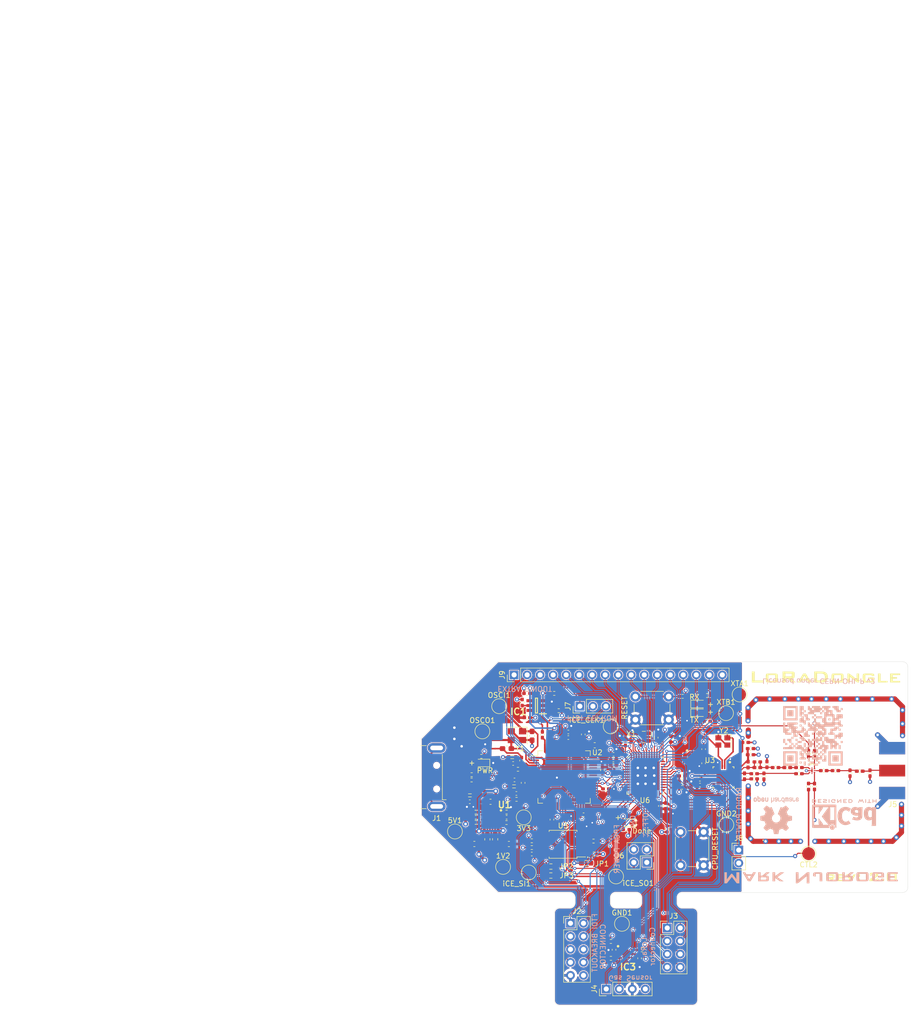
<source format=kicad_pcb>
(kicad_pcb (version 20211014) (generator pcbnew)
  (title_block (title "RiscvLoRaDongle") (date "2022-02-03") (rev "1.0") (company "Mark Njoroge"))
  (layers (0 "F.Cu" signal) (1 "In1.Cu" power "Gnd") (2 "In2.Cu" power "3V3") (31 "B.Cu" signal) (34 "B.Paste" user) (35 "F.Paste" user) (36 "B.SilkS" user "B.Silkscreen") (37 "F.SilkS" user "F.Silkscreen") (38 "B.Mask" user) (39 "F.Mask" user) (44 "Edge.Cuts" user))
  (net 0 "")
  (net 1 "GND")
  (net 2 "1V8")
  (net 3 "3V3")
  (net 4 "Net-(C3-Pad1)")
  (net 5 "+5V")
  (net 6 "1V2")
  (net 7 "Net-(C5-Pad1)")
  (net 8 "/USB_Interface/VPHY")
  (net 9 "Net-(C54-Pad1)")
  (net 10 "/USB_Interface/VPLL")
  (net 11 "/RF Circuitry/LoRa_SCK")
  (net 12 "Net-(C14-Pad1)")
  (net 13 "Net-(C15-Pad1)")
  (net 14 "/ice40up5k_circuit/i2C_SDA")
  (net 15 "Net-(C35-Pad1)")
  (net 16 "/RF Circuitry/RFI_P")
  (net 17 "Net-(C37-Pad2)")
  (net 18 "/RF Circuitry/RFI_N")
  (net 19 "Net-(C39-Pad2)")
  (net 20 "/RF Circuitry/RFO")
  (net 21 "Net-(C40-Pad2)")
  (net 22 "/RF Circuitry/VREG")
  (net 23 "Net-(C44-Pad2)")
  (net 24 "Net-(C44-Pad1)")
  (net 25 "/RF Circuitry/VR_PA")
  (net 26 "Net-(C47-Pad1)")
  (net 27 "Net-(C49-Pad2)")
  (net 28 "Net-(C49-Pad1)")
  (net 29 "Net-(C50-Pad2)")
  (net 30 "Net-(C52-Pad1)")
  (net 31 "Net-(D1-Pad2)")
  (net 32 "/ICE_CDONE")
  (net 33 "Net-(D3-Pad2)")
  (net 34 "Net-(D4-Pad2)")
  (net 35 "/VBUS")
  (net 36 "Net-(IC1-Pad1)")
  (net 37 "/USB_Interface/DATA")
  (net 38 "/USB_Interface/CLK")
  (net 39 "/USB_Interface/CS#")
  (net 40 "/ice40up5k_circuit/i2C_SCL")
  (net 41 "/RF Circuitry/LoRa_MISO")
  (net 42 "/RF Circuitry/ANT_SW")
  (net 43 "/ice40up5k_circuit/CPU_RESET")
  (net 44 "/RF Circuitry/LoRa_MOSI")
  (net 45 "/ice40up5k_circuit/iCE_CLK")
  (net 46 "/UART_RX")
  (net 47 "/SPI_SS")
  (net 48 "/RF Circuitry/DIO1")
  (net 49 "/UART_TX")
  (net 50 "/SPI_SCK")
  (net 51 "/RF Circuitry/BUSY")
  (net 52 "/ice40up5k_circuit/iCE_SI")
  (net 53 "/RF Circuitry/LoRa_!SS")
  (net 54 "/RF Circuitry/RX_LED")
  (net 55 "/RF Circuitry/~{RESET}")
  (net 56 "/ice40up5k_circuit/iCE_SO")
  (net 57 "Net-(JP1-Pad2)")
  (net 58 "/ICE_CRESET")
  (net 59 "/RF Circuitry/TX_LED")
  (net 60 "Net-(R8-Pad1)")
  (net 61 "/SPI_MISO")
  (net 62 "/SPI_MOSI")
  (net 63 "unconnected-(J1-Pad5)")
  (net 64 "Net-(L1-Pad2)")
  (net 65 "Net-(L2-Pad1)")
  (net 66 "Net-(L5-Pad2)")
  (net 67 "Net-(R11-Pad1)")
  (net 68 "/RF Circuitry/DIO2")
  (net 85 "/D-")
  (net 86 "/D+")
  (net 87 "/USB_Interface/USB_D+")
  (net 88 "/USB_Interface/USB_D-")
  (net 89 "RadioPower")
  (net 90 "3V3FPGA")
  (net 91 "1V2FPGA")
  (net 92 "/RF Circuitry/CTL1")
  (net 93 "/RF Circuitry/CTL2")
  (net 106 "/ice40up5k_circuit/FLASH_~{WP}")
  (net 107 "/ice40up5k_circuit/FLASH_~{HOLD}")
  (net 108 "Net-(U3-Pad3)")
  (net 109 "Net-(U3-Pad4)")
  (net 110 "/ice40up5k_circuit/Pin1")
  (net 111 "/ice40up5k_circuit/Pin2")
  (net 112 "/ice40up5k_circuit/Pin3")
  (net 113 "/ice40up5k_circuit/Pin4")
  (net 114 "/ice40up5k_circuit/Pin5")
  (net 115 "/ice40up5k_circuit/Pin6")
  (net 116 "/ice40up5k_circuit/Pin7")
  (net 117 "/ice40up5k_circuit/Pin8")
  (net 118 "/ice40up5k_circuit/Pin9")
  (net 119 "/ice40up5k_circuit/Pin10")
  (net 120 "/ice40up5k_circuit/Pin11")
  (net 121 "/ice40up5k_circuit/Pin12")
  (net 122 "/ice40up5k_circuit/Pin13")
  (net 123 "/ice40up5k_circuit/Pin14")
  (net 124 "/ice40up5k_circuit/Pin15")
  (net 125 "/ice40up5k_circuit/Pin16")
  (net 126 "/ice40up5k_circuit/Pin17")
  (footprint "Resistor_SMD:R_0402_1005Metric_Pad0.72x0.64mm_HandSolder" (layer "F.Cu") (at 151.04 81.75)
    (fp_text reference "R13")
    (fp_text value "10K")
  )
  (footprint "TestPoint:TestPoint_Pad_D2.5mm" (layer "F.Cu") (at 175.63 112.43 180)
    (fp_text reference "CTL2")
    (fp_text value "CTL2")
  )
  (footprint "TestPoint:TestPoint_Pad_D2.5mm" (layer "F.Cu") (at 138.05 116.86 90)
    (fp_text reference "iCE_SO1")
    (fp_text value "iCE_SO")
  )
  (footprint "TestPoint:TestPoint_Pad_D2.5mm" (layer "F.Cu") (at 121 116.1 -90)
    (fp_text reference "iCE_SI1")
    (fp_text value "iCE_SI")
  )
  (footprint "TestPoint:TestPoint_Pad_D2.5mm" (layer "F.Cu") (at 116 115)
    (fp_text reference "1V2")
    (fp_text value "1.2V")
  )
  (footprint "TestPoint:TestPoint_Pad_D2.5mm" (layer "F.Cu") (at 159.58 106.79)
    (fp_text reference "GND2")
    (fp_text value "GND")
  )
  (footprint "LED_SMD:LED_0603_1608Metric" (layer "F.Cu") (at 111.9225 94.74 180)
    (fp_text reference "D1" hide)
    (fp_text value "PWR")
  )
  (footprint "Capacitor_SMD:C_0402_1005Metric_Pad0.74x0.62mm_HandSolder" (layer "F.Cu") (at 131.7075 104.84 180)
    (fp_text reference "C19")
    (fp_text value "0.1uF")
  )
  (footprint "Capacitor_SMD:C_0402_1005Metric_Pad0.74x0.62mm_HandSolder" (layer "F.Cu") (at 131.65 89.18 90)
    (fp_text reference "C17")
    (fp_text value "4.7uF")
  )
  (footprint "Resistor_SMD:R_0402_1005Metric_Pad0.72x0.64mm_HandSolder" (layer "F.Cu") (at 118.62 101.83 180)
    (fp_text reference "R8")
    (fp_text value "1K")
  )
  (footprint "Resistor_SMD:R_0402_1005Metric_Pad0.72x0.64mm_HandSolder" (layer "F.Cu") (at 111.7525 93.46 180)
    (fp_text reference "R3")
    (fp_text value "100R")
  )
  (footprint "Resistor_SMD:R_0402_1005Metric_Pad0.72x0.64mm_HandSolder" (layer "F.Cu") (at 109.85 98.06 180)
    (fp_text reference "R2")
    (fp_text value "10R")
  )
  (footprint "Resistor_SMD:R_0402_1005Metric_Pad0.72x0.64mm_HandSolder" (layer "F.Cu") (at 109.86 97.03 180)
    (fp_text reference "R1")
    (fp_text value "10R")
  )
  (footprint "digikey-footprints:0603" (layer "F.Cu") (at 117.78 93.61)
    (fp_text reference "FB2")
    (fp_text value "600R/0.5A")
  )
  (footprint "Capacitor_SMD:C_0402_1005Metric_Pad0.74x0.62mm_HandSolder" (layer "F.Cu") (at 119.9075 98.6175 90)
    (fp_text reference "C12")
    (fp_text value "0.1uF")
  )
  (footprint "Button_Switch_THT:SW_PUSH_6mm_H5mm" (layer "F.Cu") (at 141.82 81.79)
    (fp_text reference "SW1" hide)
    (fp_text value "SW_Push")
  )
  (footprint "Resistor_SMD:R_0402_1005Metric_Pad0.72x0.64mm_HandSolder" (layer "F.Cu") (at 121.6 109.92 180)
    (fp_text reference "R17")
    (fp_text value "10K")
  )
  (footprint "Resistor_SMD:R_0402_1005Metric_Pad0.72x0.64mm_HandSolder" (layer "F.Cu") (at 121.6 111.24)
    (fp_text reference "R16")
    (fp_text value "10K")
  )
  (footprint "Resistor_SMD:R_0402_1005Metric_Pad0.72x0.64mm_HandSolder" (layer "F.Cu") (at 133.73 112.51)
    (fp_text reference "R15")
    (fp_text value "10K")
  )
  (footprint "Resistor_SMD:R_0402_1005Metric_Pad0.72x0.64mm_HandSolder" (layer "F.Cu") (at 133.65 109.97 180)
    (fp_text reference "R14")
    (fp_text value "10K")
  )
  (footprint "Resistor_SMD:R_0402_1005Metric_Pad0.72x0.64mm_HandSolder" (layer "F.Cu") (at 140.03 107.73)
    (fp_text reference "R12")
    (fp_text value "2k2")
  )
  (footprint "Capacitor_SMD:C_0402_1005Metric_Pad0.74x0.62mm_HandSolder" (layer "F.Cu") (at 135.39 96.16 -90)
    (fp_text reference "C20")
    (fp_text value "0.1uF")
  )
  (footprint "Capacitor_SMD:C_0402_1005Metric_Pad0.74x0.62mm_HandSolder" (layer "F.Cu") (at 121.6 112.5)
    (fp_text reference "C32")
    (fp_text value "100nF")
  )
  (footprint "Capacitor_SMD:C_0402_1005Metric_Pad0.74x0.62mm_HandSolder" (layer "F.Cu") (at 128.73 89.8 180)
    (fp_text reference "C22")
    (fp_text value "0.1uF")
  )
  (footprint "digikey-footprints:0603" (layer "F.Cu") (at 109.518 101.056)
    (fp_text reference "FB1")
    (fp_text value "600R/0.5A")
  )
  (footprint "Capacitor_SMD:C_0402_1005Metric_Pad0.74x0.62mm_HandSolder" (layer "F.Cu") (at 109.5 102.3)
    (fp_text reference "C1")
    (fp_text value "0.1uF")
  )
  (footprint "Resistor_SMD:R_0402_1005Metric_Pad0.72x0.64mm_HandSolder" (layer "F.Cu") (at 118.9 95.97 180)
    (fp_text reference "R11")
    (fp_text value "12K")
  )
  (footprint "Connector_USB:USB_A_CNCTech_1001-011-01101_Horizontal" (layer "F.Cu") (at 96.13 97.51 180)
    (fp_text reference "J1")
    (fp_text value "USB_A")
  )
  (footprint "Capacitor_SMD:C_0603_1608Metric_Pad1.08x0.95mm_HandSolder" (layer "F.Cu") (at 121.648 89.446 -90)
    (fp_text reference "C14")
    (fp_text value "27pF")
  )
  (footprint "Capacitor_SMD:C_0603_1608Metric_Pad1.08x0.95mm_HandSolder" (layer "F.Cu") (at 116.748 91.946 180)
    (fp_text reference "C15")
    (fp_text value "27pF")
  )
  (footprint "Crystal:Crystal_SMD_3225-4Pin_3.2x2.5mm" (layer "F.Cu") (at 118.7 89.42 180)
    (fp_text reference "Y1")
    (fp_text value "Crystal_GND24_Small")
  )
  (footprint "Inductor_SMD:L_0402_1005Metric_Pad0.77x0.64mm_HandSolder" (layer "F.Cu") (at 155.14 92.05 90)
    (fp_text reference "L3")
    (fp_text value "47nH")
  )
  (footprint "Inductor_SMD:L_0402_1005Metric_Pad0.77x0.64mm_HandSolder" (layer "F.Cu") (at 163.81 95.055 -90)
    (fp_text reference "L6")
    (fp_text value "47nH")
  )
  (footprint "Capacitor_SMD:C_0402_1005Metric_Pad0.74x0.62mm_HandSolder" (layer "F.Cu") (at 154.43 99.06)
    (fp_text reference "C33")
    (fp_text value "100nF")
  )
  (footprint "Inductor_SMD:L_0402_1005Metric_Pad0.77x0.64mm_HandSolder" (layer "F.Cu") (at 185.61 96.34)
    (fp_text reference "L7")
    (fp_text value "9.1nH")
  )
  (footprint "Capacitor_SMD:C_0402_1005Metric_Pad0.74x0.62mm_HandSolder" (layer "F.Cu") (at 164.31 91.94)
    (fp_text reference "C46")
    (fp_text value "47pF")
  )
  (footprint "Capacitor_SMD:C_0402_1005Metric_Pad0.74x0.62mm_HandSolder" (layer "F.Cu") (at 169.18 95.64 180)
    (fp_text reference "C52")
    (fp_text value "12pF")
  )
  (footprint "Inductor_SMD:L_0402_1005Metric_Pad0.77x0.64mm_HandSolder" (layer "F.Cu") (at 171.466 95.64)
    (fp_text reference "L9")
    (fp_text value "9.1nH")
  )
  (footprint "SW_SKYA21012:SW_SKYA21012" (layer "F.Cu") (at 176.292 96.24)
    (fp_text reference "U4")
    (fp_text value "SKY13587-378LF")
  )
  (footprint "sx1261-footprint:Semtech-QFN24-0-0-0" (layer "F.Cu") (at 159.01 97.54 -90)
    (fp_text reference "U3")
    (fp_text value "SX1261IMLTRT")
  )
  (footprint "KiCad_VLS201610CX-150M-1:VLS2016" (layer "F.Cu") (at 151.9 93.8425 -90)
    (fp_text reference "L5")
    (fp_text value "15uH" hide)
  )
  (footprint "Capacitor_SMD:C_0402_1005Metric_Pad0.74x0.62mm_HandSolder" (layer "F.Cu") (at 165.01 97.84)
    (fp_text reference "C36")
    (fp_text value "1.8pF")
  )
  (footprint "Inductor_SMD:L_0402_1005Metric_Pad0.77x0.64mm_HandSolder" (layer "F.Cu") (at 163.11 97.34 -90)
    (fp_text reference "L4")
    (fp_text value "18nH")
  )
  (footprint "Capacitor_SMD:C_0402_1005Metric_Pad0.74x0.62mm_HandSolder" (layer "F.Cu") (at 155.14 94.8 90)
    (fp_text reference "C42")
    (fp_text value "470nF")
  )
  (footprint "Capacitor_SMD:C_0402_1005Metric_Pad0.74x0.62mm_HandSolder" (layer "F.Cu") (at 176.78 92.94 -90)
    (fp_text reference "C41")
    (fp_text value "33pF")
  )
  (footprint "Capacitor_SMD:C_0402_1005Metric_Pad0.74x0.62mm_HandSolder" (layer "F.Cu") (at 187.61 96.74 90)
    (fp_text reference "C50")
    (fp_text value "3.3pF")
  )
  (footprint "Capacitor_SMD:C_0402_1005Metric_Pad0.74x0.62mm_HandSolder" (layer "F.Cu") (at 165.624 94.54 180)
    (fp_text reference "C49")
    (fp_text value "3pF")
  )
  (footprint "Capacitor_SMD:C_0402_1005Metric_Pad0.74x0.62mm_HandSolder" (layer "F.Cu") (at 176.78 99.33 -90)
    (fp_text reference "C43")
    (fp_text value "33pF")
  )
  (footprint "Capacitor_SMD:C_0402_1005Metric_Pad0.74x0.62mm_HandSolder" (layer "F.Cu") (at 178.578 96.24)
    (fp_text reference "C44")
    (fp_text value "470pF")
  )
  (footprint "Capacitor_SMD:C_0402_1005Metric_Pad0.74x0.62mm_HandSolder" (layer "F.Cu") (at 165.01 96.84)
    (fp_text reference "C37")
    (fp_text value "1.8pF")
  )
  (footprint "Inductor_SMD:L_0402_1005Metric_Pad0.77x0.64mm_HandSolder" (layer "F.Cu") (at 165.624 95.64)
    (fp_text reference "L8")
    (fp_text value "2.7nH")
  )
  (footprint "Capacitor_SMD:C_0402_1005Metric_Pad0.74x0.62mm_HandSolder" (layer "F.Cu") (at 173.752 96.84)
    (fp_text reference "C40")
    (fp_text value "470pF")
  )
  (footprint "Capacitor_SMD:C_0402_1005Metric_Pad0.74x0.62mm_HandSolder" (layer "F.Cu") (at 163.29 90.74)
    (fp_text reference "C35")
    (fp_text value "10nF")
  )
  (footprint "Capacitor_SMD:C_0402_1005Metric_Pad0.74x0.62mm_HandSolder" (layer "F.Cu") (at 154.41 97.91)
    (fp_text reference "C34")
    (fp_text value "1uF")
  )
  (footprint "Capacitor_SMD:C_0402_1005Metric_Pad0.74x0.62mm_HandSolder" (layer "F.Cu") (at 166.91 97.34 -90)
    (fp_text reference "C38")
    (fp_text value "1pF")
  )
  (footprint "Capacitor_SMD:C_0402_1005Metric_Pad0.74x0.62mm_HandSolder" (layer "F.Cu") (at 164.31 93.14)
    (fp_text reference "C45")
    (fp_text value "47nF")
  )
  (footprint "Capacitor_SMD:C_0402_1005Metric_Pad0.74x0.62mm_HandSolder" (layer "F.Cu") (at 167.5 95.02 90)
    (fp_text reference "C51")
    (fp_text value "6.8pF")
  )
  (footprint "Capacitor_SMD:C_0402_1005Metric_Pad0.74x0.62mm_HandSolder" (layer "F.Cu") (at 180.864 96.236 180)
    (fp_text reference "C47")
    (fp_text value "22pF")
  )
  (footprint "Capacitor_SMD:C_0402_1005Metric_Pad0.74x0.62mm_HandSolder" (layer "F.Cu") (at 173.752 95.64)
    (fp_text reference "C39")
    (fp_text value "470pF")
  )
  (footprint "Capacitor_SMD:C_0402_1005Metric_Pad0.74x0.62mm_HandSolder" (layer "F.Cu") (at 183.71 96.74 90)
    (fp_text reference "C48")
    (fp_text value "3.3pF")
  )
  (footprint "Resistor_SMD:R_0402_1005Metric_Pad0.72x0.64mm_HandSolder" (layer "F.Cu") (at 175.618 99.34 90)
    (fp_text reference "R19")
    (fp_text value "100R")
  )
  (footprint "Resistor_SMD:R_0402_1005Metric_Pad0.72x0.64mm_HandSolder" (layer "F.Cu") (at 175.618 92.94 90)
    (fp_text reference "R18")
    (fp_text value "100R")
  )
  (footprint "Resistor_SMD:R_0402_1005Metric_Pad0.72x0.64mm_HandSolder" (layer "F.Cu") (at 116.677 104.322)
    (fp_text reference "R7")
    (fp_text value "100K")
  )
  (footprint "Resistor_SMD:R_0402_1005Metric_Pad0.72x0.64mm_HandSolder" (layer "F.Cu") (at 116.667 106.362 180)
    (fp_text reference "R6")
    (fp_text value "100K")
  )
  (footprint "Inductor_SMD:L_0603_1608Metric_Pad1.05x0.95mm_HandSolder" (layer "F.Cu") (at 114.45 109.623 -90)
    (fp_text reference "L2")
    (fp_text value "2.2uH")
  )
  (footprint "Inductor_SMD:L_0603_1608Metric_Pad1.05x0.95mm_HandSolder" (layer "F.Cu") (at 112.93 109.633 90)
    (fp_text reference "L1")
    (fp_text value "2.2uH")
  )
  (footprint "Capacitor_SMD:C_0603_1608Metric_Pad1.08x0.95mm_HandSolder" (layer "F.Cu") (at 113.5445 102.307)
    (fp_text reference "C4")
    (fp_text value "10uF")
  )
  (footprint "Capacitor_SMD:C_0402_1005Metric_Pad0.74x0.62mm_HandSolder" (layer "F.Cu") (at 116.687 105.332)
    (fp_text reference "C5")
    (fp_text value "22pF")
  )
  (footprint "Capacitor_SMD:C_0603_1608Metric_Pad1.08x0.95mm_HandSolder" (layer "F.Cu") (at 117.13 110.543 180)
    (fp_text reference "C6")
    (fp_text value "10uF")
  )
  (footprint "Capacitor_SMD:C_0402_1005Metric_Pad0.74x0.62mm_HandSolder" (layer "F.Cu") (at 128.73 88.7 180)
    (fp_text reference "C21")
    (fp_text value "0.1uF")
  )
  (footprint "Capacitor_SMD:C_0402_1005Metric_Pad0.74x0.62mm_HandSolder" (layer "F.Cu") (at 117.96 94.84 180)
    (fp_text reference "C7")
    (fp_text value "4.7uF")
  )
  (footprint "Capacitor_SMD:C_0402_1005Metric_Pad0.74x0.62mm_HandSolder" (layer "F.Cu") (at 125.53 105.79 90)
    (fp_text reference "C18")
    (fp_text value "0.1uF")
  )
  (footprint "Capacitor_SMD:C_0402_1005Metric_Pad0.74x0.62mm_HandSolder" (layer "F.Cu") (at 120.69 85.91)
    (fp_text reference "C8")
    (fp_text value "0.1uF")
  )
  (footprint "Resistor_SMD:R_0402_1005Metric_Pad0.72x0.64mm_HandSolder" (layer "F.Cu") (at 126.86 84.55 180)
    (fp_text reference "R10")
    (fp_text value "10K")
  )
  (footprint "93LC56B-I_OT_KiCad:SOT95P270X145-6N" (layer "F.Cu") (at 122.51 83.55 180)
    (fp_text reference "IC1")
    (fp_text value "93LC56BT-I_OT" hide)
  )
  (footprint "Resistor_SMD:R_0402_1005Metric_Pad0.72x0.64mm_HandSolder" (layer "F.Cu") (at 125.98 81.18)
    (fp_text reference "R9")
    (fp_text value "2K")
  )
  (footprint "Capacitor_SMD:C_0402_1005Metric_Pad0.74x0.62mm_HandSolder" (layer "F.Cu") (at 119.6 94.27 -90)
    (fp_text reference "C9")
    (fp_text value "0.1uF")
  )
  (footprint "Capacitor_SMD:C_0402_1005Metric_Pad0.74x0.62mm_HandSolder" (layer "F.Cu") (at 118.2275 98.0475 180)
    (fp_text reference "C11")
    (fp_text value "4.7uF")
  )
  (footprint "digikey-footprints:0603" (layer "F.Cu") (at 118.1375 99.3075)
    (fp_text reference "FB3")
    (fp_text value "600R/0.5A")
  )
  (footprint "RP550K001A-TR_KiCad:SON50P270X300X60-13N" (layer "F.Cu") (at 113.682 105.707 -90)
    (fp_text reference "U1")
    (fp_text value "RP550K001A-TR" hide)
  )
  (footprint "Capacitor_SMD:C_0402_1005Metric_Pad0.74x0.62mm_HandSolder" (layer "F.Cu") (at 148.70525 90.0825 -90)
    (fp_text reference "C26")
    (fp_text value "100nF")
  )
  (footprint "Capacitor_SMD:C_0402_1005Metric_Pad0.74x0.62mm_HandSolder" (layer "F.Cu") (at 139.878 90.79 -90)
    (fp_text reference "C25")
    (fp_text value "100nF")
  )
  (footprint "Capacitor_SMD:C_0402_1005Metric_Pad0.74x0.62mm_HandSolder" (layer "F.Cu") (at 146.698 103.12 90)
    (fp_text reference "C24")
    (fp_text value "100nF")
  )
  (footprint "Capacitor_SMD:C_0402_1005Metric_Pad0.74x0.62mm_HandSolder" (layer "F.Cu") (at 150.93 99.498 180)
    (fp_text reference "C31")
    (fp_text value "100nF")
  )
  (footprint "Capacitor_SMD:C_0402_1005Metric_Pad0.74x0.62mm_HandSolder" (layer "F.Cu") (at 145.885 89.805 -90)
    (fp_text reference "C23")
    (fp_text value "100nF")
  )
  (footprint "Oscillator:Oscillator_SMD_ECS_2520MV-xxx-xx-4Pin_2.5x2.0mm" (layer "F.Cu") (at 143.455 89.685 -90)
    (fp_text reference "X1")
    (fp_text value "ECS-2520MV-500-BL-TR")
  )
  (footprint "Capacitor_SMD:C_0402_1005Metric_Pad0.74x0.62mm_HandSolder" (layer "F.Cu") (at 137.53 94.16 180)
    (fp_text reference "C29")
    (fp_text value "100nF")
  )
  (footprint "Capacitor_SMD:C_0402_1005Metric_Pad0.74x0.62mm_HandSolder" (layer "F.Cu") (at 150.93 98.31 180)
    (fp_text reference "C30")
    (fp_text value "100nF")
  )
  (footprint "Capacitor_SMD:C_0402_1005Metric_Pad0.74x0.62mm_HandSolder" (layer "F.Cu") (at 137.555 93.072 180)
    (fp_text reference "C28")
    (fp_text value "1uF")
  )
  (footprint "Capacitor_SMD:C_0402_1005Metric_Pad0.74x0.62mm_HandSolder" (layer "F.Cu") (at 147.71 103.12 90)
    (fp_text reference "C27")
    (fp_text value "100nF")
  )
  (footprint "LED_SMD:LED_0603_1608Metric_Pad1.05x0.95mm_HandSolder" (layer "F.Cu") (at 154.295 84.95)
    (fp_text reference "D3")
    (fp_text value "TX")
  )
  (footprint "LED_SMD:LED_0603_1608Metric_Pad1.05x0.95mm_HandSolder" (layer "F.Cu") (at 154.295 83.25)
    (fp_text reference "D4")
    (fp_text value "RX")
  )
  (footprint "Resistor_SMD:R_0402_1005Metric_Pad0.72x0.64mm_HandSolder" (layer "F.Cu") (at 155.835 86.6 180)
    (fp_text reference "R20")
    (fp_text value "100R")
  )
  (footprint "Resistor_SMD:R_0402_1005Metric_Pad0.72x0.64mm_HandSolder" (layer "F.Cu") (at 155.835 81.6 180)
    (fp_text reference "R21")
    (fp_text value "100R")
  )
  (footprint "TestPoint:TestPoint_Pad_D2.5mm" (layer "F.Cu") (at 120.03 105.35 180)
    (fp_text reference "3V3")
    (fp_text value "3.3V")
  )
  (footprint "Crystal:Crystal_SMD_2520-4Pin_2.5x2.0mm" (layer "F.Cu") (at 158.89 90.55 180)
    (fp_text reference "Y2")
    (fp_text value "Crystal_GND24")
  )
  (footprint "Capacitor_SMD:C_0603_1608Metric_Pad1.08x0.95mm_HandSolder" (layer "F.Cu") (at 110.39 110.533)
    (fp_text reference "C2")
    (fp_text value "10uF")
  )
  (footprint "Capacitor_SMD:C_0402_1005Metric_Pad0.74x0.62mm_HandSolder" (layer "F.Cu") (at 110.652 105.332 180)
    (fp_text reference "C3")
    (fp_text value "22pF")
  )
  (footprint "Resistor_SMD:R_0402_1005Metric_Pad0.72x0.64mm_HandSolder" (layer "F.Cu") (at 110.652 104.332 180)
    (fp_text reference "R5")
    (fp_text value "100K")
  )
  (footprint "Resistor_SMD:R_0402_1005Metric_Pad0.72x0.64mm_HandSolder" (layer "F.Cu") (at 110.684 106.332)
    (fp_text reference "R4")
    (fp_text value "453K")
  )
  (footprint "TestPoint:TestPoint_Pad_D2.5mm" (layer "F.Cu") (at 139.2 126.1)
    (fp_text reference "GND1")
    (fp_text value "GND")
  )
  (footprint "LED_SMD:LED_0603_1608Metric_Pad1.05x0.95mm_HandSolder" (layer "F.Cu") (at 140.305 106.395 180)
    (fp_text reference "D2")
    (fp_text value "Done")
  )
  (footprint "TestPoint:TestPoint_Pad_D2.5mm" (layer "F.Cu") (at 111.95 88.58)
    (fp_text reference "OSCO1")
    (fp_text value "OSCO")
  )
  (footprint "KiCad_SGP40-D-R4:SON80P244X244X95-7N" (layer "F.Cu") (at 140.0625 132)
    (fp_text reference "IC3")
    (fp_text value "SGP40-D-R4" hide)
  )
  (footprint "Connector_PinHeader_2.54mm:PinHeader_1x02_P2.54mm_Vertical" (layer "F.Cu") (at 162 111.725)
    (fp_text reference "J8")
    (fp_text value "Jumper_2_Open")
  )
  (footprint "Connector_PinHeader_2.54mm:PinHeader_1x03_P2.54mm_Vertical" (layer "F.Cu") (at 130.988 83.678 90)
    (fp_text reference "J7")
    (fp_text value "Conn_01x03_Male")
  )
  (footprint "Package_QFP:LQFP-64_10x10mm_P0.5mm" (layer "F.Cu") (at 127.9 97.47)
    (fp_text reference "U2")
    (fp_text value "FT2232HL")
  )
  (footprint "Capacitor_SMD:C_0402_1005Metric_Pad0.74x0.62mm_HandSolder" (layer "F.Cu") (at 123.67 89.24 -90)
    (fp_text reference "C16")
    (fp_text value "0.1uF")
  )
  (footprint "TestPoint:TestPoint_Pad_D2.5mm" (layer "F.Cu") (at 159.51 85.03)
    (fp_text reference "XTB1")
    (fp_text value "XTB")
  )
  (footprint "Capacitor_SMD:C_0402_1005Metric_Pad0.74x0.62mm_HandSolder" (layer "F.Cu") (at 137.54 95.21 180)
    (fp_text reference "C56")
    (fp_text value "1uF")
  )
  (footprint "TestPoint:TestPoint_Pad_D2.5mm" (layer "F.Cu") (at 162.16 81.39)
    (fp_text reference "XTA1")
    (fp_text value "XTA")
  )
  (footprint "Resistor_SMD:R_0402_1005Metric_Pad0.72x0.64mm_HandSolder" (layer "F.Cu") (at 120.67 81.18)
    (fp_text reference "R23")
    (fp_text value "10K")
  )
  (footprint "Resistor_SMD:R_0603_1608Metric_Pad0.98x0.95mm_HandSolder" (layer "F.Cu") (at 125.3275 114.94)
    (fp_text reference "JP2")
    (fp_text value "SolderJumper_2_Open")
  )
  (footprint "Resistor_SMD:R_0603_1608Metric_Pad0.98x0.95mm_HandSolder" (layer "F.Cu") (at 125.32 116.69)
    (fp_text reference "JP3")
    (fp_text value "SolderJumper_2_Open")
  )
  (footprint "Capacitor_SMD:C_0603_1608Metric_Pad1.08x0.95mm_HandSolder" (layer "F.Cu") (at 133.88 91.29)
    (fp_text reference "C53")
    (fp_text value "3.3uF")
  )
  (footprint "Logo:rev2" (layer "F.Cu") (at 186.198533 116.985047)
    (fp_text reference "G***" hide)
    (fp_text value "LOGO" hide)
  )
  (footprint "Capacitor_SMD:C_0402_1005Metric_Pad0.74x0.62mm_HandSolder" (layer "F.Cu") (at 142.64 132.83 90)
    (fp_text reference "C55")
    (fp_text value "1uF")
  )
  (footprint "Resistor_SMD:R_0402_1005Metric_Pad0.72x0.64mm_HandSolder" (layer "F.Cu") (at 148 107.6125 -90)
    (fp_text reference "R24")
    (fp_text value "10K")
  )
  (footprint "Connector_PinHeader_2.54mm:PinHeader_2x02_P2.54mm_Vertical" (layer "F.Cu") (at 144.045 114.135 180)
    (fp_text reference "J6")
    (fp_text value "Conn_02x02_Top_Bottom")
  )
  (footprint "TestPoint:TestPoint_Pad_D2.5mm" (layer "F.Cu") (at 137 87.6)
    (fp_text reference "iCE_CLK1")
    (fp_text value "iCE_CLK")
  )
  (footprint "Package_SO:SOIC-8_5.23x5.23mm_P1.27mm" (layer "F.Cu") (at 127.7 110.6 180)
    (fp_text reference "U5")
    (fp_text value "W25Q128JVS")
  )
  (footprint "Package_DFN_QFN:QFN-48-1EP_7x7mm_P0.5mm_EP5.6x5.6mm" (layer "F.Cu") (at 143.77 97.23)
    (fp_text reference "U6")
    (fp_text value "ICE40UP5K-SG48ITR")
  )
  (footprint "Button_Switch_THT:SW_PUSH_6mm_H5mm" (layer "F.Cu") (at 150.64 114.7 90)
    (fp_text reference "SW2" hide)
    (fp_text value "SW_Push")
  )
  (footprint "Connector_PinHeader_2.54mm:PinHeader_2x05_P2.54mm_Vertical" (layer "F.Cu") (at 129.15 126)
    (fp_text reference "J2")
    (fp_text value "Conn_01x10_Male")
  )
  (footprint "TestPoint:TestPoint_Pad_D2.5mm" (layer "F.Cu") (at 115.23 83.68)
    (fp_text reference "OSCI1")
    (fp_text value "OSCI")
  )
  (footprint "Resistor_SMD:R_0402_1005Metric_Pad0.72x0.64mm_HandSolder" (layer "F.Cu") (at 119.72 82.96 -90)
    (fp_text reference "R22")
    (fp_text value "10K")
  )
  (footprint "Resistor_SMD:R_0402_1005Metric_Pad0.72x0.64mm_HandSolder" (layer "F.Cu") (at 137.0425 132.83 180)
    (fp_text reference "R25")
    (fp_text value "10K")
  )
  (footprint "Capacitor_SMD:C_0402_1005Metric_Pad0.74x0.62mm_HandSolder" (layer "F.Cu") (at 137.6525 131.16 -90)
    (fp_text reference "C54")
    (fp_text value "1uF")
  )
  (footprint "Connector_PinHeader_2.54mm:PinHeader_2x04_P2.54mm_Vertical" (layer "F.Cu") (at 148.0375 126.92)
    (fp_text reference "J3")
    (fp_text value "Conn_01x08_Male")
  )
  (footprint "Logo:LoRaDongleLogo" (layer "F.Cu") (at 179 78)
    (fp_text reference "G1" hide)
    (fp_text value "LOGO" hide)
  )
  (footprint "TestPoint:TestPoint_Pad_D2.5mm" (layer "F.Cu") (at 106.6 108.1)
    (fp_text reference "5V1")
    (fp_text value "5V")
  )
  (footprint "Resistor_SMD:R_0603_1608Metric_Pad0.98x0.95mm_HandSolder" (layer "F.Cu") (at 132.22 114.27)
    (fp_text reference "JP1")
    (fp_text value "SolderJumper_2_Open")
  )
  (footprint "Connector_PinHeader_2.54mm:PinHeader_1x04_P2.54mm_Vertical" (layer "F.Cu") (at 136.1325 138.81 90)
    (fp_text reference "J4")
    (fp_text value "Conn_01x04_Male")
  )
  (footprint "Capacitor_SMD:C_0402_1005Metric_Pad0.74x0.62mm_HandSolder" (layer "F.Cu") (at 136.07 99.8 180)
    (fp_text reference "C13")
    (fp_text value "0.1uF")
  )
  (footprint "Capacitor_SMD:C_0402_1005Metric_Pad0.74x0.62mm_HandSolder" (layer "F.Cu") (at 118.59 100.69)
    (fp_text reference "C10")
    (fp_text value "0.1uF")
  )
  (footprint "Capacitor_SMD:C_0402_1005Metric_Pad0.74x0.62mm_HandSolder" (layer "F.Cu") (at 150.93 97.26 180)
    (fp_text reference "C57")
    (fp_text value "100nF")
  )
  (footprint "digikey-footprints:RF_SMA_BoardEdge_142-0701-801" (layer "F.Cu") (at 189.4 96.23 90)
    (fp_text reference "J5")
    (fp_text value "142-0701-801")
  )
  (footprint "Resistor_SMD:R_0402_1005Metric_Pad0.72x0.64mm_HandSolder" (layer "F.Cu") (at 137.0325 129.55 180)
    (fp_text reference "R26")
    (fp_text value "4.7")
  )
  (footprint "Connector_PinHeader_2.54mm:PinHeader_1x17_P2.54mm_Vertical" (layer "F.Cu") (at 118.145 77.57 90)
    (fp_text reference "J9")
    (fp_text value "Conn_01x17_Male")
  )
  (footprint "Resistor_SMD:R_0402_1005Metric_Pad0.72x0.64mm_HandSolder" (layer "F.Cu") (at 143.085 131.18)
    (fp_text reference "R27")
    (fp_text value "10K")
  )
  (footprint "Symbol:KiCad-Logo2_5mm_SilkScreen" (layer "B.Cu") (at 182.6 104.8)
    (fp_text reference "REF**" hide)
    (fp_text value "KiCad-Logo2_5mm_SilkScreen" hide)
  )
  (footprint "Logo:qr_code" (layer "B.Cu") (at 176.48 89.45)
    (fp_text reference "G***" hide)
    (fp_text value "LOGO" hide)
  )
  (footprint "Symbol:OSHW-Logo2_9.8x8mm_SilkScreen" (layer "B.Cu") (at 169.3 104.9)
    (fp_text reference "REF**" hide)
    (fp_text value "OSHW-Logo2_9.8x8mm_SilkScreen" hide)
  )
  (footprint "Logo:mark_njoroge" (layer "B.Cu") (at 176.142125 117.110311)
    (fp_text reference "G3")
    (fp_text value "LOGO" hide)
  )
  (footprint "Logo:license2" (layer "B.Cu") (at 177.824087 78.751639)
    (fp_text reference "G***" hide)
    (fp_text value "LOGO" hide)
  )
  (gr_line (start 141.02 109.18) (end 141.02 107.88) (layer "B.SilkS") (width 0.12))
  (gr_line (start 143.18 108.4) (end 143.68 108.85) (layer "B.SilkS") (width 0.12))
  (gr_line (start 141.89 109.2) (end 141.89 107.9) (layer "B.SilkS") (width 0.12))
  (gr_line (start 143.4 109.17) (end 143.4 107.87) (layer "B.SilkS") (width 0.12))
  (gr_line (start 144.23 109.16) (end 144.23 107.86) (layer "B.SilkS") (width 0.12))
  (gr_line (start 143.98 108.495) (end 144.48 108.945) (layer "B.SilkS") (width 0.12))
  (gr_line (start 100 105) (end 100 90) (layer "Edge.Cuts") (width 0.05))
  (gr_line (start 154 141) (end 154 124) (layer "Edge.Cuts") (width 0.05))
  (gr_arc (start 150 121) (mid 150.292893 120.292893) (end 151 120) (layer "Edge.Cuts") (width 0.05))
  (gr_line (start 137 122) (end 137 121) (layer "Edge.Cuts") (width 0.05))
  (gr_line (start 127 142) (end 153 142) (layer "Edge.Cuts") (width 0.05))
  (gr_arc (start 195 119) (mid 194.707107 119.707107) (end 194 120) (layer "Edge.Cuts") (width 0.05))
  (gr_line (start 194 120) (end 151 120) (layer "Edge.Cuts") (width 0.05))
  (gr_line (start 115 75) (end 100 90) (layer "Edge.Cuts") (width 0.05))
  (gr_line (start 115 75) (end 194 75) (layer "Edge.Cuts") (width 0.05))
  (gr_line (start 153 123) (end 151 123) (layer "Edge.Cuts") (width 0.05))
  (gr_arc (start 153 123) (mid 153.707107 123.292893) (end 154 124) (layer "Edge.Cuts") (width 0.05))
  (gr_line (start 142 123) (end 138 123) (layer "Edge.Cuts") (width 0.05))
  (gr_line (start 150 122) (end 150 121) (layer "Edge.Cuts") (width 0.05))
  (gr_line (start 115 120) (end 100 105) (layer "Edge.Cuts") (width 0.05))
  (gr_arc (start 142 120) (mid 142.707107 120.292893) (end 143 121) (layer "Edge.Cuts") (width 0.05))
  (gr_arc (start 137 121) (mid 137.292893 120.292893) (end 138 120) (layer "Edge.Cuts") (width 0.05))
  (gr_arc (start 127 142) (mid 126.292893 141.707107) (end 126 141) (layer "Edge.Cuts") (width 0.05))
  (gr_line (start 195 76) (end 195 119) (layer "Edge.Cuts") (width 0.05))
  (gr_arc (start 154 141) (mid 153.707107 141.707107) (end 153 142) (layer "Edge.Cuts") (width 0.05))
  (gr_line (start 143 121) (end 143 122) (layer "Edge.Cuts") (width 0.05))
  (gr_arc (start 143 122) (mid 142.707107 122.707107) (end 142 123) (layer "Edge.Cuts") (width 0.05))
  (gr_arc (start 130 122) (mid 129.707107 122.707107) (end 129 123) (layer "Edge.Cuts") (width 0.05))
  (gr_line (start 138 120) (end 142 120) (layer "Edge.Cuts") (width 0.05))
  (gr_line (start 115 120) (end 129 120) (layer "Edge.Cuts") (width 0.05))
  (gr_arc (start 194 75) (mid 194.707107 75.292893) (end 195 76) (layer "Edge.Cuts") (width 0.05))
  (gr_arc (start 138 123) (mid 137.292893 122.707107) (end 137 122) (layer "Edge.Cuts") (width 0.05))
  (gr_line (start 126 124) (end 126 141) (layer "Edge.Cuts") (width 0.05))
  (gr_line (start 127 123) (end 129 123) (layer "Edge.Cuts") (width 0.05))
  (gr_arc (start 151 123) (mid 150.292893 122.707107) (end 150 122) (layer "Edge.Cuts") (width 0.05))
  (gr_arc (start 129 120) (mid 129.707107 120.292893) (end 130 121) (layer "Edge.Cuts") (width 0.05))
  (gr_arc (start 126 124) (mid 126.292893 123.292893) (end 127 123) (layer "Edge.Cuts") (width 0.05))
  (gr_line (start 130 122) (end 130 121) (layer "Edge.Cuts") (width 0.05))
  (gr_text "Gas Sensor" (at 140.83 136.7 180) (layer "B.SilkS") (effects (font (size 1 1)) (justify mirror)))
  (gr_text "FPGA POWER" (at 138.22 111.53 90) (layer "B.SilkS") (effects (font (size 1 1)) (justify mirror)))
  (gr_text "EXTRA PINOUT" (at 120.23 80.26 180) (layer "B.SilkS") (effects (font (size 1 1)) (justify mirror)))
  (gr_text "FTDI BREAKOUT\n  CONNECTOR" (at 134.7 129.81 90) (layer "B.SilkS") (effects (font (size 1 1)) (justify mirror)))
  (gr_text "RADIO POWER" (at 162.09 104.58 90) (layer "B.SilkS") (effects (font (size 1 1)) (justify mirror)))
  (gr_text "FTDI EEPROM" (at 133.4 85.97 180) (layer "B.SilkS") (effects (font (size 1 1)) (justify mirror)))
  (gr_text "LoRa\nConnector" (at 144.33 130.53 90) (layer "B.SilkS") (effects (font (size 1 1)) (justify mirror)))
  (gr_text "OFF:" (at 143.84 106.02 90) (layer "B.SilkS") (effects (font (size 1 1)) (justify mirror)))
  (gr_text "ON:" (at 141.35 106.22 90) (layer "B.SilkS") (effects (font (size 1 1)) (justify mirror)))
  (gr_text "PWR" (at 112.46 96.23) (layer "F.SilkS") (effects (font (size 1 1))))
  (gr_text "+" (at 156.485 84.77) (layer "F.SilkS") (effects (font (size 1 1))))
  (gr_text "RESET" (at 139.71 84.01 90) (layer "F.SilkS") (effects (font (size 1 1))))
  (gr_text "CPU_RESET" (at 157.4 111.46 90) (layer "F.SilkS") (effects (font (size 1 1))))
  (gr_text "." (at 132.52 112.72) (layer "F.SilkS") (effects (font (size 1 1))))
  (gr_text "+" (at 156.485 83.27) (layer "F.SilkS") (effects (font (size 1 1))))
  (gr_text "+" (at 138.435 105.345) (layer "F.SilkS") (effects (font (size 1 1))))
  (gr_text "." (at 139.5 94) (layer "F.SilkS") (effects (font (size 1 1))))
  (gr_text "." (at 121.03 93.31) (layer "F.SilkS") (effects (font (size 1 1))))
  (gr_text "+" (at 109.9 94.7) (layer "F.SilkS") (effects (font (size 1 1))))
  (gr_text "." (at 166.75 109.4) (layer "F.SilkS") (effects (font (size 1 1))))
  (segment (start 135.19 94.47) (end 135.39 94.67) (width 0.3) (layer "F.Cu") (net 1))
  (segment (start 164.82 110.02) (end 167.23 110.02) (width 1) (layer "F.Cu") (net 1))
  (segment (start 148.70525 89.515) (end 150.485 89.515) (width 0.2) (layer "F.Cu") (net 1))
  (segment (start 193.96 87.1) (end 193.96 84.44) (width 1) (layer "F.Cu") (net 1))
  (segment (start 192.46 82.27) (end 191.83 82.27) (width 1) (layer "F.Cu") (net 1))
  (segment (start 159.76 98.29) (end 159.01 97.54) (width 0.3) (layer "F.Cu") (net 1))
  (segment (start 147.71 103.6875) (end 148.2275 103.6875) (width 0.4) (layer "F.Cu") (net 1))
  (segment (start 192.755 109.265) (end 193.68 108.34) (width 1) (layer "F.Cu") (net 1))
  (segment (start 113.35 91.95) (end 112.5 91.1) (width 0.3) (layer "F.Cu") (net 1))
  (segment (start 123.52 93.72) (end 124 94.2) (width 0.4) (layer "F.Cu") (net 1))
  (segment (start 108.9325 102.3) (end 108.9325 103.3025) (width 0.3) (layer "F.Cu") (net 1))
  (segment (start 151.4975 99.498) (end 151.4975 98.31) (width 0.4) (layer "F.Cu") (net 1))
  (segment (start 154.2975 95.3675) (end 154.29 95.36) (width 0.3) (layer "F.Cu") (net 1))
  (segment (start 142.53 88.96) (end 141.83 88.96) (width 0.2) (layer "F.Cu") (net 1))
  (segment (start 117.2745 104.322) (end 117.2745 103.6055) (width 0.5) (layer "F.Cu") (net 1))
  (segment (start 123.76 83.55) (end 124.74 83.55) (width 0.3) (layer "F.Cu") (net 1))
  (segment (start 175.782 96.24) (end 175.2 96.24) (width 0.2) (layer "F.Cu") (net 1))
  (segment (start 124 94.2) (end 124 94.92) (width 0.4) (layer "F.Cu") (net 1))
  (segment (start 163.85 101.55) (end 163.85 104.07) (width 1) (layer "F.Cu") (net 1))
  (segment (start 133.575 94.22) (end 134.94 94.22) (width 0.3) (layer "F.Cu") (net 1))
  (segment (start 158.190978 89.85) (end 158.015 89.85) (width 0.3) (layer "F.Cu") (net 1))
  (segment (start 158.015 89.85) (end 158.015 88.675) (width 0.3) (layer "F.Cu") (net 1))
  (segment (start 179.06 82.27) (end 176.2 82.27) (width 1) (layer "F.Cu") (net 1))
  (segment (start 193.96 89.42) (end 193.96 87.73) (width 1) (layer "F.Cu") (net 1))
  (segment (start 165.33 82.45) (end 163.9 83.88) (width 1) (layer "F.Cu") (net 1))
  (segment (start 151.4975 100.1675) (end 151.8 100.47) (width 0.4) (layer "F.Cu") (net 1))
  (segment (start 129.2975 89.8) (end 129.2975 88.7) (width 0.3) (layer "F.Cu") (net 1))
  (segment (start 116.7395 92.8) (end 115.8855 91.946) (width 0.3) (layer "F.Cu") (net 1))
  (segment (start 191.71 91.8585) (end 191.6885 91.8585) (width 1) (layer "F.Cu") (net 1))
  (segment (start 123.67 87.37) (end 123.2 86.9) (width 0.3) (layer "F.Cu") (net 1))
  (segment (start 117.2745 103.6055) (end 117.53 103.35) (width 0.5) (layer "F.Cu") (net 1))
  (segment (start 135.069619 100.98) (end 135.69 100.98) (width 0.2) (layer "F.Cu") (net 1))
  (segment (start 138.54 131.7275) (end 138.8125 132) (width 0.3) (layer "F.Cu") (net 1))
  (segment (start 159.76 96.79) (end 159.01 97.54) (width 0.3) (layer "F.Cu") (net 1))
  (segment (start 191.71 100.6215) (end 189.1115 103.22) (width 1) (layer "F.Cu") (net 1))
  (segment (start 142.64 133.3975) (end 142.64 134.52) (width 0.3) (layer "F.Cu") (net 1))
  (segment (start 107.1 90.66) (end 106.49 90.05) (width 1) (layer "F.Cu") (net 1))
  (segment (start 119.9075 99.185) (end 120.3725 98.72) (width 0.3) (layer "F.Cu") (net 1))
  (segment (start 190.24 110.02) (end 192 110.02) (width 1) (layer "F.Cu") (net 1))
  (segment (start 176.78 87.216) (end 176.78 87.03) (width 0.2) (layer "F.Cu") (net 1))
  (segment (start 193.68 108.34) (end 193.76 108.26) (width 1) (layer "F.Cu") (net 1))
  (segment (start 192 110.02) (end 192.755 109.265) (width 1) (layer "F.Cu") (net 1))
  (segment (start 156.13 96.79) (end 155.14 95.8) (width 0.3) (layer "F.Cu") (net 1))
  (segment (start 163.85 104.07) (end 163.85 106.64) (width 1) (layer "F.Cu") (net 1))
  (segment (start 151.4975 99.498) (end 151.4975 100.1675) (width 0.4) (layer "F.Cu") (net 1))
  (segment (start 176.85 110.02) (end 179.55 110.02) (width 1) (layer "F.Cu") (net 1))
  (segment (start 163.85 99.23) (end 163.85 100.75) (width 1) (layer "F.Cu") (net 1))
  (segment (start 121.648 90.3085) (end 121.648 91.446) (width 0.4) (layer "F.Cu") (net 1))
  (segment (start 161.01 98.29) (end 159.76 98.29) (width 0.3) (layer "F.Cu") (net 1))
  (segment (start 134.94 94.22) (end 135.19 94.47) (width 0.3) (layer "F.Cu") (net 1))
  (segment (start 139.878 90.2225) (end 139.552 90.2225) (width 0.2) (layer "F.Cu") (net 1))
  (segment (start 158.26 95.54) (end 158.26 95.02) (width 0.3) (layer "F.Cu") (net 1))
  (segment (start 126.4 96.8) (end 126.5 96.9) (width 0.4) (layer "F.Cu") (net 1))
  (segment (start 123.2 95.72) (end 122.225 95.72) (width 0.3) (layer "F.Cu") (net 1))
  (segment (start 130.19 89.8) (end 129.2975 89.8) (width 0.3) (layer "F.Cu") (net 1))
  (segment (start 163.85 106.64) (end 163.85 109.05) (width 1) (layer "F.Cu") (net 1))
  (segment (start 114.454 91.946) (end 114.45 91.95) (width 0.3) (layer "F.Cu") (net 1))
  (segment (start 114.45 91.95) (end 113.35 91.95) (width 0.3) (layer "F.Cu") (net 1))
  (segment (start 107.36 94.01) (end 107.91 93.46) (width 1) (layer "F.Cu") (net 1))
  (segment (start 153.8625 99.06) (end 153.44 99.06) (width 0.4) (layer "F.Cu") (net 1))
  (segment (start 130.65 91.795) (end 130.65 90.26) (width 0.3) (layer "F.Cu") (net 1))
  (segment (start 135.69 100.98) (end 136.6375 100.0325) (width 0.2) (layer "F.Cu") (net 1))
  (segment (start 138.1075 94.17) (end 138.0975 94.16) (width 0.5) (layer "F.Cu") (net 1))
  (segment (start 107.91 91.49) (end 107.91 91.47) (width 1) (layer "F.Cu") (net 1))
  (segment (start 117.7 88.57) (end 119.4 90.27) (width 0.4) (layer "F.Cu") (net 1))
  (segment (start 179.55 110.02) (end 182.49 110.02) (width 1) (layer "F.Cu") (net 1))
  (segment (start 137.0875 131.7275) (end 136.57 131.21) (width 0.3) (layer "F.Cu") (net 1))
  (segment (start 119.6 93.7025) (end 119.6 93.53) (width 0.2) (layer "F.Cu") (net 1))
  (segment (start 130.65 90.26) (end 130.19 89.8) (width 0.3) (layer "F.Cu") (net 1))
  (segment (start 105.78 94.01) (end 107.36 94.01) (width 1) (layer "F.Cu") (net 1))
  (segment (start 164.8775 91.94) (end 165.72 91.94) (width 0.3) (layer "F.Cu") (net 1))
  (segment (start 159.765 91.25) (end 159.590978 91.25) (width 0.3) (layer "F.Cu") (net 1))
  (segment (start 188.07 82.27) (end 185.11 82.27) (width 1) (layer "F.Cu") (net 1))
  (segment (start 131.65 88.6125) (end 132.7675 88.6125) (width 0.3) (layer "F.Cu") (net 1))
  (segment (start 191.83 82.27) (end 188.07 82.27) (width 1) (layer "F.Cu") (net 1))
  (segment (start 176.77 99.8975) (end 176.77 105.624) (width 0.2) (layer "F.Cu") (net 1))
  (segment (start 122.225 98.72) (end 122.225 98.22) (width 0.3) (layer "F.Cu") (net 1))
  (segment (start 164.76 109.96) (end 164.82 110.02) (width 1) (layer "F.Cu") (net 1))
  (segment (start 153.42 84.98) (end 151.9 86.5) (width 0.4) (layer "F.Cu") (net 1))
  (segment (start 193.96 84.44) (end 193.96 83.77) (width 1) (layer "F.Cu") (net 1))
  (segment (start 189.1115 103.22) (end 189.11 103.22) (width 1) (layer "F.Cu") (net 1))
  (segment (start 157.01 96.79) (end 156.13 96.79) (width 0.3) (layer "F.Cu") (net 1))
  (segment (start 129.2975 87.5225) (end 129.3 87.52) (width 0.3) (layer "F.Cu") (net 1))
  (segment (start 126.5 96.9) (end 126.5 97.6) (width 0.4) (layer "F.Cu") (net 1))
  (segment (start 107.91 93.46) (end 107.91 91.49) (width 1) (layer "F.Cu") (net 1))
  (segment (start 160.346089 94.023911) (end 160.346089 93.996089) (width 0.3) (layer "F.Cu") (net 1))
  (segment (start 164.31 109.51) (end 164.76 109.96) (width 1) (layer "F.Cu") (net 1))
  (segment (start 187.61 98.41) (end 187.62 98.42) (width 0.3) (layer "F.Cu") (net 1))
  (segment (start 136.6375 99.8) (end 137.62 99.8) (width 0.2) (layer "F.Cu") (net 1))
  (segment (start 122.225 93.72) (end 123.52 93.72) (width 0.3) (layer "F.Cu") (net 1))
  (segment (start 138.1075 95.21) (end 138.1075 94.17) (width 0.5) (layer "F.Cu") (net 1))
  (segment (start 106.49 90.05) (end 106.49 87.86) (width 1) (layer "F.Cu") (net 1))
  (segment (start 124.74 83.55) (end 125.51 82.78) (width 0.3) (layer "F.Cu") (net 1))
  (segment (start 128.15 103.145) (end 128.15 103.9695) (width 0.2) (layer "F.Cu") (net 1))
  (segment (start 165.51 82.27) (end 165.33 82.45) (width 1) (layer "F.Cu") (net 1))
  (segment (start 141.83 88.96) (end 141.24 88.37) (width 0.2) (layer "F.Cu") (net 1))
  (segment (start 118.87 92.8) (end 116.7395 92.8) (width 0.3) (layer "F.Cu") (net 1))
  (segment (start 159.76 95.54) (end 159.76 96.79) (width 0.3) (layer "F.Cu") (net 1))
  (segment (start 148.2275 103.6875) (end 149.16 104.62) (width 0.4) (layer "F.Cu") (net 1))
  (segment (start 142.0425 132.8) (end 142.64 133.3975) (width 0.3) (layer "F.Cu") (net 1))
  (segment (start 159.76 95.54) (end 159.76 94.61) (width 0.3) (layer "F.Cu") (net 1))
  (segment (start 157.01 96.79) (end 158.26 96.79) (width 0.3) (layer "F.Cu") (net 1))
  (segment (start 133.575 100.22) (end 134.309619 100.22) (width 0.2) (layer "F.Cu") (net 1))
  (segment (start 115.8855 91.946) (end 114.454 91.946) (width 0.3) (layer "F.Cu") (net 1))
  (segment (start 134.309619 100.22) (end 135.069619 100.98) (width 0.2) (layer "F.Cu") (net 1))
  (segment (start 142.64 134.52) (end 142.65 134.53) (width 0.3) (layer "F.Cu") (net 1))
  (segment (start 185.11 82.27) (end 181.85 82.27) (width 1) (layer "F.Cu") (net 1))
  (segment (start 151.4975 97.26) (end 151.4975 97.2125) (width 0.4) (layer "F.Cu") (net 1))
  (segment (start 123.67 88.6725) (end 123.67 87.37) (width 0.3) (layer "F.Cu") (net 1))
  (segment (start 137.6525 131.7275) (end 138.54 131.7275) (width 0.3) (layer "F.Cu") (net 1))
  (segment (start 166.91 97.9075) (end 166.91 98.86) (width 0.3) (layer "F.Cu") (net 1))
  (segment (start 153.8425 99.04) (end 153.8625 99.06) (width 0.4) (layer "F.Cu") (net 1))
  (segment (start 112.682 103.355) (end 112.682 102.307) (width 0.3) (layer "F.Cu") (net 1))
  (segment (start 155.14 95.8) (end 155.14 95.3675) (width 0.3) (layer "F.Cu") (net 1))
  (segment (start 182.49 110.02) (end 185.2 110.02) (width 1) (layer "F.Cu") (net 1))
  (segment (start 163.86 88.3) (end 163.86 88.88) (width 1) (layer "F.Cu") (net 1))
  (segment (start 163.86 88.88) (end 163.86 89.53) (width 1) (layer "F.Cu") (net 1))
  (segment (start 176.77 105.624) (end 176.77 105.86) (width 0.2) (layer "F.Cu") (net 1))
  (segment (start 107.91 91.47) (end 107.1 90.66) (width 1) (layer "F.Cu") (net 1))
  (segment (start 112.71 94.74) (end 114.07 94.74) (width 0.3) (layer "F.Cu") (net 1))
  (segment (start 167.5 94.4525) (end 167.5 93.42) (width 0.3) (layer "F.Cu") (net 1))
  (segment (start 158.26 95.54) (end 158.26 96.79) (width 0.3) (layer "F.Cu") (net 1))
  (segment (start 173.64 82.27) (end 170.99 82.27) (width 1) (layer "F.Cu") (net 1))
  (segment (start 193.76 108.26) (end 193.76 107.02) (width 1) (layer "F.Cu") (net 1))
  (segment (start 181.85 82.27) (end 179.06 82.27) (width 1) (layer "F.Cu") (net 1))
  (segment (start 193.96 83.77) (end 192.46 82.27) (width 1) (layer "F.Cu") (net 1))
  (segment (start 155.14 95.3675) (end 154.2975 95.3675) (width 0.3) (layer "F.Cu") (net 1))
  (segment (start 169.81 110.02) (end 172.19 110.02) (width 1) (layer "F.Cu") (net 1))
  (segment (start 124 94.92) (end 123.2 95.72) (width 0.4) (layer "F.Cu") (net 1))
  (segment (start 153.44 99.06) (end 152.73 98.35) (width 0.4) (layer "F.Cu") (net 1))
  (segment (start 138.1225 93.072) (end 138.1225 92.0325) (width 0.5) (layer "F.Cu") (net 1))
  (segment (start 193.76 104.92) (end 193.76 102.8) (width 1) (layer "F.Cu") (net 1))
  (segment (start 163.9 83.88) (end 163.81 83.97) (width 1) (layer "F.Cu") (net 1))
  (segment (start 128.15 103.9695) (end 129.2805 105.1) (width 0.2) (layer "F.Cu") (net 1))
  (segment (start 159.590978 91.25) (end 158.190978 89.85) (width 0.3) (layer "F.Cu") (net 1))
  (segment (start 138.1225 93.072) (end 138.1225 94.135) (width 0.5) (layer "F.Cu") (net 1))
  (segment (start 112.932 103.605) (end 112.682 103.355) (width 0.3) (layer "F.Cu") (net 1))
  (segment (start 146.698 103.6875) (end 147.71 103.6875) (width 0.4) (layer "F.Cu") (net 1))
  (segment (start 168.03 82.27) (end 165.51 82.27) (width 1) (layer "F.Cu") (net 1))
  (segment (start 120.3725 98.72) (end 122.225 98.72) (width 0.3) (layer "F.Cu") (net 1))
  (segment (start 112.932 104.307) (end 112.932 103.605) (width 0.3) (layer "F.Cu") (net 1))
  (segment (start 158.26 96.79) (end 159.01 97.54) (width 0.3) (layer "F.Cu") (net 1))
  (segment (start 150.485 89.515) (end 150.5 89.5) (width 0.2) (layer "F.Cu") (net 1))
  (segment (start 163.85 109.05) (end 164.31 109.51) (width 1) (layer "F.Cu") (net 1))
  (segment (start 164.8775 93.14) (end 165.87 93.14) (width 0.3) (layer "F.Cu") (net 1))
  (segment (start 145.885 89.2375) (end 145.885 88.645) (width 0.2) (layer "F.Cu") (net 1))
  (segment (start 124.52 94.92) (end 126.4 96.8) (width 0.4) (layer "F.Cu") (net 1))
  (segment (start 121.6095 90.27) (end 121.648 90.3085) (width 0.4) (layer "F.Cu") (net 1))
  (segment (start 187.61 97.3075) (end 187.61 98.41) (width 0.3) (layer "F.Cu") (net 1))
  (segment (start 135.39 94.67) (end 135.39 95.5925) (width 0.3) (layer "F.Cu") (net 1))
  (segment (start 138.1225 94.135) (end 138.0975 94.16) (width 0.5) (layer "F.Cu") (net 1))
  (segment (start 137.6525 131.7275) (end 137.0875 131.7275) (width 0.3) (layer "F.Cu") (net 1))
  (segment (start 110.0545 104.332) (end 110.0545 103.4355) (width 0.4) (layer "F.Cu") (net 1))
  (segment (start 165.5775 97.84) (end 165.5775 98.8675) (width 0.3) (layer "F.Cu") (net 1))
  (segment (start 110.0545 103.4355) (end 110.19 103.3) (width 0.4) (layer "F.Cu") (net 1))
  (segment (start 124 94.92) (end 124.52 94.92) (width 0.4) (layer "F.Cu") (net 1))
  (segment (start 176.78 92.3725) (end 176.78 87.216) (width 0.2) (layer "F.Cu") (net 1))
  (segment (start 136.6375 100.0325) (end 136.6375 99.8) (width 0.2) (layer "F.Cu") (net 1))
  (segment (start 119.8 90.27) (end 121.6095 90.27) (width 0.4) (layer "F.Cu") (net 1))
  (segment (start 191.6885 91.8585) (end 189.1 89.27) (width 1) (layer "F.Cu") (net 1))
  (segment (start 132.7675 88.6125) (end 132.77 88.61) (width 0.3) (layer "F.Cu") (net 1))
  (segment (start 193.96 87.73) (end 193.96 87.1) (width 1) (layer "F.Cu") (net 1))
  (segment (start 119.4 90.27) (end 119.8 90.27) (width 0.4) (layer "F.Cu") (net 1))
  (segment (start 172.19 110.02) (end 174.05 110.02) (width 1) (layer "F.Cu") (net 1))
  (segment (start 153.42 84.95) (end 153.42 84.98) (width 0.4) (layer "F.Cu") (net 1))
  (segment (start 145.885 88.645) (end 146.29 88.24) (width 0.2) (layer "F.Cu") (net 1))
  (segment (start 159.76 94.61) (end 160.346089 94.023911) (width 0.3) (layer "F.Cu") (net 1))
  (segment (start 119.6 93.53) (end 118.87 92.8) (width 0.3) (layer "F.Cu") (net 1))
  (segment (start 163.81 83.97) (end 163.81 86.51) (width 1) (layer "F.Cu") (net 1))
  (segment (start 158.26 95.02) (end 157.89 94.65) (width 0.3) (layer "F.Cu") (net 1))
  (segment (start 193.76 107.02) (end 193.76 104.92) (width 1) (layer "F.Cu") (net 1))
  (segment (start 163.85 100.75) (end 163.85 101.55) (width 1) (layer "F.Cu") (net 1))
  (segment (start 151.4975 98.31) (end 151.4975 97.26) (width 0.4) (layer "F.Cu") (net 1))
  (segment (start 141.3125 132.8) (end 142.0425 132.8) (width 0.3) (layer "F.Cu") (net 1))
  (segment (start 176.2 82.27) (end 173.64 82.27) (width 1) (layer "F.Cu") (net 1))
  (segment (start 138.1225 92.0325) (end 138.12 92.03) (width 0.5) (layer "F.Cu") (net 1))
  (segment (start 163.8575 90.74) (end 165.07 90.74) (width 0.3) (layer "F.Cu") (net 1))
  (segment (start 167.23 110.02) (end 169.81 110.02) (width 1) (layer "F.Cu") (net 1))
  (segment (start 170.99 82.27) (end 168.03 82.27) (width 1) (layer "F.Cu") (net 1))
  (segment (start 187.82 110.02) (end 190.24 110.02) (width 1) (layer "F.Cu") (net 1))
  (segment (start 129.2975 88.7) (end 129.2975 87.5225) (width 0.3) (layer "F.Cu") (net 1))
  (segment (start 185.2 110.02) (end 187.82 110.02) (width 1) (layer "F.Cu") (net 1))
  (segment (start 139.552 90.2225) (end 138.7795 89.45) (width 0.2) (layer "F.Cu") (net 1))
  (segment (start 151.4975 97.2125) (end 152.41 96.3) (width 0.4) (layer "F.Cu") (net 1))
  (segment (start 153.8425 97.91) (end 153.8425 99.04) (width 0.4) (layer "F.Cu") (net 1))
  (segment (start 183.71 97.3075) (end 183.71 98.47) (width 0.3) (layer "F.Cu") (net 1))
  (segment (start 137.62 99.8) (end 137.63 99.81) (width 0.2) (layer "F.Cu") (net 1))
  (via (at 110.19 103.3) (size 0.6) (drill 0.3) (layers "F.Cu" "B.Cu") (net 1))
  (via (at 108.9325 103.3025) (size 0.8) (drill 0.4) (layers "F.Cu" "B.Cu") (net 1))
  (via (at 173.64 82.27) (size 1) (drill 0.5) (layers "F.Cu" "B.Cu") (net 1))
  (via (at 107.91 91.49) (size 1) (drill 0.5) (layers "F.Cu" "B.Cu") (net 1))
  (via (at 179.55 110.02) (size 1) (drill 0.5) (layers "F.Cu" "B.Cu") (net 1))
  (via (at 125.51 82.78) (size 0.8) (drill 0.4) (layers "F.Cu" "B.Cu") (net 1))
  (via (at 193.76 107.02) (size 1) (drill 0.5) (layers "F.Cu" "B.Cu") (net 1))
  (via (at 193.76 104.92) (size 1) (drill 0.5) (layers "F.Cu" "B.Cu") (net 1))
  (via (at 165.33 82.45) (size 1) (drill 0.5) (layers "F.Cu" "B.Cu") (net 1))
  (via (at 189.11 103.22) (size 1) (drill 0.5) (layers "F.Cu" "B.Cu") (net 1))
  (via (at 183.71 98.47) (size 0.8) (drill 0.4) (layers "F.Cu" "B.Cu") (net 1))
  (via (at 163.85 99.23) (size 1) (drill 0.5) (layers "F.Cu" "B.Cu") (net 1))
  (via (at 117.53 103.35) (size 0.8) (drill 0.4) (layers "F.Cu" "B.Cu") (net 1))
  (via (at 168.03 82.27) (size 1) (drill 0.5) (layers "F.Cu" "B.Cu") (net 1))
  (via (at 163.81 86.51) (size 1) (drill 0.5) (layers "F.Cu" "B.Cu") (net 1))
  (via (at 193.76 102.8) (size 1) (drill 0.5) (layers "F.Cu" "B.Cu") (net 1))
  (via (at 129.3 87.52) (size 0.8) (drill 0.4) (layers "F.Cu" "B.Cu") (net 1))
  (via (at 193.96 84.44) (size 1) (drill 0.5) (layers "F.Cu" "B.Cu") (net 1))
  (via (at 143.8 97.2) (size 1) (drill 0.5) (layers "F.Cu" "B.Cu") (net 1))
  (via (at 129.2805 105.1) (size 0.6) (drill 0.3) (layers "F.Cu" "B.Cu") (net 1))
  (via (at 193.96 87.1) (size 1) (drill 0.5) (layers "F.Cu" "B.Cu") (net 1))
  (via (at 165.72 91.94) (size 0.8) (drill 0.4) (layers "F.Cu" "B.Cu") (net 1))
  (via (at 157.89 94.65) (size 0.6) (drill 0.3) (layers "F.Cu" "B.Cu") (net 1))
  (via (at 176.77 105.86) (size 0.8) (drill 0.4) (layers "F.Cu" "B.Cu") (net 1))
  (via (at 132.77 88.61) (size 0.8) (drill 0.4) (layers "F.Cu" "B.Cu") (net 1))
  (via (at 142.3 97.2) (size 1) (drill 0.5) (layers "F.Cu" "B.Cu") (net 1))
  (via (at 145.5 97.2) (size 1) (drill 0.5) (layers "F.Cu" "B.Cu") (net 1))
  (via (at 165.07 90.74) (size 0.8) (drill 0.4) (layers "F.Cu" "B.Cu") (net 1))
  (via (at 167.23 110.02) (size 1) (drill 0.5) (layers "F.Cu" "B.Cu") (net 1))
  (via (at 141.24 88.37) (size 0.8) (drill 0.4) (layers "F.Cu" "B.Cu") (net 1))
  (via (at 154.29 95.36) (size 0.6) (drill 0.3) (layers "F.Cu" "B.Cu") (net 1))
  (via (at 143.8 95.7) (size 1) (drill 0.5) (layers "F.Cu" "B.Cu") (net 1))
  (via (at 146.29 88.24) (size 0.8) (drill 0.4) (layers "F.Cu" "B.Cu") (net 1))
  (via (at 191.83 82.27) (size 1) (drill 0.5) (layers "F.Cu" "B.Cu") (net 1))
  (via (at 163.85 104.07) (size 1) (drill 0.5) (layers "F.Cu" "B.Cu") (net 1))
  (via (at 151.8 100.47) (size 0.8) (drill 0.4) (layers "F.Cu" "B.Cu") (net 1))
  (via (at 152.73 98.35) (size 0.8) (drill 0.4) (layers "F.Cu" "B.Cu") (net 1))
  (via (at 179.06 82.27) (size 1) (drill 0.5) (layers "F.Cu" "B.Cu") (net 1))
  (via (at 163.85 106.64) (size 1) (drill 0.5) (layers "F.Cu" "B.Cu") (net 1))
  (via (at 138.7795 89.45) (size 0.8) (drill 0.4) (layers "F.Cu" "B.Cu") (net 1))
  (via (at 106.49 87.86) (size 1) (drill 0.5) (layers "F.Cu" "B.Cu") (net 1))
  (via (at 187.82 110.02) (size 1) (drill 0.5) (layers "F.Cu" "B.Cu") (net 1))
  (via (at 190.24 110.02) (size 1) (drill 0.5) (layers "F.Cu" "B.Cu") (net 1))
  (via (at 163.85 101.55) (size 1) (drill 0.5) (layers "F.Cu" "B.Cu") (net 1))
  (via (at 176.78 87.03) (size 0.8) (drill 0.4) (layers "F.Cu" "B.Cu") (net 1))
  (via (at 185.11 82.27) (size 1) (drill 0.5) (layers "F.Cu" "B.Cu") (net 1))
  (via (at 192.755 109.265) (size 1) (drill 0.5) (layers "F.Cu" "B.Cu") (net 1))
  (via (at 158.015 88.675) (size 0.8) (drill 0.4) (layers "F.Cu" "B.Cu") (net 1))
  (via (at 143.8 98.8) (size 1) (drill 0.5) (layers "F.Cu" "B.Cu") (net 1))
  (via (at 170.99 82.27) (size 1) (drill 0.5) (layers "F.Cu" "B.Cu") (net 1))
  (via (at 167.5 93.42) (size 0.8) (drill 0.4) (layers "F.Cu" "B.Cu") (net 1))
  (via (at 142.65 134.53) (size 0.8) (drill 0.4) (layers "F.Cu" "B.Cu") (net 1))
  (via (at 145.4 95.7) (size 1) (drill 0.5) (layers "F.Cu" "B.Cu") (net 1))
  (via (at 185.2 110.02) (size 1) (drill 0.5) (layers "F.Cu" "B.Cu") (net 1))
  (via (at 188.07 82.27) (size 1) (drill 0.5) (layers "F.Cu" "B.Cu") (net 1))
  (via (at 182.49 110.02) (size 1) (drill 0.5) (layers "F.Cu" "B.Cu") (net 1))
  (via (at 163.86 88.88) (size 1) (drill 0.5) (layers "F.Cu" "B.Cu") (net 1))
  (via (at 187.62 98.42) (size 0.8) (drill 0.4) (layers "F.Cu" "B.Cu") (net 1))
  (via (at 176.2 82.27) (size 1) (drill 0.5) (layers "F.Cu" "B.Cu") (net 1))
  (via (at 126.5 97.6) (size 0.8) (drill 0.4) (layers "F.Cu" "B.Cu") (net 1))
  (via (at 136.57 131.21) (size 0.8) (drill 0.4) (layers "F.Cu" "B.Cu") (net 1))
  (via (at 164.31 109.51) (size 1) (drill 0.5) (layers "F.Cu" "B.Cu") (net 1))
  (via (at 114.07 94.74) (size 0.8) (drill 0.4) (layers "F.Cu" "B.Cu") (net 1))
  (via (at 137.63 99.81) (size 0.6) (drill 0.3) (layers "F.Cu" "B.Cu") (net 1))
  (via (at 189.1 89.27) (size 1) (drill 0.5) (layers "F.Cu" "B.Cu") (net 1))
  (via (at 169.81 110.02) (size 1) (drill 0.5) (layers "F.Cu" "B.Cu") (net 1))
  (via (at 106.49 90.05) (size 1) (drill 0.5) (layers "F.Cu" "B.Cu") (net 1))
  (via (at 165.87 93.14) (size 0.8) (drill 0.4) (layers "F.Cu" "B.Cu") (net 1))
  (via (at 163.81 83.97) (size 1) (drill 0.5) (layers "F.Cu" "B.Cu") (net 1))
  (via (at 160.346089 93.996089) (size 0.6) (drill 0.3) (layers "F.Cu" "B.Cu") (net 1))
  (via (at 150.5 89.5) (size 0.8) (drill 0.4) (layers "F.Cu" "B.Cu") (net 1))
  (via (at 166.91 98.86) (size 0.8) (drill 0.4) (layers "F.Cu" "B.Cu") (net 1))
  (via (at 152.41 96.3) (size 0.8) (drill 0.4) (layers "F.Cu" "B.Cu") (net 1))
  (via (at 132.3 107.1) (size 0.6) (drill 0.3) (layers "F.Cu" "B.Cu") (net 1))
  (via (at 165.5775 98.8675) (size 0.8) (drill 0.4) (layers "F.Cu" "B.Cu") (net 1))
  (via (at 112.5 91.1) (size 0.8) (drill 0.4) (layers "F.Cu" "B.Cu") (net 1))
  (via (at 149.16 104.62) (size 0.6) (drill 0.3) (layers "F.Cu" "B.Cu") (net 1))
  (via (at 142.3 98.8) (size 1) (drill 0.5) (layers "F.Cu" "B.Cu") (net 1))
  (via (at 151.9 86.5) (size 0.6) (drill 0.3) (layers "F.Cu" "B.Cu") (net 1))
  (via (at 176.85 110.02) (size 1) (drill 0.5) (layers "F.Cu" "B.Cu") (net 1))
  (via (at 193.96 89.42) (size 1) (drill 0.5) (layers "F.Cu" "B.Cu") (net 1))
  (via (at 121.648 91.446) (size 0.8) (drill 0.4) (layers "F.Cu" "B.Cu") (net 1))
  (via (at 133.4 106.4) (size 0.6) (drill 0.3) (layers "F.Cu" "B.Cu") (net 1))
  (via (at 172.19 110.02) (size 1) (drill 0.5) (layers "F.Cu" "B.Cu") (net 1))
  (via (at 174.05 110.02) (size 1) (drill 0.5) (layers "F.Cu" "B.Cu") (net 1))
  (via (at 123.2 86.9) (size 0.6) (drill 0.3) (layers "F.Cu" "B.Cu") (net 1))
  (via (at 181.85 82.27) (size 1) (drill 0.5) (layers "F.Cu" "B.Cu") (net 1))
  (via (at 175.2 96.24) (size 0.6) (drill 0.3) (layers "F.Cu" "B.Cu") (net 1))
  (via (at 138.12 92.03) (size 0.8) (drill 0.4) (layers "F.Cu" "B.Cu") (net 1))
  (via (at 145.5 98.8) (size 1) (drill 0.5) (layers "F.Cu" "B.Cu") (net 1))
  (via (at 142.3 95.7) (size 1) (drill 0.5) (layers "F.Cu" "B.Cu") (net 1))
  (via (at 135.19 94.47) (size 0.6) (drill 0.3) (layers "F.Cu" "B.Cu") (net 1))
  (segment (start 191.6885 91.8585) (end 189.1 89.27) (width 1) (layer "B.Cu") (net 1))
  (segment (start 191.71 100.6215) (end 191.7085 100.6215) (width 1) (layer "B.Cu") (net 1))
  (segment (start 191.7085 100.6215) (end 189.11 103.22) (width 1) (layer "B.Cu") (net 1))
  (segment (start 191.71 91.8585) (end 191.6885 91.8585) (width 1) (layer "B.Cu") (net 1))
  (segment (start 124.15 91.795) (end 124.15 90.2875) (width 0.3) (layer "F.Cu") (net 2))
  (segment (start 119.94967 100.69) (end 119.1575 100.69) (width 0.3) (layer "F.Cu") (net 2))
  (segment (start 124.15 92.60033) (end 124.74967 93.2) (width 0.3) (layer "F.Cu") (net 2))
  (segment (start 134.9225 99.22) (end 135.5025 99.8) (width 0.3) (layer "F.Cu") (net 2))
  (segment (start 127.08 99.22) (end 122.225 99.22) (width 0.4) (layer "F.Cu") (net 2))
  (segment (start 132.1 98.8) (end 132.52 99.22) (width 0.4) (layer "F.Cu") (net 2))
  (segment (start 131.65 91.795) (end 132.5125 91.795) (width 0.3) (layer "F.Cu") (net 2))
  (segment (start 122.225 99.22) (end 121.41967 99.22) (width 0.3) (layer "F.Cu") (net 2))
  (segment (start 129 93.2) (end 129 97.3) (width 0.4) (layer "F.Cu") (net 2))
  (segment (start 121.41967 99.22) (end 119.94967 100.69) (width 0.3) (layer "F.Cu") (net 2))
  (segment (start 124.15 90.2875) (end 123.67 89.8075) (width 0.3) (layer "F.Cu") (net 2))
  (segment (start 132.52 99.22) (end 133.575 99.22) (width 0.3) (layer "F.Cu") (net 2))
  (segment (start 132.5125 91.795) (end 133.0175 91.29) (width 0.3) (layer "F.Cu") (net 2))
  (segment (start 132.1 94) (end 132.1 98.8) (width 0.4) (layer "F.Cu") (net 2))
  (segment (start 124.15 91.795) (end 124.15 92.60033) (width 0.3) (layer "F.Cu") (net 2))
  (segment (start 124.74967 93.2) (end 129 93.2) (width 0.4) (layer "F.Cu") (net 2))
  (segment (start 131.65 92.85) (end 131.3 93.2) (width 0.4) (layer "F.Cu") (net 2))
  (segment (start 129 97.3) (end 127.08 99.22) (width 0.4) (layer "F.Cu") (net 2))
  (segment (start 129 93.2) (end 131.3 93.2) (width 0.4) (layer "F.Cu") (net 2))
  (segment (start 131.65 91.795) (end 131.65 92.85) (width 0.3) (layer "F.Cu") (net 2))
  (segment (start 131.3 93.2) (end 132.1 94) (width 0.4) (layer "F.Cu") (net 2))
  (segment (start 133.575 99.22) (end 134.9225 99.22) (width 0.3) (layer "F.Cu") (net 2))
  (segment (start 111.28 112.55) (end 112.41 113.68) (width 0.5) (layer "F.Cu") (net 3))
  (segment (start 111.2525 110.533) (end 111.2525 112.5325) (width 0.5) (layer "F.Cu") (net 3))
  (segment (start 111.2525 110.533) (end 112.905 110.533) (width 0.5) (layer "F.Cu") (net 3))
  (segment (start 122.1675 113.7725) (end 122.16 113.78) (width 0.3) (layer "F.Cu") (net 3))
  (segment (start 118.6925 82.3625) (end 118.69 82.36) (width 0.3) (layer "F.Cu") (net 3))
  (segment (start 119.72 82.3625) (end 118.6925 82.3625) (width 0.3) (layer "F.Cu") (net 3))
  (segment (start 112.905 110.533) (end 112.93 110.508) (width 0.5) (layer "F.Cu") (net 3))
  (segment (start 128.1625 87.5025) (end 128.16 87.5) (width 0.4) (layer "F.Cu") (net 3))
  (segment (start 122.1675 112.5) (end 124.095 112.5) (width 0.3) (layer "F.Cu") (net 3))
  (segment (start 144.38 90.41) (end 145.8475 90.41) (width 0.2) (layer "F.Cu") (net 3))
  (segment (start 120.0725 80.1825) (end 120.07 80.18) (width 0.3) (layer "F.Cu") (net 3))
  (segment (start 112.35 93.46) (end 112.35 92.4525) (width 0.4) (layer "F.Cu") (net 3))
  (segment (start 121.0025 108.8625) (end 121 108.86) (width 0.3) (layer "F.Cu") (net 3))
  (segment (start 131.15 91.795) (end 131.15 90.2475) (width 0.3) (layer "F.Cu") (net 3))
  (segment (start 134.2475 109.97) (end 135.39 109.97) (width 0.4) (layer "F.Cu") (net 3))
  (segment (start 147.58 88.6775) (end 147.58 88.26) (width 0.2) (layer "F.Cu") (net 3))
  (segment (start 124.095 112.5) (end 124.1 112.505) (width 0.3) (layer "F.Cu") (net 3))
  (segment (start 117.4375 99.3075) (end 116.3325 99.3075) (width 0.4) (layer "F.Cu") (net 3))
  (segment (start 128.1625 88.7) (end 128.1625 89.8) (width 0.4) (layer "F.Cu") (net 3))
  (segment (start 131.14 103.155) (end 131.15 103.145) (width 0.3) (layer "F.Cu") (net 3))
  (segment (start 108.6765 105.286) (end 110.0385 105.286) (width 0.5) (layer "F.Cu") (net 3))
  (segment (start 142.3775 132) (end 142.64 132.2625) (width 0.3) (layer "F.Cu") (net 3))
  (segment (start 136.4375 96.7275) (end 136.44 96.73) (width 0.3) (layer "F.Cu") (net 3))
  (segment (start 110.0865 106.332) (end 110.0865 105.334) (width 0.5) (layer "F.Cu") (net 3))
  (segment (start 135.39 96.7275) (end 136.4375 96.7275) (width 0.3) (layer "F.Cu") (net 3))
  (segment (start 132.7575 89.7475) (end 132.76 89.75) (width 0.3) (layer "F.Cu") (net 3))
  (segment (start 121.2575 85.91) (end 122.28 85.91) (width 0.3) (layer "F.Cu") (net 3))
  (segment (start 135.3825 96.72) (end 135.39 96.7275) (width 0.3) (layer "F.Cu") (net 3))
  (segment (start 131.15 90.2475) (end 131.65 89.7475) (width 0.3) (layer "F.Cu") (net 3))
  (segment (start 127.4575 85.4375) (end 127.49 85.47) (width 0.3) (layer "F.Cu") (net 3))
  (segment (start 121.0025 111.24) (end 119.87 111.24) (width 0.3) (layer "F.Cu") (net 3))
  (segment (start 121.2575 85.91) (end 121.2575 84.5025) (width 0.3) (layer "F.Cu") (net 3))
  (segment (start 140.6275 108.6725) (end 140.4 108.9) (width 0.4) (layer "F.Cu") (net 3))
  (segment (start 127.4575 84.55) (end 127.4575 85.4375) (width 0.3) (layer "F.Cu") (net 3))
  (segment (start 143.6825 131.18) (end 143.6825 130.1625) (width 0.3) (layer "F.Cu") (net 3))
  (segment (start 110.0385 105.286) (end 110.0845 105.332) (width 0.5) (layer "F.Cu") (net 3))
  (segment (start 143.6825 130.1625) (end 143.68 130.16) (width 0.3) (layer "F.Cu") (net 3))
  (segment (start 131.14 105.34) (end 131.4 105.6) (width 0.3) (layer "F.Cu") (net 3))
  (segment (start 135.39 109.97) (end 135.41 109.99) (width 0.4) (layer "F.Cu") (net 3))
  (segment (start 136.445 133.465) (end 135.8 134.11) (width 0.3) (layer "F.Cu") (net 3))
  (segment (start 111.27 112.55) (end 111.28 112.55) (width 0.5) (layer "F.Cu") (net 3))
  (segment (start 108.6765 105.286) (end 108.6765 106.6475) (width 0.5) (layer "F.Cu") (net 3))
  (segment (start 131.14 104.84) (end 131.14 103.155) (width 0.3) (layer "F.Cu") (net 3))
  (segment (start 131.65 89.7475) (end 132.7575 89.7475) (width 0.3) (layer "F.Cu") (net 3))
  (segment (start 133.575 96.72) (end 135.3825 96.72) (width 0.3) (layer "F.Cu") (net 3))
  (segment (start 120.03 103.52) (end 120.4 103.15) (width 0.5) (layer "F.Cu") (net 3))
  (segment (start 110.0865 105.334) (end 110.0845 105.332) (width 0.5) (layer "F.Cu") (net 3))
  (segment (start 120.0725 81.18) (end 120.0725 80.1825) (width 0.3) (layer "F.Cu") (net 3))
  (segment (start 136.435 129.55) (end 136.435 129.265) (width 0.3) (layer "F.Cu") (net 3))
  (segment (start 116.92 101.83) (end 116.9 101.85) (width 0.4) (layer "F.Cu") (net 3))
  (segment (start 125.53 105.2225) (end 126.5925 105.2225) (width 0.3) (layer "F.Cu") (net 3))
  (segment (start 143.1725 132.2625) (end 143.85 132.94) (width 0.3) (layer "F.Cu") (net 3))
  (segment (start 116.3325 99.3075) (end 116.33 99.31) (width 0.4) (layer "F.Cu") (net 3))
  (segment (start 117.08 93.61) (end 115.98 93.61) (width 0.3) (layer "F.Cu") (net 3))
  (segment (start 126.5925 105.2225) (end 126.6 105.23) (width 0.3) (layer "F.Cu") (net 3))
  (segment (start 121.0025 109.92) (end 121.0025 108.8625) (width 0.3) (layer "F.Cu") (net 3))
  (segment (start 151.6375 80.6225) (end 151.64 80.62) (width 0.3) (layer "F.Cu") (net 3))
  (segment (start 121.2575 84.5025) (end 121.26 84.5) (width 0.3) (layer "F.Cu") (net 3))
  (segment (start 125.65 103.145) (end 125.65 105.1025) (width 0.3) (layer "F.Cu") (net 3))
  (segment (start 111.2525 112.5325) (end 111.27 112.55) (width 0.5) (layer "F.Cu") (net 3))
  (segment (start 131.14 104.84) (end 131.14 105.34) (width 0.3) (layer "F.Cu") (net 3))
  (segment (start 142.64 132.2625) (end 143.1725 132.2625) (width 0.3) (layer "F.Cu") (net 3))
  (segment (start 145.8475 90.41) (end 145.885 90.3725) (width 0.2) (layer "F.Cu") (net 3))
  (segment (start 145.885 90.3725) (end 147.58 88.6775) (width 0.2) (layer "F.Cu") (net 3))
  (segment (start 140.6275 107.73) (end 140.6275 108.6725) (width 0.4) (layer "F.Cu") (net 3))
  (segment (start 128.1625 88.7) (end 128.1625 87.5025) (width 0.4) (layer "F.Cu") (net 3))
  (segment (start 125.65 105.1025) (end 125.53 105.2225) (width 0.3) (layer "F.Cu") (net 3))
  (segment (start 118.0225 101.83) (end 116.92 101.83) (width 0.4) (layer "F.Cu") (net 3))
  (segment (start 120.03 105.35) (end 120.03 103.52) (width 0.5) (layer "F.Cu") (net 3))
  (segment (start 141.3125 132) (end 142.3775 132) (width 0.3) (layer "F.Cu") (net 3))
  (segment (start 151.6375 81.75) (end 151.6375 80.6225) (width 0.3) (layer "F.Cu") (net 3))
  (segment (start 148 108.21) (end 146.98 108.21) (width 0.3) (layer "F.Cu") (net 3))
  (segment (start 128.15 91.795) (end 128.15 89.8125) (width 0.3) (layer "F.Cu") (net 3))
  (segment (start 136.435 129.265) (end 137.32 128.38) (width 0.3) (layer "F.Cu") (net 3))
  (segment (start 128.15 89.8125) (end 128.1625 89.8) (width 0.3) (layer "F.Cu") (net 3))
  (segment (start 122.1675 112.5) (end 122.1675 113.7725) (width 0.3) (layer "F.Cu") (net 3))
  (segment (start 136.445 132.83) (end 136.445 133.465) (width 0.3) (layer "F.Cu") (net 3))
  (segment (start 134.3275 112.51) (end 135.51 112.51) (width 0.4) (layer "F.Cu") (net 3))
  (via (at 132.76 89.75) (size 0.8) (drill 0.4) (layers "F.Cu" "B.Cu") (net 3))
  (via (at 146.98 108.21) (size 0.8) (drill 0.4) (layers "F.Cu" "B.Cu") (net 3))
  (via (at 115.98 93.61) (size 0.8) (drill 0.4) (layers "F.Cu" "B.Cu") (net 3))
  (via (at 147.58 88.26) (size 0.8) (drill 0.4) (layers "F.Cu" "B.Cu") (net 3))
  (via (at 135.8 134.11) (size 0.8) (drill 0.4) (layers "F.Cu" "B.Cu") (net 3))
  (via (at 135.41 109.99) (size 0.8) (drill 0.4) (layers "F.Cu" "B.Cu") (net 3))
  (via (at 136.44 96.73) (size 0.8) (drill 0.4) (layers "F.Cu" "B.Cu") (net 3))
  (via (at 121 108.86) (size 0.8) (drill 0.4) (layers "F.Cu" "B.Cu") (net 3))
  (via (at 143.68 130.16) (size 0.8) (drill 0.4) (layers "F.Cu" "B.Cu") (net 3))
  (via (at 140.4 108.9) (size 0.8) (drill 0.4) (layers "F.Cu" "B.Cu") (net 3))
  (via (at 120.4 103.15) (size 0.8) (drill 0.4) (layers "F.Cu" "B.Cu") (net 3))
  (via (at 126.6 105.23) (size 0.8) (drill 0.4) (layers "F.Cu" "B.Cu") (net 3))
  (via (at 120.07 80.18) (size 0.8) (drill 0.4) (layers "F.Cu" "B.Cu") (net 3))
  (via (at 127.49 85.47) (size 0.8) (drill 0.4) (layers "F.Cu" "B.Cu") (net 3))
  (via (at 128.16 87.5) (size 0.8) (drill 0.4) (layers "F.Cu" "B.Cu") (net 3))
  (via (at 119.87 111.24) (size 0.8) (drill 0.4) (layers "F.Cu" "B.Cu") (net 3))
  (via (at 122.16 113.78) (size 0.8) (drill 0.4) (layers "F.Cu" "B.Cu") (net 3))
  (via (at 135.51 112.51) (size 0.8) (drill 0.4) (layers "F.Cu" "B.Cu") (net 3))
  (via (at 143.85 132.94) (size 0.8) (drill 0.4) (layers "F.Cu" "B.Cu") (net 3))
  (via (at 112.35 92.4525) (size 0.8) (drill 0.4) (layers "F.Cu" "B.Cu") (net 3))
  (via (at 131.4 105.6) (size 0.6) (drill 0.3) (layers "F.Cu" "B.Cu") (net 3))
  (via (at 122.28 85.91) (size 0.8) (drill 0.4) (layers "F.Cu" "B.Cu") (net 3))
  (via (at 118.69 82.36) (size 0.8) (drill 0.4) (layers "F.Cu" "B.Cu") (net 3))
  (via (at 116.33 99.31) (size 0.8) (drill 0.4) (layers "F.Cu" "B.Cu") (net 3))
  (via (at 151.64 80.62) (size 0.8) (drill 0.4) (layers "F.Cu" "B.Cu") (net 3))
  (via (at 137.32 128.38) (size 0.8) (drill 0.4) (layers "F.Cu" "B.Cu") (net 3))
  (via (at 112.41 113.68) (size 1) (drill 0.5) (layers "F.Cu" "B.Cu") (net 3))
  (via (at 116.9 101.85) (size 0.8) (drill 0.4) (layers "F.Cu" "B.Cu") (net 3))
  (via (at 111.27 112.55) (size 1) (drill 0.5) (layers "F.Cu" "B.Cu") (net 3))
  (via (at 108.6765 106.6475) (size 1) (drill 0.5) (layers "F.Cu" "B.Cu") (net 3))
  (segment (start 111.2195 104.362) (end 111.2495 104.332) (width 0.4) (layer "F.Cu") (net 4))
  (segment (start 112.432 104.307) (end 111.2745 104.307) (width 0.3) (layer "F.Cu") (net 4))
  (segment (start 111.2745 104.307) (end 111.2495 104.332) (width 0.3) (layer "F.Cu") (net 4))
  (segment (start 111.2815 106.332) (end 111.2815 105.394) (width 0.4) (layer "F.Cu") (net 4))
  (segment (start 111.2195 105.332) (end 111.2195 104.362) (width 0.4) (layer "F.Cu") (net 4))
  (segment (start 111.2815 105.394) (end 111.2195 105.332) (width 0.4) (layer "F.Cu") (net 4))
  (segment (start 113.432 104.307) (end 113.432 103.591) (width 0.3) (layer "F.Cu") (net 5))
  (segment (start 111.223 108.1) (end 106.6 108.1) (width 0.5) (layer "F.Cu") (net 5))
  (segment (start 112.432 107.107) (end 112.216 107.107) (width 0.3) (layer "F.Cu") (net 5))
  (segment (start 110.0675 102.3) (end 110.0675 101.2065) (width 0.5) (layer "F.Cu") (net 5))
  (segment (start 110.0675 101.2065) (end 110.218 101.056) (width 0.5) (layer "F.Cu") (net 5))
  (segment (start 113.932 103.591) (end 114.407 103.116) (width 0.3) (layer "F.Cu") (net 5))
  (segment (start 113.932 104.307) (end 113.932 103.591) (width 0.3) (layer "F.Cu") (net 5))
  (segment (start 114.8 103.314) (end 114.8 102.7) (width 0.3) (layer "F.Cu") (net 5))
  (segment (start 114.8 102.7) (end 114.407 102.307) (width 0.3) (layer "F.Cu") (net 5))
  (segment (start 114.55 102.164) (end 114.407 102.307) (width 0.5) (layer "F.Cu") (net 5))
  (segment (start 114.932 107.107) (end 115.184 107.107) (width 0.3) (layer "F.Cu") (net 5))
  (segment (start 113.8 103.223) (end 113.8 102.914) (width 0.3) (layer "F.Cu") (net 5))
  (segment (start 115.184 107.107) (end 116 107.923) (width 0.3) (layer "F.Cu") (net 5))
  (segment (start 113.8 102.914) (end 114.407 102.307) (width 0.3) (layer "F.Cu") (net 5))
  (segment (start 113.432 103.591) (end 113.8 103.223) (width 0.3) (layer "F.Cu") (net 5))
  (segment (start 114.432 103.682) (end 114.8 103.314) (width 0.3) (layer "F.Cu") (net 5))
  (segment (start 111.051 100.223) (end 110.218 101.056) (width 0.5) (layer "F.Cu") (net 5))
  (segment (start 114.55 100.223) (end 114.55 102.164) (width 0.5) (layer "F.Cu") (net 5))
  (segment (start 114.55 100.223) (end 111.051 100.223) (width 0.5) (layer "F.Cu") (net 5))
  (segment (start 111.3 108.023) (end 111.223 108.1) (width 0.3) (layer "F.Cu") (net 5))
  (segment (start 112.216 107.107) (end 111.3 108.023) (width 0.3) (layer "F.Cu") (net 5))
  (segment (start 114.432 104.307) (end 114.432 103.682) (width 0.3) (layer "F.Cu") (net 5))
  (segment (start 114.407 103.116) (end 114.407 102.307) (width 0.3) (layer "F.Cu") (net 5))
  (via (at 116 107.923) (size 1) (drill 0.5) (layers "F.Cu" "B.Cu") (net 5))
  (via (at 111.3 108.023) (size 1) (drill 0.5) (layers "F.Cu" "B.Cu") (net 5))
  (via (at 114.55 100.223) (size 1) (drill 0.5) (layers "F.Cu" "B.Cu") (net 5))
  (segment (start 114.55 100.223) (end 112.8 100.223) (width 0.5) (layer "B.Cu") (net 5))
  (segment (start 115.9 108.023) (end 116 107.923) (width 0.5) (layer "B.Cu") (net 5))
  (segment (start 111.3 108.023) (end 115.9 108.023) (width 0.5) (layer "B.Cu") (net 5))
  (segment (start 112.8 100.223) (end 111.3 101.723) (width 0.5) (layer "B.Cu") (net 5))
  (segment (start 111.3 101.723) (end 111.3 108.023) (width 0.5) (layer "B.Cu") (net 5))
  (segment (start 116.2675 114.7325) (end 116 115) (width 0.5) (layer "F.Cu") (net 6))
  (segment (start 141.505 117.495) (end 141.505 114.135) (width 0.5) (layer "F.Cu") (net 6))
  (segment (start 117.2545 105.332) (end 117.2545 106.352) (width 0.4) (layer "F.Cu") (net 6))
  (segment (start 140.19 118.81) (end 141.505 117.495) (width 0.5) (layer "F.Cu") (net 6))
  (segment (start 114.45 110.498) (end 116.2225 110.498) (width 0.5) (layer "F.Cu") (net 6))
  (segment (start 116 115) (end 119.81 118.81) (width 0.5) (layer "F.Cu") (net 6))
  (segment (start 119.81 118.81) (end 140.19 118.81) (width 0.5) (layer "F.Cu") (net 6))
  (segment (start 116.2225 110.498) (end 116.2675 110.543) (width 0.5) (layer "F.Cu") (net 6))
  (segment (start 116.2675 110.543) (end 117.2645 109.546) (width 0.5) (layer "F.Cu") (net 6))
  (segment (start 116.2675 110.543) (end 116.2675 114.7325) (width 0.5) (layer "F.Cu") (net 6))
  (segment (start 117.2545 106.352) (end 117.2645 106.362) (width 0.4) (layer "F.Cu") (net 6))
  (segment (start 117.2645 109.546) (end 117.2645 106.362) (width 0.5) (layer "F.Cu") (net 6))
  (segment (start 116.0695 104.332) (end 116.0795 104.322) (width 0.4) (layer "F.Cu") (net 7))
  (segment (start 116.0645 104.307) (end 116.0795 104.322) (width 0.3) (layer "F.Cu") (net 7))
  (segment (start 114.932 104.307) (end 116.0645 104.307) (width 0.3) (layer "F.Cu") (net 7))
  (segment (start 116.0695 106.362) (end 116.0695 104.332) (width 0.4) (layer "F.Cu") (net 7))
  (segment (start 122.225 95.22) (end 120.89 95.22) (width 0.3) (layer "F.Cu") (net 8))
  (segment (start 119.5975 94.84) (end 119.6 94.8375) (width 0.3) (layer "F.Cu") (net 8))
  (segment (start 120.89 95.22) (end 120.5075 94.8375) (width 0.3) (layer "F.Cu") (net 8))
  (segment (start 118.48 93.61) (end 118.48 94.7925) (width 0.3) (layer "F.Cu") (net 8))
  (segment (start 120.5075 94.8375) (end 119.6 94.8375) (width 0.3) (layer "F.Cu") (net 8))
  (segment (start 118.48 94.7925) (end 118.5275 94.84) (width 0.3) (layer "F.Cu") (net 8))
  (segment (start 118.5275 94.84) (end 119.5975 94.84) (width 0.3) (layer "F.Cu") (net 8))
  (segment (start 137.6525 129.5725) (end 137.63 129.55) (width 0.3) (layer "F.Cu") (net 9))
  (segment (start 138.26 131.2) (end 137.6525 130.5925) (width 0.3) (layer "F.Cu") (net 9))
  (segment (start 138.8125 131.2) (end 138.26 131.2) (width 0.3) (layer "F.Cu") (net 9))
  (segment (start 137.6525 130.5925) (end 137.6525 129.5725) (width 0.3) (layer "F.Cu") (net 9))
  (segment (start 118.8375 99.3075) (end 118.8375 98.09) (width 0.3) (layer "F.Cu") (net 10))
  (segment (start 122.225 97.72) (end 121.27 97.72) (width 0.3) (layer "F.Cu") (net 10))
  (segment (start 118.8375 98.09) (end 118.795 98.0475) (width 0.3) (layer "F.Cu") (net 10))
  (segment (start 120.94 98.05) (end 119.9075 98.05) (width 0.3) (layer "F.Cu") (net 10))
  (segment (start 119.9075 98.05) (end 118.7975 98.05) (width 0.3) (layer "F.Cu") (net 10))
  (segment (start 121.27 97.72) (end 120.94 98.05) (width 0.3) (layer "F.Cu") (net 10))
  (segment (start 118.7975 98.05) (end 118.795 98.0475) (width 0.3) (layer "F.Cu") (net 10))
  (segment (start 147.89 99.48) (end 148.43 100.02) (width 0.2) (layer "F.Cu") (net 11))
  (segment (start 158.9 103) (end 160.26 101.64) (width 0.2) (layer "F.Cu") (net 11))
  (segment (start 150.74 103) (end 157.7 103) (width 0.2) (layer "F.Cu") (net 11))
  (segment (start 148.43 100.69) (end 150.74 103) (width 0.2) (layer "F.Cu") (net 11))
  (segment (start 147.2075 99.48) (end 147.89 99.48) (width 0.2) (layer "F.Cu") (net 11))
  (segment (start 157.7 103) (end 158.9 103) (width 0.2) (layer "F.Cu") (net 11))
  (segment (start 148.43 100.02) (end 148.43 100.69) (width 0.2) (layer "F.Cu") (net 11))
  (segment (start 160.26 101.64) (end 160.26 99.54) (width 0.2) (layer "F.Cu") (net 11))
  (via (at 157.7 103) (size 0.6) (drill 0.3) (layers "F.Cu" "B.Cu") (net 11))
  (segment (start 157.7 103) (end 157.7 117.2) (width 0.2) (layer "B.Cu") (net 11))
  (segment (start 150.205026 118) (end 148.0375 120.167526) (width 0.2) (layer "B.Cu") (net 11))
  (segment (start 156.9 118) (end 150.205026 118) (width 0.2) (layer "B.Cu") (net 11))
  (segment (start 157.7 117.2) (end 156.9 118) (width 0.2) (layer "B.Cu") (net 11))
  (segment (start 148.0375 120.167526) (end 148.0375 126.92) (width 0.2) (layer "B.Cu") (net 11))
  (segment (start 121.6345 88.57) (end 121.648 88.5835) (width 0.4) (layer "F.Cu") (net 12))
  (segment (start 119.8 88.25) (end 115.23 83.68) (width 0.4) (layer "F.Cu") (net 12))
  (segment (start 121 93.94) (end 121 93.19) (width 0.3) (layer "F.Cu") (net 12))
  (segment (start 122.75 89.17) (end 122.1635 88.5835) (width 0.3) (layer "F.Cu") (net 12))
  (segment (start 122.75 91.44) (end 122.75 89.17) (width 0.3) (layer "F.Cu") (net 12))
  (segment (start 122.1635 88.5835) (end 121.648 88.5835) (width 0.3) (layer "F.Cu") (net 12))
  (segment (start 121 93.19) (end 122.75 91.44) (width 0.3) (layer "F.Cu") (net 12))
  (segment (start 119.8 88.57) (end 121.6345 88.57) (width 0.4) (layer "F.Cu") (net 12))
  (segment (start 119.8 88.57) (end 119.8 88.25) (width 0.4) (layer "F.Cu") (net 12))
  (segment (start 121.28 94.22) (end 121 93.94) (width 0.3) (layer "F.Cu") (net 12))
  (segment (start 122.225 94.22) (end 121.28 94.22) (width 0.3) (layer "F.Cu") (net 12))
  (segment (start 117.6 90.27) (end 117.6 91.9355) (width 0.4) (layer "F.Cu") (net 13))
  (segment (start 113.64 90.27) (end 111.95 88.58) (width 0.4) (layer "F.Cu") (net 13))
  (segment (start 120.47 94.05) (end 120.47 92.83) (width 0.3) (layer "F.Cu") (net 13))
  (segment (start 121.14 94.72) (end 120.47 94.05) (width 0.3) (layer "F.Cu") (net 13))
  (segment (start 117.6 90.27) (end 113.64 90.27) (width 0.4) (layer "F.Cu") (net 13))
  (segment (start 119.586 91.946) (end 117.6105 91.946) (width 0.3) (layer "F.Cu") (net 13))
  (segment (start 117.6 91.9355) (end 117.6105 91.946) (width 0.4) (layer "F.Cu") (net 13))
  (segment (start 120.47 92.83) (end 119.586 91.946) (width 0.3) (layer "F.Cu") (net 13))
  (segment (start 122.225 94.72) (end 121.14 94.72) (width 0.3) (layer "F.Cu") (net 13))
  (segment (start 143.52 100.6675) (end 143.52 107.43) (width 0.2) (layer "F.Cu") (net 14))
  (segment (start 145.82 109.73) (end 145.82 122.82) (width 0.2) (layer "F.Cu") (net 14))
  (segment (start 138.7825 132.83) (end 138.8125 132.8) (width 0.3) (layer "F.Cu") (net 14))
  (segment (start 145.82 122.82) (end 141.38 127.26) (width 0.2) (layer "F.Cu") (net 14))
  (segment (start 137.64 132.83) (end 137.64 134.18) (width 0.3) (layer "F.Cu") (net 14))
  (segment (start 137.64 132.83) (end 138.7825 132.83) (width 0.3) (layer "F.Cu") (net 14))
  (segment (start 143.52 107.43) (end 145.82 109.73) (width 0.2) (layer "F.Cu") (net 14))
  (via (at 137.64 134.18) (size 0.8) (drill 0.4) (layers "F.Cu" "B.Cu") (net 14))
  (via (at 141.38 127.26) (size 0.6) (drill 0.3) (layers "F.Cu" "B.Cu") (net 14))
  (segment (start 136.1325 135.6875) (end 136.1325 138.81) (width 0.2) (layer "B.Cu") (net 14))
  (segment (start 137.64 134.18) (end 136.1325 135.6875) (width 0.2) (layer "B.Cu") (net 14))
  (segment (start 141.38 127.26) (end 141.38 130.44) (width 0.2) (layer "B.Cu") (net 14))
  (segment (start 141.38 130.44) (end 137.64 134.18) (width 0.2) (layer "B.Cu") (net 14))
  (segment (start 162.7225 92.4675) (end 162.7225 90.74) (width 0.3) (layer "F.Cu") (net 15))
  (segment (start 155.14 91.4775) (end 155.14 90.8) (width 0.3) (layer "F.Cu") (net 15))
  (segment (start 160.26 94.93) (end 162.7225 92.4675) (width 0.3) (layer "F.Cu") (net 15))
  (segment (start 155.14 90.8) (end 155.14 90.55) (width 0.3) (layer "F.Cu") (net 15))
  (segment (start 162.7225 90.74) (end 162.7225 89.8825) (width 0.3) (layer "F.Cu") (net 15))
  (segment (start 160.26 95.54) (end 160.26 94.93) (width 0.3) (layer "F.Cu") (net 15))
  (via (at 155.14 90.55) (size 0.8) (drill 0.4) (layers "F.Cu" "B.Cu") (net 15))
  (via (at 162.7225 89.8825) (size 0.8) (drill 0.4) (layers "F.Cu" "B.Cu") (net 15))
  (segment (start 157.14 87.8) (end 160.64 87.8) (width 0.3) (layer "B.Cu") (net 15))
  (segment (start 155.14 90.55) (end 155.14 89.8) (width 0.3) (layer "B.Cu") (net 15))
  (segment (start 155.14 89.8) (end 157.14 87.8) (width 0.3) (layer "B.Cu") (net 15))
  (segment (start 160.64 87.8) (end 162.7225 89.8825) (width 0.3) (layer "B.Cu") (net 15))
  (segment (start 161.01 97.79) (end 161.64 97.79) (width 0.2) (layer "F.Cu") (net 16))
  (segment (start 163.11 97.9125) (end 164.37 97.9125) (width 0.2) (layer "F.Cu") (net 16))
  (segment (start 162.9125 98.11) (end 163.11 97.9125) (width 0.2) (layer "F.Cu") (net 16))
  (segment (start 161.96 98.11) (end 162.9125 98.11) (width 0.2) (layer "F.Cu") (net 16))
  (segment (start 161.64 97.79) (end 161.96 98.11) (width 0.2) (layer "F.Cu") (net 16))
  (segment (start 164.37 97.9125) (end 164.4425 97.84) (width 0.2) (layer "F.Cu") (net 16))
  (segment (start 166.8425 96.84) (end 166.91 96.7725) (width 0.2) (layer "F.Cu") (net 17))
  (segment (start 165.5775 96.84) (end 166.8425 96.84) (width 0.2) (layer "F.Cu") (net 17))
  (segment (start 166.91 96.7725) (end 173.117 96.7725) (width 0.2) (layer "F.Cu") (net 17))
  (segment (start 173.117 96.7725) (end 173.1845 96.84) (width 0.2) (layer "F.Cu") (net 17))
  (segment (start 164.37 96.7675) (end 164.4425 96.84) (width 0.2) (layer "F.Cu") (net 18))
  (segment (start 162.4125 96.7675) (end 163.11 96.7675) (width 0.2) (layer "F.Cu") (net 18))
  (segment (start 161.01 97.29) (end 161.89 97.29) (width 0.2) (layer "F.Cu") (net 18))
  (segment (start 161.89 97.29) (end 162.4125 96.7675) (width 0.2) (layer "F.Cu") (net 18))
  (segment (start 163.11 96.7675) (end 164.37 96.7675) (width 0.2) (layer "F.Cu") (net 18))
  (segment (start 175.58201 95.64) (end 175.807 95.86499) (width 0.2) (layer "F.Cu") (net 19))
  (segment (start 174.3195 95.64) (end 175.58201 95.64) (width 0.2) (layer "F.Cu") (net 19))
  (segment (start 172.0385 95.64) (end 173.1845 95.64) (width 0.2) (layer "F.Cu") (net 20))
  (segment (start 175.58201 96.84) (end 175.807 96.61501) (width 0.2) (layer "F.Cu") (net 21))
  (segment (start 174.3195 96.84) (end 175.58201 96.84) (width 0.2) (layer "F.Cu") (net 21))
  (segment (start 157.01 96.29) (end 157.01 95.67) (width 0.3) (layer "F.Cu") (net 22))
  (segment (start 156.39 95.05) (end 155.5725 94.2325) (width 0.4) (layer "F.Cu") (net 22))
  (segment (start 152.445 92.6225) (end 151.9 93.1675) (width 0.4) (layer "F.Cu") (net 22))
  (segment (start 155.5725 94.2325) (end 155.14 94.2325) (width 0.4) (layer "F.Cu") (net 22))
  (segment (start 155.14 94.2325) (end 155.14 92.6225) (width 0.4) (layer "F.Cu") (net 22))
  (segment (start 154.075 93.1675) (end 151.9 93.1675) (width 0.4) (layer "F.Cu") (net 22))
  (segment (start 155.14 92.6225) (end 152.445 92.6225) (width 0.4) (layer "F.Cu") (net 22))
  (segment (start 157.01 95.67) (end 156.39 95.05) (width 0.3) (layer "F.Cu") (net 22))
  (segment (start 155.14 94.2325) (end 154.075 93.1675) (width 0.4) (layer "F.Cu") (net 22))
  (segment (start 180.2925 96.24) (end 180.2965 96.236) (width 0.2) (layer "F.Cu") (net 23))
  (segment (start 179.1455 96.24) (end 180.2925 96.24) (width 0.2) (layer "F.Cu") (net 23))
  (segment (start 176.777 96.24) (end 177.18 96.24) (width 0.15) (layer "F.Cu") (net 24))
  (segment (start 177.18 96.24) (end 178.0105 96.24) (width 0.2) (layer "F.Cu") (net 24))
  (segment (start 163.81 94.4825) (end 163.81 93.2075) (width 0.4) (layer "F.Cu") (net 25))
  (segment (start 163.7425 93.14) (end 163.7425 91.94) (width 0.4) (layer "F.Cu") (net 25))
  (segment (start 163.4575 94.4825) (end 163.81 94.4825) (width 0.3) (layer "F.Cu") (net 25))
  (segment (start 161.65 96.29) (end 163.4575 94.4825) (width 0.3) (layer "F.Cu") (net 25))
  (segment (start 163.81 93.2075) (end 163.7425 93.14) (width 0.4) (layer "F.Cu") (net 25))
  (segment (start 161.01 96.29) (end 161.65 96.29) (width 0.3) (layer "F.Cu") (net 25))
  (segment (start 181.4315 96.236) (end 183.6465 96.236) (width 0.2) (layer "F.Cu") (net 26))
  (segment (start 183.6465 96.236) (end 183.71 96.1725) (width 0.2) (layer "F.Cu") (net 26))
  (segment (start 184.87 96.1725) (end 185.0375 96.34) (width 0.2) (layer "F.Cu") (net 26))
  (segment (start 183.71 96.1725) (end 184.87 96.1725) (width 0.2) (layer "F.Cu") (net 26))
  (segment (start 161.824302 96.79) (end 162.986802 95.6275) (width 0.2) (layer "F.Cu") (net 27))
  (segment (start 163.81 95.6275) (end 165.039 95.6275) (width 0.2) (layer "F.Cu") (net 27))
  (segment (start 162.986802 95.6275) (end 163.81 95.6275) (width 0.2) (layer "F.Cu") (net 27))
  (segment (start 165.039 95.6275) (end 165.0515 95.64) (width 0.2) (layer "F.Cu") (net 27))
  (segment (start 161.01 96.79) (end 161.824302 96.79) (width 0.2) (layer "F.Cu") (net 27))
  (segment (start 165.0515 94.545) (end 165.0565 94.54) (width 0.2) (layer "F.Cu") (net 27))
  (segment (start 165.0515 95.64) (end 165.0515 94.545) (width 0.2) (layer "F.Cu") (net 27))
  (segment (start 168.56 95.5875) (end 168.6125 95.64) (width 0.2) (layer "F.Cu") (net 28))
  (segment (start 166.1965 95.64) (end 166.1965 94.545) (width 0.2) (layer "F.Cu") (net 28))
  (segment (start 167.4475 95.64) (end 167.5 95.5875) (width 0.2) (layer "F.Cu") (net 28))
  (segment (start 167.5 95.5875) (end 168.56 95.5875) (width 0.2) (layer "F.Cu") (net 28))
  (segment (start 166.1965 95.64) (end 167.4475 95.64) (width 0.2) (layer "F.Cu") (net 28))
  (segment (start 166.1965 94.545) (end 166.1915 94.54) (width 0.2) (layer "F.Cu") (net 28))
  (segment (start 191.6425 96.1725) (end 191.71 96.24) (width 0.2) (layer "F.Cu") (net 29))
  (segment (start 187.4425 96.34) (end 187.61 96.1725) (width 0.2) (layer "F.Cu") (net 29))
  (segment (start 187.61 96.1725) (end 191.6425 96.1725) (width 0.2) (layer "F.Cu") (net 29))
  (segment (start 186.1825 96.34) (end 187.4425 96.34) (width 0.2) (layer "F.Cu") (net 29))
  (segment (start 169.7475 95.64) (end 170.8935 95.64) (width 0.2) (layer "F.Cu") (net 30))
  (segment (start 111.155 94.72) (end 111.135 94.74) (width 0.3) (layer "F.Cu") (net 31))
  (segment (start 111.155 93.46) (end 111.155 94.72) (width 0.3) (layer "F.Cu") (net 31))
  (segment (start 130.15 116.35) (end 134.881182 116.35) (width 0.2) (layer "F.Cu") (net 32))
  (segment (start 127.15 104.85) (end 128 105.7) (width 0.2) (layer "F.Cu") (net 32))
  (segment (start 140.3325 97.48) (end 138.8095 97.48) (width 0.2) (layer "F.Cu") (net 32))
  (segment (start 127.15 103.145) (end 127.15 104.85) (width 0.2) (layer "F.Cu") (net 32))
  (segment (start 139.425 105.135) (end 139.425 106.39) (width 0.3) (layer "F.Cu") (net 32))
  (segment (start 128 105.7) (end 128 106.6) (width 0.2) (layer "F.Cu") (net 32))
  (segment (start 127.15 101.9) (end 131.14 97.91) (width 0.3) (layer "F.Cu") (net 32))
  (segment (start 134.881182 116.35) (end 134.970682 116.2605) (width 0.2) (layer "F.Cu") (net 32))
  (segment (start 127.15 103.145) (end 127.15 101.9) (width 0.3) (layer "F.Cu") (net 32))
  (segment (start 131.14 97.91) (end 131.14 97.26) (width 0.3) (layer "F.Cu") (net 32))
  (segment (start 139.4325 107.73) (end 139.4325 106.3975) (width 0.3) (layer "F.Cu") (net 32))
  (segment (start 138.8095 97.48) (end 138.76 97.5295) (width 0.2) (layer "F.Cu") (net 32))
  (segment (start 139.425 106.39) (end 139.43 106.395) (width 0.3) (layer "F.Cu") (net 32))
  (segment (start 129.9 116.1) (end 130.15 116.35) (width 0.2) (layer "F.Cu") (net 32))
  (via (at 138.76 97.5295) (size 0.6) (drill 0.3) (layers "F.Cu" "B.Cu") (net 32))
  (via (at 131.14 97.26) (size 0.6) (drill 0.3) (layers "F.Cu" "B.Cu") (net 32))
  (via (at 134.970682 116.2605) (size 0.6) (drill 0.3) (layers "F.Cu" "B.Cu") (net 32))
  (via (at 139.425 105.135) (size 0.8) (drill 0.4) (layers "F.Cu" "B.Cu") (net 32))
  (via (at 128 106.6) (size 0.6) (drill 0.3) (layers "F.Cu" "B.Cu") (net 32))
  (via (at 129.9 116.1) (size 0.6) (drill 0.3) (layers "F.Cu" "B.Cu") (net 32))
  (segment (start 136.1295 97.5295) (end 135.86 97.26) (width 0.2) (layer "B.Cu") (net 32))
  (segment (start 128.25 114.927818) (end 129.422182 116.1) (width 0.2) (layer "B.Cu") (net 32))
  (segment (start 134.970682 116.2605) (end 134.970682 125.259318) (width 0.2) (layer "B.Cu") (net 32))
  (segment (start 134.970682 125.259318) (end 131.69 128.54) (width 0.2) (layer "B.Cu") (net 32))
  (segment (start 129.422182 116.1) (end 129.9 116.1) (width 0.2) (layer "B.Cu") (net 32))
  (segment (start 128.25 106.85) (end 128.25 114.927818) (width 0.2) (layer "B.Cu") (net 32))
  (segment (start 135.86 97.26) (end 131.14 97.26) (width 0.2) (layer "B.Cu") (net 32))
  (segment (start 138.76 97.5295) (end 136.1295 97.5295) (width 0.2) (layer "B.Cu") (net 32))
  (segment (start 128 106.6) (end 128.25 106.85) (width 0.2) (layer "B.Cu") (net 32))
  (segment (start 155.2375 86.6) (end 155.2375 85.0175) (width 0.3) (layer "F.Cu") (net 33))
  (segment (start 155.2375 85.0175) (end 155.17 84.95) (width 0.3) (layer "F.Cu") (net 33))
  (segment (start 155.17 81.6675) (end 155.2375 81.6) (width 0.3) (layer "F.Cu") (net 34))
  (segment (start 155.17 83.25) (end 155.17 81.6675) (width 0.3) (layer "F.Cu") (net 34))
  (segment (start 105.78 101.01) (end 108.772 101.01) (width 0.5) (layer "F.Cu") (net 35))
  (segment (start 108.772 101.01) (end 108.818 101.056) (width 0.5) (layer "F.Cu") (net 35))
  (segment (start 126.5775 84.235) (end 126.5775 81.18) (width 0.3) (layer "F.Cu") (net 36))
  (segment (start 126.2125 84.5) (end 126.2625 84.55) (width 0.3) (layer "F.Cu") (net 36))
  (segment (start 123.76 84.5) (end 126.2125 84.5) (width 0.3) (layer "F.Cu") (net 36))
  (segment (start 126.2625 84.55) (end 126.5775 84.235) (width 0.3) (layer "F.Cu") (net 36))
  (segment (start 125.78 80.08) (end 125.3825 80.4775) (width 0.2) (layer "F.Cu") (net 37))
  (segment (start 130.988 82.258) (end 128.81 80.08) (width 0.2) (layer "F.Cu") (net 37))
  (segment (start 123.77 81.14) (end 125.3425 81.14) (width 0.3) (layer "F.Cu") (net 37))
  (segment (start 123.77 82.59) (end 123.76 82.6) (width 0.3) (layer "F.Cu") (net 37))
  (segment (start 125.65 91.795) (end 125.65 90.47) (width 0.3) (layer "F.Cu") (net 37))
  (segment (start 125.65 90.47) (end 126.43 89.69) (width 0.3) (layer "F.Cu") (net 37))
  (segment (start 123.77 81.14) (end 123.77 82.59) (width 0.3) (layer "F.Cu") (net 37))
  (segment (start 128.81 80.08) (end 125.78 80.08) (width 0.2) (layer "F.Cu") (net 37))
  (segment (start 125.3425 81.14) (end 125.3825 81.18) (width 0.3) (layer "F.Cu") (net 37))
  (segment (start 125.3825 80.4775) (end 125.3825 81.18) (width 0.2) (layer "F.Cu") (net 37))
  (segment (start 130.988 83.678) (end 130.988 82.258) (width 0.2) (layer "F.Cu") (net 37))
  (via (at 123.77 81.14) (size 0.8) (drill 0.4) (layers "F.Cu" "B.Cu") (net 37))
  (via (at 126.43 89.69) (size 0.8) (drill 0.4) (layers "F.Cu" "B.Cu") (net 37))
  (segment (start 123.77 85.65) (end 123.77 81.14) (width 0.3) (layer "B.Cu") (net 37))
  (segment (start 127.19 87.42) (end 126.77 87) (width 0.3) (layer "B.Cu") (net 37))
  (segment (start 126.43 89.69) (end 127.27 88.85) (width 0.3) (layer "B.Cu") (net 37))
  (segment (start 125.12 87) (end 123.77 85.65) (width 0.3) (layer "B.Cu") (net 37))
  (segment (start 127.27 87.5) (end 127.19 87.42) (width 0.3) (layer "B.Cu") (net 37))
  (segment (start 127.27 88.85) (end 127.27 87.5) (width 0.3) (layer "B.Cu") (net 37))
  (segment (start 126.77 87) (end 125.12 87) (width 0.3) (layer "B.Cu") (net 37))
  (segment (start 133.528 83.678) (end 131.476 85.73) (width 0.2) (layer "F.Cu") (net 38))
  (segment (start 121.27 81.1775) (end 121.2675 81.18) (width 0.3) (layer "F.Cu") (net 38))
  (segment (start 121.26 82.6) (end 121.26 81.1875) (width 0.3) (layer "F.Cu") (net 38))
  (segment (start 125.15 91.795) (end 125.15 88.8) (width 0.3) (layer "F.Cu") (net 38))
  (segment (start 121.26 81.1875) (end 121.2675 81.18) (width 0.3) (layer "F.Cu") (net 38))
  (segment (start 125.15 88.8) (end 126.01 87.94) (width 0.3) (layer "F.Cu") (net 38))
  (segment (start 131.476 85.73) (end 128.22 85.73) (width 0.2) (layer "F.Cu") (net 38))
  (segment (start 128.22 85.73) (end 126.01 87.94) (width 0.2) (layer "F.Cu") (net 38))
  (segment (start 121.27 80.18) (end 121.27 81.1775) (width 0.3) (layer "F.Cu") (net 38))
  (via (at 126.01 87.94) (size 0.8) (drill 0.4) (layers "F.Cu" "B.Cu") (net 38))
  (via (at 121.27 80.18) (size 0.8) (drill 0.4) (layers "F.Cu" "B.Cu") (net 38))
  (segment (start 121.27 86.98) (end 122.23 87.94) (width 0.3) (layer "B.Cu") (net 38))
  (segment (start 126.01 87.94) (end 122.23 87.94) (width 0.3) (layer "B.Cu") (net 38))
  (segment (start 121.27 86.98) (end 121.27 80.18) (width 0.3) (layer "B.Cu") (net 38))
  (segment (start 122.51 84.71) (end 122.51 84.24) (width 0.3) (layer "F.Cu") (net 39))
  (segment (start 121.26 83.55) (end 119.7275 83.55) (width 0.3) (layer "F.Cu") (net 39))
  (segment (start 119.7275 83.55) (end 119.72 83.5575) (width 0.3) (layer "F.Cu") (net 39))
  (segment (start 124.65 86.85) (end 122.51 84.71) (width 0.3) (layer "F.Cu") (net 39))
  (segment (start 124.65 91.795) (end 124.65 86.85) (width 0.3) (layer "F.Cu") (net 39))
  (segment (start 121.82 83.55) (end 121.26 83.55) (width 0.3) (layer "F.Cu") (net 39))
  (segment (start 122.51 84.24) (end 121.82 83.55) (width 0.3) (layer "F.Cu") (net 39))
  (segment (start 124.65 86.85) (end 125.38 86.12) (width 0.3) (layer "F.Cu") (net 39))
  (via (at 125.38 86.12) (size 0.6) (drill 0.3) (layers "F.Cu" "B.Cu") (net 39))
  (segment (start 136.068 83.678) (end 133.626 86.12) (width 0.2) (layer "B.Cu") (net 39))
  (segment (start 133.626 86.12) (end 125.38 86.12) (width 0.2) (layer "B.Cu") (net 39))
  (segment (start 146.17 122.97) (end 142.4875 126.6525) (width 0.2) (layer "F.Cu") (net 40))
  (segment (start 144.02 107.16) (end 146.17 109.31) (width 0.2) (layer "F.Cu") (net 40))
  (segment (start 142.4875 126.6525) (end 142.4875 129.3125) (width 0.2) (layer "F.Cu") (net 40))
  (segment (start 144.02 100.6675) (end 144.02 107.16) (width 0.2) (layer "F.Cu") (net 40))
  (segment (start 142.4675 131.2) (end 142.4875 131.18) (width 0.3) (layer "F.Cu") (net 40))
  (segment (start 142.4875 129.3125) (end 142.4875 131.18) (width 0.2) (layer "F.Cu") (net 40))
  (segment (start 146.17 109.31) (end 146.17 122.97) (width 0.2) (layer "F.Cu") (net 40))
  (segment (start 141.3125 131.2) (end 142.4675 131.2) (width 0.3) (layer "F.Cu") (net 40))
  (via (at 142.4875 129.3125) (size 0.6) (drill 0.3) (layers "F.Cu" "B.Cu") (net 40))
  (segment (start 142 129.8) (end 142 131.5) (width 0.2) (layer "B.Cu") (net 40))
  (segment (start 142.4875 129.3125) (end 142 129.8) (width 0.2) (layer "B.Cu") (net 40))
  (segment (start 138.6725 134.8275) (end 138.6725 138.81) (width 0.2) (layer "B.Cu") (net 40))
  (segment (start 142 131.5) (end 138.6725 134.8275) (width 0.2) (layer "B.Cu") (net 40))
  (segment (start 150.952761 101.9) (end 156 101.9) (width 0.2) (layer "F.Cu") (net 41))
  (segment (start 158.043911 101.9) (end 159.26 100.683911) (width 0.2) (layer "F.Cu") (net 41))
  (segment (start 148.7 98.48) (end 149.54 99.32) (width 0.2) (layer "F.Cu") (net 41))
  (segment (start 149.54 99.32) (end 149.54 100.487239) (width 0.2) (layer "F.Cu") (net 41))
  (segment (start 147.2075 98.48) (end 148.7 98.48) (width 0.2) (layer "F.Cu") (net 41))
  (segment (start 149.54 100.487239) (end 150.952761 101.9) (width 0.2) (layer "F.Cu") (net 41))
  (segment (start 159.26 100.683911) (end 159.26 99.54) (width 0.2) (layer "F.Cu") (net 41))
  (segment (start 156 101.9) (end 158.043911 101.9) (width 0.2) (layer "F.Cu") (net 41))
  (via (at 156 101.9) (size 0.6) (drill 0.3) (layers "F.Cu" "B.Cu") (net 41))
  (segment (start 149.055026 116.85) (end 146.6 119.305026) (width 0.2) (layer "B.Cu") (net 41))
  (segment (start 153.2 107.6) (end 153.2 116.4) (width 0.2) (layer "B.Cu") (net 41))
  (segment (start 146.6 128.0225) (end 148.0375 129.46) (width 0.2) (layer "B.Cu") (net 41))
  (segment (start 146.6 119.305026) (end 146.6 128.0225) (width 0.2) (layer "B.Cu") (net 41))
  (segment (start 153.2 116.4) (end 152.75 116.85) (width 0.2) (layer "B.Cu") (net 41))
  (segment (start 152.75 116.85) (end 149.055026 116.85) (width 0.2) (layer "B.Cu") (net 41))
  (segment (start 156 104.8) (end 153.2 107.6) (width 0.2) (layer "B.Cu") (net 41))
  (segment (start 156 101.9) (end 156 104.8) (width 0.2) (layer "B.Cu") (net 41))
  (segment (start 147.2075 94.98) (end 147.81 94.98) (width 0.2) (layer "F.Cu") (net 42))
  (segment (start 155.752 87.838) (end 156.09 87.5) (width 0.2) (layer "F.Cu") (net 42))
  (segment (start 147.93 94.86) (end 147.93 92.47) (width 0.2) (layer "F.Cu") (net 42))
  (segment (start 147.91 94.88) (end 147.93 94.86) (width 0.2) (layer "F.Cu") (net 42))
  (segment (start 147.81 94.98) (end 147.91 94.88) (width 0.2) (layer "F.Cu") (net 42))
  (segment (start 172.2 87.5) (end 175.618 90.918) (width 0.2) (layer "F.Cu") (net 42))
  (segment (start 151.5 90.7) (end 151.5 89.47) (width 0.2) (layer "F.Cu") (net 42))
  (segment (start 156.09 87.5) (end 172.2 87.5) (width 0.2) (layer "F.Cu") (net 42))
  (segment (start 153.132 87.838) (end 155.752 87.838) (width 0.2) (layer "F.Cu") (net 42))
  (segment (start 175.618 90.918) (end 175.618 92.3425) (width 0.2) (layer "F.Cu") (net 42))
  (segment (start 151.5 89.47) (end 153.132 87.838) (width 0.2) (layer "F.Cu") (net 42))
  (via (at 151.5 90.7) (size 0.6) (drill 0.3) (layers "F.Cu" "B.Cu") (net 42))
  (via (at 152.7 101.3) (size 0.6) (drill 0.3) (layers "F.Cu" "B.Cu") (net 42))
  (via (at 147.93 92.47) (size 0.6) (drill 0.3) (layers "F.Cu" "B.Cu") (net 42))
  (segment (start 149.210052 116.2) (end 146.2 119.210052) (width 0.2) (layer "B.Cu") (net 42))
  (segment (start 146.2 119.210052) (end 146.2 130.1625) (width 0.2) (layer "B.Cu") (net 42))
  (segment (start 152.7 101.3) (end 152.7 116.2) (width 0.2) (layer "B.Cu") (net 42))
  (segment (start 147.93 92.47) (end 149.73 92.47) (width 0.2) (layer "B.Cu") (net 42))
  (segment (start 152.7 116.2) (end 149.210052 116.2) (width 0.2) (layer "B.Cu") (net 42))
  (segment (start 146.2 130.1625) (end 148.0375 132) (width 0.2) (layer "B.Cu") (net 42))
  (segment (start 149.73 92.47) (end 151.5 90.7) (width 0.2) (layer "B.Cu") (net 42))
  (segment (start 145.02 104.035) (end 148 107.015) (width 0.2) (layer "F.Cu") (net 43))
  (segment (start 149.455 107.015) (end 150.64 108.2) (width 0.3) (layer "F.Cu") (net 43))
  (segment (start 145.02 100.6675) (end 145.02 104.035) (width 0.2) (layer "F.Cu") (net 43))
  (segment (start 150.64 114.7) (end 150.64 108.2) (width 0.4) (layer "F.Cu") (net 43))
  (segment (start 148 107.015) (end 149.455 107.015) (width 0.3) (layer "F.Cu") (net 43))
  (segment (start 158.34 102.45) (end 159.76 101.03) (width 0.2) (layer "F.Cu") (net 44))
  (segment (start 147.3 124) (end 149.1 124) (width 0.2) (layer "F.Cu") (net 44))
  (segment (start 159.76 101.03) (end 159.76 99.54) (width 0.2) (layer "F.Cu") (net 44))
  (segment (start 149.07 100.74) (end 150.78 102.45) (width 0.2) (layer "F.Cu") (net 44))
  (segment (start 149.1 124) (end 150.5775 125.4775) (width 0.2) (layer "F.Cu") (net 44))
  (segment (start 148.2 98.98) (end 149.07 99.85) (width 0.2) (layer "F.Cu") (net 44))
  (segment (start 149.07 99.85) (end 149.07 100.74) (width 0.2) (layer "F.Cu") (net 44))
  (segment (start 147.2075 98.98) (end 148.2 98.98) (width 0.2) (layer "F.Cu") (net 44))
  (segment (start 156.75 102.45) (end 158.34 102.45) (width 0.2) (layer "F.Cu") (net 44))
  (segment (start 150.5775 125.4775) (end 150.5775 126.92) (width 0.2) (layer "F.Cu") (net 44))
  (segment (start 150.78 102.45) (end 156.75 102.45) (width 0.2) (layer "F.Cu") (net 44))
  (via (at 156.75 102.45) (size 0.6) (drill 0.3) (layers "F.Cu" "B.Cu") (net 44))
  (via (at 147.3 124) (size 0.6) (drill 0.3) (layers "F.Cu" "B.Cu") (net 44))
  (segment (start 147.3 119.1) (end 147.3 124) (width 0.2) (layer "B.Cu") (net 44))
  (segment (start 156.75 116.55) (end 156.1 117.2) (width 0.2) (layer "B.Cu") (net 44))
  (segment (start 147.3 119.1) (end 149.2 117.2) (width 0.2) (layer "B.Cu") (net 44))
  (segment (start 156.1 117.2) (end 156 117.2) (width 0.2) (layer "B.Cu") (net 44))
  (segment (start 156 117.2) (end 149.2 117.2) (width 0.2) (layer "B.Cu") (net 44))
  (segment (start 156.75 102.45) (end 156.75 116.55) (width 0.2) (layer "B.Cu") (net 44))
  (segment (start 141.91 90.41) (end 142.53 90.41) (width 0.2) (layer "F.Cu") (net 45))
  (segment (start 142.02 93.7925) (end 142.02 92.985025) (width 0.2) (layer "F.Cu") (net 45))
  (segment (start 139.1 87.6) (end 141.91 90.41) (width 0.2) (layer "F.Cu") (net 45))
  (segment (start 141.38 92.345025) (end 141.38 90.94) (width 0.2) (layer "F.Cu") (net 45))
  (segment (start 141.38 90.94) (end 141.91 90.41) (width 0.2) (layer "F.Cu") (net 45))
  (segment (start 137 87.6) (end 139.1 87.6) (width 0.2) (layer "F.Cu") (net 45))
  (segment (start 142.02 92.985025) (end 141.38 92.345025) (width 0.2) (layer "F.Cu") (net 45))
  (segment (start 127.45 124.95) (end 128.2 124.2) (width 0.2) (layer "F.Cu") (net 46))
  (segment (start 131.3 122.727208) (end 131.3 121.2095) (width 0.2) (layer "F.Cu") (net 46))
  (segment (start 131.3 121.2095) (end 133 119.5095) (width 0.2) (layer "F.Cu") (net 46))
  (segment (start 127.45 131.92) (end 127.45 124.95) (width 0.2) (layer "F.Cu") (net 46))
  (segment (start 137.59 96.98) (end 135.85 98.72) (width 0.2) (layer "F.Cu") (net 46))
  (segment (start 140.3325 96.98) (end 137.59 96.98) (width 0.2) (layer "F.Cu") (net 46))
  (segment (start 128.2 124.2) (end 129.827208 124.2) (width 0.2) (layer "F.Cu") (net 46))
  (segment (start 129.15 133.62) (end 127.45 131.92) (width 0.2) (layer "F.Cu") (net 46))
  (segment (start 135.85 98.72) (end 135.38 98.72) (width 0.2) (layer "F.Cu") (net 46))
  (segment (start 135.38 98.72) (end 133.575 98.72) (width 0.2) (layer "F.Cu") (net 46))
  (segment (start 129.827208 124.2) (end 131.3 122.727208) (width 0.2) (layer "F.Cu") (net 46))
  (segment (start 136.9 108.6) (end 135.4 107.1) (width 0.2) (layer "F.Cu") (net 46))
  (segment (start 136.9 110.9) (end 136.9 108.6) (width 0.2) (layer "F.Cu") (net 46))
  (segment (start 135.4 107.1) (end 135.4 106.2295) (width 0.2) (layer "F.Cu") (net 46))
  (via (at 135.4 106.2295) (size 0.6) (drill 0.3) (layers "F.Cu" "B.Cu") (net 46))
  (via (at 133 119.5095) (size 0.6) (drill 0.3) (layers "F.Cu" "B.Cu") (net 46))
  (via (at 135.38 98.72) (size 0.6) (drill 0.3) (layers "F.Cu" "B.Cu") (net 46))
  (via (at 136.9 110.9) (size 0.6) (drill 0.3) (layers "F.Cu" "B.Cu") (net 46))
  (segment (start 133 116.3) (end 136.9 112.4) (width 0.2) (layer "B.Cu") (net 46))
  (segment (start 136.9 112.4) (end 136.9 110.9) (width 0.2) (layer "B.Cu") (net 46))
  (segment (start 133 119.5095) (end 133 116.3) (width 0.2) (layer "B.Cu") (net 46))
  (segment (start 142.52 100.6675) (end 142.52 102.4) (width 0.2) (layer "F.Cu") (net 47))
  (segment (start 142.52 102.4) (end 140.74 104.18) (width 0.2) (layer "F.Cu") (net 47))
  (segment (start 126.15 103.145) (end 126.15 101.89) (width 0.3) (layer "F.Cu") (net 47))
  (segment (start 126.15 101.89) (end 126.76 101.28) (width 0.3) (layer "F.Cu") (net 47))
  (segment (start 131.3075 114.27) (end 129.88 114.27) (width 0.3) (layer "F.Cu") (net 47))
  (via (at 126.76 101.28) (size 0.8) (drill 0.4) (layers "F.Cu" "B.Cu") (net 47))
  (via (at 129.88 114.27) (size 0.8) (drill 0.4) (layers "F.Cu" "B.Cu") (net 47))
  (via (at 140.74 104.18) (size 0.6) (drill 0.3) (layers "F.Cu" "B.Cu") (net 47))
  (segment (start 129.69 104.21) (end 129.88 104.4) (width 0.3) (layer "B.Cu") (net 47))
  (segment (start 140.74 105.579239) (end 132.049239 114.27) (width 0.2) (layer "B.Cu") (net 47))
  (segment (start 132.049239 114.27) (end 129.88 114.27) (width 0.2) (layer "B.Cu") (net 47))
  (segment (start 140.74 104.18) (end 140.74 105.579239) (width 0.2) (layer "B.Cu") (net 47))
  (segment (start 129.88 104.4) (end 129.88 114.27) (width 0.3) (layer "B.Cu") (net 47))
  (segment (start 126.76 103.9) (end 127.07 104.21) (width 0.3) (layer "B.Cu") (net 47))
  (segment (start 127.07 104.21) (end 129.69 104.21) (width 0.3) (layer "B.Cu") (net 47))
  (segment (start 126.76 101.28) (end 126.76 103.9) (width 0.3) (layer "B.Cu") (net 47))
  (segment (start 143.3 128.5) (end 145.5 130.7) (width 0.2) (layer "F.Cu") (net 48))
  (segment (start 157.17 99.54) (end 156.81 99.9) (width 0.2) (layer "F.Cu") (net 48))
  (segment (start 148.05 95.48) (end 148.57 94.96) (width 0.2) (layer "F.Cu") (net 48))
  (segment (start 146.6 133.1) (end 149.1375 133.1) (width 0.2) (layer "F.Cu") (net 48))
  (segment (start 149.1375 133.1) (end 150.5775 134.54) (width 0.2) (layer "F.Cu") (net 48))
  (segment (start 148.57 94.96) (end 148.57 94.16) (width 0.2) (layer "F.Cu") (net 48))
  (segment (start 147.2075 95.48) (end 148.05 95.48) (width 0.2) (layer "F.Cu") (net 48))
  (segment (start 145.5 130.7) (end 145.5 132) (width 0.2) (layer "F.Cu") (net 48))
  (segment (start 157.76 99.54) (end 157.17 99.54) (width 0.2) (layer "F.Cu") (net 48))
  (segment (start 145.5 132) (end 146.6 133.1) (width 0.2) (layer "F.Cu") (net 48))
  (via (at 143.3 128.5) (size 0.6) (drill 0.3) (layers "F.Cu" "B.Cu") (net 48))
  (via (at 156.81 99.9) (size 0.6) (drill 0.3) (layers "F.Cu" "B.Cu") (net 48))
  (via (at 148.57 94.16) (size 0.6) (drill 0.3) (layers "F.Cu" "B.Cu") (net 48))
  (segment (start 151.62 98.22) (end 151.62 95.39) (width 0.2) (layer "B.Cu") (net 48))
  (segment (start 150.39 94.16) (end 148.57 94.16) (width 0.2) (layer "B.Cu") (net 48))
  (segment (start 147 106.177818) (end 145.145 108.032818) (width 0.2) (layer "B.Cu") (net 48))
  (segment (start 156.81 99.9) (end 153.3 99.9) (width 0.2) (layer "B.Cu") (net 48))
  (segment (start 148.57 94.16) (end 147 95.73) (width 0.2) (layer "B.Cu") (net 48))
  (segment (start 145.145 118.557147) (end 143.3 120.402147) (width 0.2) (layer "B.Cu") (net 48))
  (segment (start 151.62 95.39) (end 150.39 94.16) (width 0.2) (layer "B.Cu") (net 48))
  (segment (start 153.3 99.9) (end 151.62 98.22) (width 0.2) (layer "B.Cu") (net 48))
  (segment (start 147 95.73) (end 147 106.177818) (width 0.2) (layer "B.Cu") (net 48))
  (segment (start 143.3 120.402147) (end 143.3 128.5) (width 0.2) (layer "B.Cu") (net 48))
  (segment (start 145.145 108.032818) (end 145.145 118.557147) (width 0.2) (layer "B.Cu") (net 48))
  (segment (start 133.575 98.22) (end 134.9 98.22) (width 0.2) (layer "F.Cu") (net 49))
  (segment (start 137.92 98.48) (end 140.3325 98.48) (width 0.2) (layer "F.Cu") (net 49))
  (segment (start 134.9 98.22) (end 135.31 97.81) (width 0.2) (layer "F.Cu") (net 49))
  (segment (start 136.473556 98.873556) (end 137.526444 98.873556) (width 0.2) (layer "F.Cu") (net 49))
  (segment (start 137.526444 98.873556) (end 137.92 98.48) (width 0.2) (layer "F.Cu") (net 49))
  (via (at 135.31 97.81) (size 0.6) (drill 0.3) (layers "F.Cu" "B.Cu") (net 49))
  (via (at 136.473556 98.873556) (size 0.6) (drill 0.3) (layers "F.Cu" "B.Cu") (net 49))
  (segment (start 138.8 112.2) (end 143.262513 107.737487) (width 0.2) (layer "B.Cu") (net 49))
  (segment (start 135.320682 125.579318) (end 135.320682 116.779318) (width 0.2) (layer "B.Cu") (net 49))
  (segment (start 134.4 101.1) (end 134.4 98.72) (width 0.2) (layer "B.Cu") (net 49))
  (segment (start 134.4 98.72) (end 135.31 97.81) (width 0.2) (layer "B.Cu") (net 49))
  (segment (start 143.262513 103.937487) (end 141.725026 102.4) (width 0.2) (layer "B.Cu") (net 49))
  (segment (start 143.262513 107.737487) (end 143.262513 103.937487) (width 0.2) (layer "B.Cu") (net 49))
  (segment (start 131.69 133.62) (end 133.2 132.11) (width 0.2) (layer "B.Cu") (net 49))
  (segment (start 141.725026 102.4) (end 135.7 102.4) (width 0.2) (layer "B.Cu") (net 49))
  (segment (start 135.320682 116.779318) (end 138.8 113.3) (width 0.2) (layer "B.Cu") (net 49))
  (segment (start 133.2 127.7) (end 135.320682 125.579318) (width 0.2) (layer "B.Cu") (net 49))
  (segment (start 135.31 97.81) (end 135.41 97.81) (width 0.2) (layer "B.Cu") (net 49))
  (segment (start 133.2 132.11) (end 133.2 127.7) (width 0.2) (layer "B.Cu") (net 49))
  (segment (start 135.7 102.4) (end 134.4 101.1) (width 0.2) (layer "B.Cu") (net 49))
  (segment (start 135.41 97.81) (end 136.473556 98.873556) (width 0.2) (layer "B.Cu") (net 49))
  (segment (start 138.8 113.3) (end 138.8 112.2) (width 0.2) (layer "B.Cu") (net 49))
  (segment (start 122.225 107.475) (end 122.225 109.8925) (width 0.3) (layer "F.Cu") (net 50))
  (segment (start 123.88 101.19) (end 122.255 101.19) (width 0.2) (layer "F.Cu") (net 50))
  (segment (start 122.225 101.22) (end 122.225 107.475) (width 0.3) (layer "F.Cu") (net 50))
  (segment (start 122.255 101.19) (end 122.225 101.22) (width 0.2) (layer "F.Cu") (net 50))
  (segment (start 142.02 101.52) (end 140.4 103.14) (width 0.2) (layer "F.Cu") (net 50))
  (segment (start 142.02 100.6675) (end 142.02 101.52) (width 0.2) (layer "F.Cu") (net 50))
  (segment (start 124.1 109.965) (end 122.2425 109.965) (width 0.3) (layer "F.Cu") (net 50))
  (via (at 140.4 103.14) (size 0.6) (drill 0.3) (layers "F.Cu" "B.Cu") (net 50))
  (via (at 122.225 107.475) (size 0.6) (drill 0.3) (layers "F.Cu" "B.Cu") (net 50))
  (via (at 123.88 101.19) (size 0.6) (drill 0.3) (layers "F.Cu" "B.Cu") (net 50))
  (segment (start 123.88 101.19) (end 125.5 99.57) (width 0.2) (layer "B.Cu") (net 50))
  (segment (start 130.8 122.705026) (end 129.15 124.355026) (width 0.2) (layer "B.Cu") (net 50))
  (segment (start 130.43 103.14) (end 140.4 103.14) (width 0.2) (layer "B.Cu") (net 50))
  (segment (start 118.9 115.3) (end 122.897487 119.297487) (width 0.2) (layer "B.Cu") (net 50))
  (segment (start 118.9 109.2) (end 118.9 115.3) (width 0.2) (layer "B.Cu") (net 50))
  (segment (start 129.84 102.55) (end 130.43 103.14) (width 0.2) (layer "B.Cu") (net 50))
  (segment (start 129.15 124.355026) (end 129.15 126) (width 0.2) (layer "B.Cu") (net 50))
  (segment (start 122.225 107.475) (end 120.625 107.475) (width 0.2) (layer "B.Cu") (net 50))
  (segment (start 122.897487 119.297487) (end 130.202513 119.297487) (width 0.2) (layer "B.Cu") (net 50))
  (segment (start 120.625 107.475) (end 118.9 109.2) (width 0.2) (layer "B.Cu") (net 50))
  (segment (start 129.84 101.75) (end 129.84 102.55) (width 0.2) (layer "B.Cu") (net 50))
  (segment (start 130.202513 119.297487) (end 130.8 119.894974) (width 0.2) (layer "B.Cu") (net 50))
  (segment (start 127.66 99.57) (end 129.84 101.75) (width 0.2) (layer "B.Cu") (net 50))
  (segment (start 130.8 119.894974) (end 130.8 122.705026) (width 0.2) (layer "B.Cu") (net 50))
  (segment (start 125.5 99.57) (end 127.66 99.57) (width 0.2) (layer "B.Cu") (net 50))
  (segment (start 147.2075 96.48) (end 148.647112 96.48) (width 0.2) (layer "F.Cu") (net 51))
  (segment (start 158.055472 100.344528) (end 157.414018 100.344528) (width 0.2) (layer "F.Cu") (net 51))
  (segment (start 148.647112 96.48) (end 149.378556 95.748556) (width 0.2) (layer "F.Cu") (net 51))
  (segment (start 158.26 99.54) (end 158.26 100.14) (width 0.2) (layer "F.Cu") (net 51))
  (segment (start 158.26 100.14) (end 158.055472 100.344528) (width 0.2) (layer "F.Cu") (net 51))
  (via (at 149.378556 95.748556) (size 0.6) (drill 0.3) (layers "F.Cu" "B.Cu") (net 51))
  (via (at 157.414018 100.344528) (size 0.6) (drill 0.3) (layers "F.Cu" "B.Cu") (net 51))
  (segment (start 148.551444 95.748556) (end 148.05 96.25) (width 0.2) (layer "B.Cu") (net 51))
  (segment (start 150.798556 95.748556) (end 151.27 96.22) (width 0.2) (layer "B.Cu") (net 51))
  (segment (start 153.355025 100.45) (end 157.308546 100.45) (width 0.2) (layer "B.Cu") (net 51))
  (segment (start 151.27 98.364975) (end 153.355025 100.45) (width 0.2) (layer "B.Cu") (net 51))
  (segment (start 148.05 116.370104) (end 144.5 119.920104) (width 0.2) (layer "B.Cu") (net 51))
  (segment (start 144.5 119.920104) (end 144.5 131.0025) (width 0.2) (layer "B.Cu") (net 51))
  (segment (start 149.378556 95.748556) (end 148.551444 95.748556) (width 0.2) (layer "B.Cu") (net 51))
  (segment (start 149.378556 95.748556) (end 150.798556 95.748556) (width 0.2) (layer "B.Cu") (net 51))
  (segment (start 157.308546 100.45) (end 157.414018 100.344528) (width 0.2) (layer "B.Cu") (net 51))
  (segment (start 144.5 131.0025) (end 148.0375 134.54) (width 0.2) (layer "B.Cu") (net 51))
  (segment (start 148.05 96.25) (end 148.05 116.370104) (width 0.2) (layer "B.Cu") (net 51))
  (segment (start 151.27 96.22) (end 151.27 98.364975) (width 0.2) (layer "B.Cu") (net 51))
  (segment (start 143.02 103.9) (end 143.02 100.6675) (width 0.2) (layer "F.Cu") (net 52))
  (segment (start 122 116.1) (end 121 116.1) (width 0.2) (layer "F.Cu") (net 52))
  (segment (start 124.4075 116.69) (end 124.4075 118.1075) (width 0.2) (layer "F.Cu") (net 52))
  (segment (start 142.44 104.48) (end 143.02 103.9) (width 0.2) (layer "F.Cu") (net 52))
  (segment (start 124.4075 116.69) (end 122.59 116.69) (width 0.2) (layer "F.Cu") (net 52))
  (segment (start 124.4075 118.1075) (end 124.41 118.11) (width 0.2) (layer "F.Cu") (net 52))
  (segment (start 122.59 116.69) (end 122 116.1) (width 0.2) (layer "F.Cu") (net 52))
  (via (at 142.44 104.48) (size 0.6) (drill 0.3) (layers "F.Cu" "B.Cu") (net 52))
  (via (at 124.41 118.11) (size 0.6) (drill 0.3) (layers "F.Cu" "B.Cu") (net 52))
  (segment (start 142.44 104.53) (end 142.44 104.48) (width 0.2) (layer "B.Cu") (net 52))
  (segment (start 124.41 118.11) (end 128.86 118.11) (width 0.2) (layer "B.Cu") (net 52))
  (segment (start 128.86 118.11) (end 142.44 104.53) (width 0.2) (layer "B.Cu") (net 52))
  (segment (start 159.37 103.6) (end 162.31 100.66) (width 0.2) (layer "F.Cu") (net 53))
  (segment (start 150.639239 103.6) (end 158.7 103.6) (width 0.2) (layer "F.Cu") (net 53))
  (segment (start 161.54 98.79) (end 161.01 98.79) (width 0.2) (layer "F.Cu") (net 53))
  (segment (start 162.31 99.56) (end 161.54 98.79) (width 0.2) (layer "F.Cu") (net 53))
  (segment (start 147.2075 100.168261) (end 150.639239 103.6) (width 0.2) (layer "F.Cu") (net 53))
  (segment (start 158.7 103.6) (end 159.37 103.6) (width 0.2) (layer "F.Cu") (net 53))
  (segment (start 162.31 100.66) (end 162.31 99.56) (width 0.2) (layer "F.Cu") (net 53))
  (segment (start 147.2075 99.98) (end 147.2075 100.168261) (width 0.2) (layer "F.Cu") (net 53))
  (via (at 158.7 103.6) (size 0.6) (drill 0.3) (layers "F.Cu" "B.Cu") (net 53))
  (segment (start 158 118.8) (end 149.9 118.8) (width 0.2) (layer "B.Cu") (net 53))
  (segment (start 158.7 118.1) (end 158 118.8) (width 0.2) (layer "B.Cu") (net 53))
  (segment (start 148.9 119.8) (end 148.9 122.4) (width 0.2) (layer "B.Cu") (net 53))
  (segment (start 149.9 118.8) (end 148.9 119.8) (width 0.2) (layer "B.Cu") (net 53))
  (segment (start 148.9 122.4) (end 151.76875 125.26875) (width 0.2) (layer "B.Cu") (net 53))
  (segment (start 151.76875 128.26875) (end 150.5775 129.46) (width 0.2) (layer "B.Cu") (net 53))
  (segment (start 151.76875 125.26875) (end 151.76875 128.26875) (width 0.2) (layer "B.Cu") (net 53))
  (segment (start 158.7 103.6) (end 158.7 118.1) (width 0.2) (layer "B.Cu") (net 53))
  (segment (start 156.4325 80.9285) (end 156.4325 81.6) (width 0.2) (layer "F.Cu") (net 54))
  (segment (start 146.52 93.7925) (end 146.52 92.53) (width 0.2) (layer "F.Cu") (net 54))
  (segment (start 146.8575 89.92752) (end 152.324 84.46102) (width 0.2) (layer "F.Cu") (net 54))
  (segment (start 154.356 80.63) (end 156.134 80.63) (width 0.2) (layer "F.Cu") (net 54))
  (segment (start 156.134 80.63) (end 156.4325 80.9285) (width 0.2) (layer "F.Cu") (net 54))
  (segment (start 152.324 84.46102) (end 152.324 82.662) (width 0.2) (layer "F.Cu") (net 54))
  (segment (start 152.324 82.662) (end 154.356 80.63) (width 0.2) (layer "F.Cu") (net 54))
  (segment (start 146.52 92.53) (end 146.8575 92.1925) (width 0.2) (layer "F.Cu") (net 54))
  (segment (start 146.8575 92.1925) (end 146.8575 89.92752) (width 0.2) (layer "F.Cu") (net 54))
  (segment (start 145.1 129) (end 146.66 130.56) (width 0.2) (layer "F.Cu") (net 55))
  (segment (start 158.76 100.406093) (end 158.708246 100.457847) (width 0.2) (layer "F.Cu") (net 55))
  (segment (start 146.66 130.56) (end 149.1375 130.56) (width 0.2) (layer "F.Cu") (net 55))
  (segment (start 148.73 96.98) (end 149.33 96.38) (width 0.2) (layer "F.Cu") (net 55))
  (segment (start 149.1375 130.56) (end 150.5775 132) (width 0.2) (layer "F.Cu") (net 55))
  (segment (start 158.76 99.54) (end 158.76 100.406093) (width 0.2) (layer "F.Cu") (net 55))
  (segment (start 147.2075 96.98) (end 148.73 96.98) (width 0.2) (layer "F.Cu") (net 55))
  (segment (start 149.33 96.38) (end 150.31 96.38) (width 0.2) (layer "F.Cu") (net 55))
  (via (at 150.31 96.38) (size 0.6) (drill 0.3) (layers "F.Cu" "B.Cu") (net 55))
  (via (at 158.708246 100.457847) (size 0.6) (drill 0.3) (layers "F.Cu" "B.Cu") (net 55))
  (via (at 145.1 129) (size 0.6) (drill 0.3) (layers "F.Cu" "B.Cu") (net 55))
  (segment (start 158.708246 100.457847) (end 158.271565 100.894528) (width 0.2) (layer "B.Cu") (net 55))
  (segment (start 145.1 119.815078) (end 148.61 116.305078) (width 0.2) (layer "B.Cu") (net 55))
  (segment (start 158.271565 100.894528) (end 153.304579 100.894528) (width 0.2) (layer "B.Cu") (net 55))
  (segment (start 153.304579 100.894528) (end 150.31 97.899949) (width 0.2) (layer "B.Cu") (net 55))
  (segment (start 148.61 97.69) (end 148.61 116.305078) (width 0.2) (layer "B.Cu") (net 55))
  (segment (start 148.61 97.69) (end 149.92 96.38) (width 0.2) (layer "B.Cu") (net 55))
  (segment (start 150.31 97.899949) (end 150.31 96.38) (width 0.2) (layer "B.Cu") (net 55))
  (segment (start 145.1 119.815078) (end 145.1 129) (width 0.2) (layer "B.Cu") (net 55))
  (segment (start 150.31 96.38) (end 149.92 96.38) (width 0.2) (layer "B.Cu") (net 55))
  (segment (start 141.52 101.046942) (end 138.05 104.516942) (width 0.2) (layer "F.Cu") (net 56))
  (segment (start 138.05 104.516942) (end 138.05 116.86) (width 0.2) (layer "F.Cu") (net 56))
  (segment (start 128.67 116.39) (end 129.14 116.86) (width 0.3) (layer "F.Cu") (net 56))
  (segment (start 126.24 114.94) (end 127.21 114.94) (width 0.3) (layer "F.Cu") (net 56))
  (segment (start 127.21 114.94) (end 127.57 115.3) (width 0.3) (layer "F.Cu") (net 56))
  (segment (start 141.52 100.6675) (end 141.52 101.046942) (width 0.2) (layer "F.Cu") (net 56))
  (segment (start 129.14 116.86) (end 138.05 116.86) (width 0.3) (layer "F.Cu") (net 56))
  (via (at 127.57 115.3) (size 0.8) (drill 0.4) (layers "F.Cu" "B.Cu") (net 56))
  (via (at 128.67 116.39) (size 0.6) (drill 0.3) (layers "F.Cu" "B.Cu") (net 56))
  (segment (start 127.58 115.3) (end 128.67 116.39) (width 0.3) (layer "B.Cu") (net 56))
  (segment (start 127.57 115.3) (end 127.58 115.3) (width 0.3) (layer "B.Cu") (net 56))
  (segment (start 133.1325 112.51) (end 131.305 112.51) (width 0.4) (layer "F.Cu") (net 57))
  (segment (start 133.1325 112.51) (end 133.1325 114.27) (width 0.4) (layer "F.Cu") (net 57))
  (segment (start 131.305 112.51) (end 131.3 112.505) (width 0.4) (layer "F.Cu") (net 57))
  (segment (start 129 105.9) (end 129 106.4) (width 0.2) (layer "F.Cu") (net 58))
  (segment (start 133.8 115.3) (end 134.3 115.8) (width 0.2) (layer "F.Cu") (net 58))
  (segment (start 127.65 103.145) (end 127.65 104.55) (width 0.2) (layer "F.Cu") (net 58))
  (segment (start 150.4025 81.79) (end 150.4425 81.75) (width 0.3) (layer "F.Cu") (net 58))
  (segment (start 130 115.3) (end 133.8 115.3) (width 0.2) (layer "F.Cu") (net 58))
  (segment (start 128.720381 101.34) (end 131.84 101.34) (width 0.2) (layer "F.Cu") (net 58))
  (segment (start 137.5105 98.0795) (end 137.49 98.1) (width 0.2) (layer "F.Cu") (net 58))
  (segment (start 127.65 104.55) (end 129 105.9) (width 0.2) (layer "F.Cu") (net 58))
  (segment (start 141.82 81.79) (end 148.32 81.79) (width 0.4) (layer "F.Cu") (net 58))
  (segment (start 140.3325 97.98) (end 139.45 97.98) (width 0.2) (layer "F.Cu") (net 58))
  (segment (start 131.84 101.34) (end 133.5 103) (width 0.2) (layer "F.Cu") (net 58))
  (segment (start 133.5 103) (end 135 103) (width 0.2) (layer "F.Cu") (net 58))
  (segment (start 127.65 102.410381) (end 128.720381 101.34) (width 0.2) (layer "F.Cu") (net 58))
  (segment (start 139.45 97.98) (end 139.3505 98.0795) (width 0.2) (layer "F.Cu") (net 58))
  (segment (start 148.32 81.79) (end 150.4025 81.79) (width 0.3) (layer "F.Cu") (net 58))
  (segment (start 135 103) (end 136.5 101.5) (width 0.2) (layer "F.Cu") (net 58))
  (segment (start 127.65 103.145) (end 127.65 102.410381) (width 0.2) (layer "F.Cu") (net 58))
  (segment (start 139.3505 98.0795) (end 137.5105 98.0795) (width 0.2) (layer "F.Cu") (net 58))
  (via (at 136.5 101.5) (size 0.6) (drill 0.3) (layers "F.Cu" "B.Cu") (net 58))
  (via (at 130 115.3) (size 0.6) (drill 0.3) (layers "F.Cu" "B.Cu") (net 58))
  (via (at 134.3 115.8) (size 0.6) (drill 0.3) (layers "F.Cu" "B.Cu") (net 58))
  (via (at 137.49 98.1) (size 0.6) (drill 0.3) (layers "F.Cu" "B.Cu") (net 58))
  (via (at 129 106.4) (size 0.6) (drill 0.3) (layers "F.Cu" "B.Cu") (net 58))
  (segment (start 134.3 115.8) (end 134.3 119.5) (width 0.2) (layer "B.Cu") (net 58))
  (segment (start 134.3 119.5) (end 132.8 121) (width 0.2) (layer "B.Cu") (net 58))
  (segment (start 136.5 99.9) (end 137.49 98.91) (width 0.2) (layer "B.Cu") (net 58))
  (segment (start 129.4 115.3) (end 130 115.3) (width 0.2) (layer "B.Cu") (net 58))
  (segment (start 132.8 124.89) (end 131.69 126) (width 0.2) (layer "B.Cu") (net 58))
  (segment (start 129 114.9) (end 129.4 115.3) (width 0.2) (layer "B.Cu") (net 58))
  (segment (start 129 106.4) (end 129 114.9) (width 0.2) (layer "B.Cu") (net 58))
  (segment (start 137.49 98.91) (end 137.49 98.1) (width 0.2) (layer "B.Cu") (net 58))
  (segment (start 136.5 101.5) (end 136.5 99.9) (width 0.2) (layer "B.Cu") (net 58))
  (segment (start 132.8 121) (end 132.8 124.89) (width 0.2) (layer "B.Cu") (net 58))
  (segment (start 147.2075 90.072494) (end 149.791994 87.488) (width 0.2) (layer "F.Cu") (net 59))
  (segment (start 155.5445 87.488) (end 156.4325 86.6) (width 0.2) (layer "F.Cu") (net 59))
  (segment (start 147.2075 94.48) (end 147.2075 90.072494) (width 0.2) (layer "F.Cu") (net 59))
  (segment (start 149.791994 87.488) (end 155.5445 87.488) (width 0.2) (layer "F.Cu") (net 59))
  (segment (start 119.73 101.83) (end 119.2175 101.83) (width 0.3) (layer "F.Cu") (net 60))
  (segment (start 122.225 100.22) (end 121.34 100.22) (width 0.3) (layer "F.Cu") (net 60))
  (segment (start 121.34 100.22) (end 119.73 101.83) (width 0.3) (layer "F.Cu") (net 60))
  (segment (start 130.7 117.8) (end 130.4 117.5) (width 0.2) (layer "F.Cu") (net 61))
  (segment (start 132.1495 122.372682) (end 132.1495 122.02278) (width 0.2) (layer "F.Cu") (net 61))
  (segment (start 129.922182 124.6) (end 132.1495 122.372682) (width 0.2) (layer "F.Cu") (net 61))
  (segment (start 128.4 124.6) (end 129.922182 124.6) (width 0.2) (layer "F.Cu") (net 61))
  (segment (start 129.015 111.235) (end 131.3 111.235) (width 0.3) (layer "F.Cu") (net 61))
  (segment (start 129.15 131.08) (end 127.8 129.73) (width 0.2) (layer "F.Cu") (net 61))
  (segment (start 126.2325 116.69) (end 127.29 116.69) (width 0.3) (layer "F.Cu") (net 61))
  (segment (start 127.8 125.172109) (end 128.372109 124.6) (width 0.2) (layer "F.Cu") (net 61))
  (segment (start 127.8 129.73) (end 127.8 125.172109) (width 0.2) (layer "F.Cu") (net 61))
  (segment (start 127.29 116.69) (end 128.42 115.56) (width 0.3) (layer "F.Cu") (net 61))
  (segment (start 124.65 106.87) (end 129.015 111.235) (width 0.3) (layer "F.Cu") (net 61))
  (segment (start 130.4 117.5) (end 127.8 117.5) (width 0.2) (layer "F.Cu") (net 61))
  (segment (start 127.29 116.99) (end 127.29 116.69) (width 0.2) (layer "F.Cu") (net 61))
  (segment (start 128.42 115.56) (end 128.42 111.83) (width 0.3) (layer "F.Cu") (net 61))
  (segment (start 128.372109 124.6) (end 128.4 124.6) (width 0.2) (layer "F.Cu") (net 61))
  (segment (start 124.65 103.145) (end 124.65 106.87) (width 0.3) (layer "F.Cu") (net 61))
  (segment (start 128.42 111.83) (end 129.015 111.235) (width 0.3) (layer "F.Cu") (net 61))
  (segment (start 127.8 117.5) (end 127.29 116.99) (width 0.2) (layer "F.Cu") (net 61))
  (via (at 130.7 117.8) (size 0.6) (drill 0.3) (layers "F.Cu" "B.Cu") (net 61))
  (via (at 132.1495 122.02278) (size 0.6) (drill 0.3) (layers "F.Cu" "B.Cu") (net 61))
  (segment (start 132.1495 122.02278) (end 132.1495 119.2495) (width 0.2) (layer "B.Cu") (net 61))
  (segment (start 132.1495 119.2495) (end 130.7 117.8) (width 0.2) (layer "B.Cu") (net 61))
  (segment (start 124.15 108.645) (end 124.1 108.695) (width 0.3) (layer "F.Cu") (net 62))
  (segment (start 124.1 108.695) (end 125.085 108.695) (width 0.3) (layer "F.Cu") (net 62))
  (segment (start 124.415 113.905) (end 124.41 113.9) (width 0.3) (layer "F.Cu") (net 62))
  (segment (start 124.4175 113.9075) (end 124.41 113.9) (width 0.3) (layer "F.Cu") (net 62))
  (segment (start 124.15 103.145) (end 124.15 108.645) (width 0.3) (layer "F.Cu") (net 62))
  (segment (start 125.6575 113.9) (end 124.41 113.9) (width 0.3) (layer "F.Cu") (net 62))
  (segment (start 127.21 112.3475) (end 125.6575 113.9) (width 0.3) (layer "F.Cu") (net 62))
  (segment (start 127.21 110.82) (end 127.21 112.3475) (width 0.3) (layer "F.Cu") (net 62))
  (segment (start 124.415 114.94) (end 124.415 113.905) (width 0.3) (layer "F.Cu") (net 62))
  (segment (start 125.085 108.695) (end 127.21 110.82) (width 0.3) (layer "F.Cu") (net 62))
  (via (at 131.6 123.7) (size 0.6) (drill 0.3) (layers "F.Cu" "B.Cu") (net 62))
  (via (at 124.41 113.9) (size 0.6) (drill 0.3) (layers "F.Cu" "B.Cu") (net 62))
  (segment (start 124.222182 118.7) (end 130.7 118.7) (width 0.2) (layer "B.Cu") (net 62))
  (segment (start 124 113.9) (end 124.41 113.9) (width 0.2) (layer "B.Cu") (net 62))
  (segment (start 124 113.9) (end 122.9 115) (width 0.2) (layer "B.Cu") (net 62))
  (segment (start 131.6 119.6) (end 131.6 123.7) (width 0.2) (layer "B.Cu") (net 62))
  (segment (start 122.9 117.377818) (end 124.222182 118.7) (width 0.2) (layer "B.Cu") (net 62))
  (segment (start 122.9 115) (end 122.9 117.377818) (width 0.2) (layer "B.Cu") (net 62))
  (segment (start 130.7 118.7) (end 131.6 119.6) (width 0.2) (layer "B.Cu") (net 62))
  (segment (start 101.6 93.24) (end 101.6 101.78) (width 0.3) (layer "F.Cu") (net 63))
  (segment (start 103.03 91.81) (end 101.6 93.24) (width 0.3) (layer "F.Cu") (net 63))
  (segment (start 101.6 101.78) (end 103.03 103.21) (width 0.3) (layer "F.Cu") (net 63))
  (segment (start 112.932 107.107) (end 112.932 108.756) (width 0.3) (layer "F.Cu") (net 64))
  (segment (start 112.932 108.756) (end 112.93 108.758) (width 0.3) (layer "F.Cu") (net 64))
  (segment (start 114.432 107.107) (end 114.432 108.73) (width 0.3) (layer "F.Cu") (net 65))
  (segment (start 114.432 108.73) (end 114.45 108.748) (width 0.3) (layer "F.Cu") (net 65))
  (segment (start 157.01 97.29) (end 155.68 97.29) (width 0.3) (layer "F.Cu") (net 66))
  (segment (start 155.68 97.29) (end 154.88 96.49) (width 0.3) (layer "F.Cu") (net 66))
  (segment (start 154.88 96.49) (end 153.8725 96.49) (width 0.3) (layer "F.Cu") (net 66))
  (segment (start 153.8725 96.49) (end 151.9 94.5175) (width 0.3) (layer "F.Cu") (net 66))
  (segment (start 120.6 96.22) (end 120.35 95.97) (width 0.2) (layer "F.Cu") (net 67))
  (segment (start 120.35 95.97) (end 119.4975 95.97) (width 0.2) (layer "F.Cu") (net 67))
  (segment (start 122.225 96.22) (end 120.6 96.22) (width 0.2) (layer "F.Cu") (net 67))
  (segment (start 156.65 98.79) (end 156.09 99.35) (width 0.2) (layer "F.Cu") (net 68))
  (segment (start 157.01 98.79) (end 156.65 98.79) (width 0.2) (layer "F.Cu") (net 68))
  (segment (start 173 112.9) (end 173.55 112.35) (width 0.2) (layer "F.Cu") (net 68))
  (segment (start 173.55 112.35) (end 175.59 112.35) (width 0.2) (layer "F.Cu") (net 68))
  (segment (start 175.63 112.43) (end 175.63 99.9495) (width 0.3) (layer "F.Cu") (net 68))
  (segment (start 175.63 99.9495) (end 175.618 99.9375) (width 0.3) (layer "F.Cu") (net 68))
  (via (at 156.09 99.35) (size 0.6) (drill 0.3) (layers "F.Cu" "B.Cu") (net 68))
  (via (at 173 112.9) (size 0.8) (drill 0.4) (layers "F.Cu" "B.Cu") (net 68))
  (segment (start 159.8 100.1) (end 159.8 111.702891) (width 0.2) (layer "B.Cu") (net 68))
  (segment (start 156.15 99.35) (end 156.8 98.7) (width 0.2) (layer "B.Cu") (net 68))
  (segment (start 172.9 113) (end 173 112.9) (width 0.2) (layer "B.Cu") (net 68))
  (segment (start 158.4 98.7) (end 159.8 100.1) (width 0.2) (layer "B.Cu") (net 68))
  (segment (start 156.09 99.35) (end 156.15 99.35) (width 0.2) (layer "B.Cu") (net 68))
  (segment (start 159.8 111.702891) (end 161.097109 113) (width 0.2) (layer "B.Cu") (net 68))
  (segment (start 156.8 98.7) (end 158.4 98.7) (width 0.2) (layer "B.Cu") (net 68))
  (segment (start 161.097109 113) (end 172.9 113) (width 0.2) (layer "B.Cu") (net 68))
  (segment (start 105.78 98.51) (end 106.48 98.51) (width 0.23) (layer "F.Cu") (net 85))
  (segment (start 108.8925 97.7) (end 109.2525 98.06) (width 0.23) (layer "F.Cu") (net 85))
  (segment (start 107.29 97.7) (end 108.8925 97.7) (width 0.23) (layer "F.Cu") (net 85))
  (segment (start 106.48 98.51) (end 107.29 97.7) (width 0.23) (layer "F.Cu") (net 85))
  (segment (start 107.29 97.32) (end 108.9725 97.32) (width 0.23) (layer "F.Cu") (net 86))
  (segment (start 108.9725 97.32) (end 109.2625 97.03) (width 0.23) (layer "F.Cu") (net 86))
  (segment (start 106.48 96.51) (end 107.29 97.32) (width 0.23) (layer "F.Cu") (net 86))
  (segment (start 105.78 96.51) (end 106.48 96.51) (width 0.23) (layer "F.Cu") (net 86))
  (segment (start 115.88 97.92) (end 115.88 97.52) (width 0.23) (layer "F.Cu") (net 87))
  (segment (start 115.28 97.52) (end 115.28 97.92) (width 0.23) (layer "F.Cu") (net 87))
  (segment (start 112.051298 97.22) (end 112.43 97.22) (width 0.23) (layer "F.Cu") (net 87))
  (segment (start 113.33 96.52) (end 113.33 96.92) (width 0.23) (layer "F.Cu") (net 87))
  (segment (start 111.861298 97.03) (end 112.051298 97.22) (width 0.23) (layer "F.Cu") (net 87))
  (segment (start 113.63 97.22) (end 113.68 97.22) (width 0.23) (layer "F.Cu") (net 87))
  (segment (start 113.68 97.22) (end 114.98 97.22) (width 0.23) (layer "F.Cu") (net 87))
  (segment (start 112.73 96.92) (end 112.73 96.52) (width 0.23) (layer "F.Cu") (net 87))
  (segment (start 116.18 97.22) (end 116.229999 97.22) (width 0.23) (layer "F.Cu") (net 87))
  (segment (start 110.4575 97.03) (end 111.861298 97.03) (width 0.23) (layer "F.Cu") (net 87))
  (segment (start 116.229999 97.22) (end 122.225 97.22) (width 0.23) (layer "F.Cu") (net 87))
  (arc (start 112.73 96.52) (mid 112.817868 96.307868) (end 113.03 96.22) (width 0.23) (layer "F.Cu") (net 87))
  (arc (start 115.88 97.52) (mid 115.967868 97.307868) (end 116.18 97.22) (width 0.23) (layer "F.Cu") (net 87))
  (arc (start 112.43 97.22) (mid 112.642132 97.132132) (end 112.73 96.92) (width 0.23) (layer "F.Cu") (net 87))
  (arc (start 114.98 97.22) (mid 115.192132 97.307868) (end 115.28 97.52) (width 0.23) (layer "F.Cu") (net 87))
  (arc (start 113.03 96.22) (mid 113.242132 96.307868) (end 113.33 96.52) (width 0.23) (layer "F.Cu") (net 87))
  (arc (start 115.28 97.92) (mid 115.367868 98.132132) (end 115.58 98.22) (width 0.23) (layer "F.Cu") (net 87))
  (arc (start 113.33 96.92) (mid 113.417868 97.132132) (end 113.63 97.22) (width 0.23) (layer "F.Cu") (net 87))
  (arc (start 115.58 98.22) (mid 115.792132 98.132132) (end 115.88 97.92) (width 0.23) (layer "F.Cu") (net 87))
  (segment (start 114.5845 96.72) (end 122.225 96.72) (width 0.23) (layer "F.Cu") (net 88))
  (segment (start 110.7775 97.73) (end 113.8455 97.73) (width 0.23) (layer "F.Cu") (net 88))
  (segment (start 113.8455 97.73) (end 113.9 97.7845) (width 0.23) (layer "F.Cu") (net 88))
  (segment (start 110.4475 98.06) (end 110.7775 97.73) (width 0.23) (layer "F.Cu") (net 88))
  (segment (start 114.52 96.6555) (end 114.5845 96.72) (width 0.23) (layer "F.Cu") (net 88))
  (via (at 114.52 96.6555) (size 0.6) (drill 0.3) (layers "F.Cu" "B.Cu") (net 88))
  (via (at 113.9 97.7845) (size 0.6) (drill 0.3) (layers "F.Cu" "B.Cu") (net 88))
  (segment (start 113.9 97.2755) (end 114.52 96.6555) (width 0.23) (layer "B.Cu") (net 88))
  (segment (start 113.9 97.7845) (end 113.9 97.2755) (width 0.23) (layer "B.Cu") (net 88))
  (segment (start 154.9775 99.04) (end 154.9975 99.06) (width 0.4) (layer "F.Cu") (net 89))
  (segment (start 154.9975 99.06) (end 155.7675 98.29) (width 0.3) (layer "F.Cu") (net 89))
  (segment (start 154.9775 97.91) (end 154.9775 99.04) (width 0.4) (layer "F.Cu") (net 89))
  (segment (start 154.9775 97.91) (end 154.3175 97.25) (width 0.4) (layer "F.Cu") (net 89))
  (segment (start 152.92 97.25) (end 152.9 97.27) (width 0.4) (layer "F.Cu") (net 89))
  (segment (start 157.01 97.79) (end 155.0975 97.79) (width 0.3) (layer "F.Cu") (net 89))
  (segment (start 154.3175 97.25) (end 152.92 97.25) (width 0.4) (layer "F.Cu") (net 89))
  (segment (start 155.7675 98.29) (end 157.01 98.29) (width 0.3) (layer "F.Cu") (net 89))
  (segment (start 155.0975 97.79) (end 154.9775 97.91) (width 0.3) (layer "F.Cu") (net 89))
  (via (at 152.9 97.27) (size 0.8) (drill 0.4) (layers "F.Cu" "B.Cu") (net 89))
  (segment (start 158.27 97.27) (end 162 101) (width 0.4) (layer "B.Cu") (net 89))
  (segment (start 152.9 97.27) (end 158.27 97.27) (width 0.4) (layer "B.Cu") (net 89))
  (segment (start 162 101) (end 162 111.725) (width 0.4) (layer "B.Cu") (net 89))
  (segment (start 140.3325 94.48) (end 140.3325 94.224682) (width 0.2) (layer "F.Cu") (net 90))
  (segment (start 139.878 93.770182) (end 139.878 91.3575) (width 0.2) (layer "F.Cu") (net 90))
  (segment (start 148.37 95.98) (end 149.17 95.18) (width 0.2) (layer "F.Cu") (net 90))
  (segment (start 146.698 102.5525) (end 147.71 102.5525) (width 0.4) (layer "F.Cu") (net 90))
  (segment (start 147.2075 95.98) (end 148.37 95.98) (width 0.2) (layer "F.Cu") (net 90))
  (segment (start 146.7275 100.6675) (end 147.71 101.65) (width 0.2) (layer "F.Cu") (net 90))
  (segment (start 149.17 92.07) (end 148.70525 91.60525) (width 0.2) (layer "F.Cu") (net 90))
  (segment (start 145.9225 102.5525) (end 146.698 102.5525) (width 0.2) (layer "F.Cu") (net 90))
  (segment (start 139.878 91.3575) (end 137.2575 91.3575) (width 0.2) (layer "F.Cu") (net 90))
  (segment (start 149.31 103.19) (end 148.71 103.19) (width 0.4) (layer "F.Cu") (net 90))
  (segment (start 148.0725 102.5525) (end 147.71 102.5525) (width 0.4) (layer "F.Cu") (net 90))
  (segment (start 145.52 100.6675) (end 145.52 102.15) (width 0.2) (layer "F.Cu") (net 90))
  (segment (start 147.71 101.65) (end 147.71 102.5525) (width 0.2) (layer "F.Cu") (net 90))
  (segment (start 149.17 95.18) (end 149.17 92.07) (width 0.2) (layer "F.Cu") (net 90))
  (segment (start 146.52 100.6675) (end 146.7275 100.6675) (width 0.2) (layer "F.Cu") (net 90))
  (segment (start 145.52 102.15) (end 145.9225 102.5525) (width 0.2) (layer "F.Cu") (net 90))
  (segment (start 148.70525 91.60525) (end 148.70525 90.65) (width 0.2) (layer "F.Cu") (net 90))
  (segment (start 140.3325 94.224682) (end 139.878 93.770182) (width 0.2) (layer "F.Cu") (net 90))
  (segment (start 148.71 103.19) (end 148.0725 102.5525) (width 0.4) (layer "F.Cu") (net 90))
  (segment (start 148.70525 90.65) (end 149.55475 90.65) (width 0.4) (layer "F.Cu") (net 90))
  (segment (start 137.2575 91.3575) (end 136.7 90.8) (width 0.2) (layer "F.Cu") (net 90))
  (via (at 149.55475 90.65) (size 0.8) (drill 0.4) (layers "F.Cu" "B.Cu") (net 90))
  (via (at 149.31 103.19) (size 0.8) (drill 0.4) (layers "F.Cu" "B.Cu") (net 90))
  (via (at 136.7 90.8) (size 0.8) (drill 0.4) (layers "F.Cu" "B.Cu") (net 90))
  (segment (start 149.08 97.26) (end 150.3625 97.26) (width 0.2) (layer "F.Cu") (net 91))
  (segment (start 147.2075 97.98) (end 149.08 97.98) (width 0.2) (layer "F.Cu") (net 91))
  (segment (start 136.9875 94.135) (end 136.9625 94.16) (width 0.4) (layer "F.Cu") (net 91))
  (segment (start 136.9875 93.072) (end 136.9875 94.135) (width 0.4) (layer "F.Cu") (net 91))
  (segment (start 136.9625 95.2) (end 136.9725 95.21) (width 0.4) (layer "F.Cu") (net 91))
  (segment (start 150.3625 99.498) (end 150.3625 100.3905) (width 0.4) (layer "F.Cu") (net 91))
  (segment (start 149.08 97.98) (end 149.41 98.31) (width 0.2) (layer "F.Cu") (net 91))
  (segment (start 150.3625 98.31) (end 150.3625 97.26) (width 0.4) (layer "F.Cu") (net 91))
  (segment (start 149.41 98.31) (end 150.3625 98.31) (width 0.2) (layer "F.Cu") (net 91))
  (segment (start 148.86 97.48) (end 149.08 97.26) (width 0.2) (layer "F.Cu") (net 91))
  (segment (start 138.2425 96.48) (end 136.9725 95.21) (width 0.3) (layer "F.Cu") (net 91))
  (segment (start 136.9875 93.072) (end 136.9875 92.1585) (width 0.4) (layer "F.Cu") (net 91))
  (segment (start 140.3325 96.48) (end 138.2425 96.48) (width 0.3) (layer "F.Cu") (net 91))
  (segment (start 150.3625 98.31) (end 150.3625 99.498) (width 0.4) (layer "F.Cu") (net 91))
  (segment (start 147.2075 97.48) (end 148.86 97.48) (width 0.2) (layer "F.Cu") (net 91))
  (segment (start 136.9625 94.16) (end 136.9625 95.2) (width 0.4) (layer "F.Cu") (net 91))
  (via (at 150.3625 100.3905) (size 0.8) (drill 0.4) (layers "F.Cu" "B.Cu") (net 91))
  (via (at 136.9875 92.1585) (size 0.8) (drill 0.4) (layers "F.Cu" "B.Cu") (net 91))
  (segment (start 176.777 95.89) (end 176.777 93.6285) (width 0.2) (layer "F.Cu") (net 92))
  (segment (start 175.618 93.5375) (end 176.75 93.5375) (width 0.2) (layer "F.Cu") (net 92))
  (segment (start 175.618 98.7425) (end 176.75 98.7425) (width 0.2) (layer "F.Cu") (net 93))
  (segment (start 176.777 96.59) (end 176.777 98.7595) (width 0.2) (layer "F.Cu") (net 93))
  (segment (start 139.43 99.98) (end 134.63 104.78) (width 0.2) (layer "F.Cu") (net 106))
  (segment (start 134.6 106.36) (end 133.0525 107.9075) (width 0.2) (layer "F.Cu") (net 106))
  (segment (start 131.3 109.965) (end 133.0475 109.965) (width 0.4) (layer "F.Cu") (net 106))
  (segment (start 140.3325 99.98) (end 139.43 99.98) (width 0.2) (layer "F.Cu") (net 106))
  (segment (start 133.0525 107.9075) (end 133.0525 109.97) (width 0.2) (layer "F.Cu") (net 106))
  (segment (start 133.0475 109.965) (end 133.0525 109.97) (width 0.4) (layer "F.Cu") (net 106))
  (via (at 134.6 106.36) (size 0.6) (drill 0.3) (layers "F.Cu" "B.Cu") (net 106))
  (via (at 134.63 104.78) (size 0.6) (drill 0.3) (layers "F.Cu" "B.Cu") (net 106))
  (segment (start 134.63 106.33) (end 134.6 106.36) (width 0.2) (layer "B.Cu") (net 106))
  (segment (start 134.63 104.78) (end 134.63 106.33) (width 0.2) (layer "B.Cu") (net 106))
  (segment (start 136.007 105.6795) (end 136.0075 105.68) (width 0.2) (layer "F.Cu") (net 107))
  (segment (start 125.48 111.22) (end 124.115 111.22) (width 0.2) (layer "F.Cu") (net 107))
  (segment (start 132.5205 105.6795) (end 136.007 105.6795) (width 0.2) (layer "F.Cu") (net 107))
  (segment (start 132.05 106.15) (end 132.5205 105.6795) (width 0.2) (layer "F.Cu") (net 107))
  (segment (start 122.2025 111.235) (end 122.1975 111.24) (width 0.3) (layer "F.Cu") (net 107))
  (segment (start 136.0075 105.68) (end 141.02 100.6675) (width 0.2) (layer "F.Cu") (net 107))
  (segment (start 124.1 111.235) (end 122.2025 111.235) (width 0.3) (layer "F.Cu") (net 107))
  (segment (start 130.05 106.15) (end 132.05 106.15) (width 0.2) (layer "F.Cu") (net 107))
  (segment (start 127.7 108.5) (end 130.05 106.15) (width 0.2) (layer "F.Cu") (net 107))
  (segment (start 124.115 111.22) (end 124.1 111.235) (width 0.2) (layer "F.Cu") (net 107))
  (via (at 127.7 108.5) (size 0.6) (drill 0.3) (layers "F.Cu" "B.Cu") (net 107))
  (via (at 125.48 111.22) (size 0.6) (drill 0.3) (layers "F.Cu" "B.Cu") (net 107))
  (segment (start 127.7 109) (end 127.7 108.5) (width 0.2) (layer "B.Cu") (net 107))
  (segment (start 125.48 111.22) (end 127.7 109) (width 0.2) (layer "B.Cu") (net 107))
  (segment (start 160.89 90.05) (end 160.89 92.55) (width 0.3) (layer "F.Cu") (net 108))
  (segment (start 159.765 88.875) (end 160.13 88.51) (width 0.3) (layer "F.Cu") (net 108))
  (segment (start 159.765 89.85) (end 160.69 89.85) (width 0.3) (layer "F.Cu") (net 108))
  (segment (start 160.13 88.51) (end 160.22 88.42) (width 0.3) (layer "F.Cu") (net 108))
  (segment (start 160.22 88.42) (end 162.26 88.42) (width 0.3) (layer "F.Cu") (net 108))
  (segment (start 159.26 94.18) (end 160.89 92.55) (width 0.3) (layer "F.Cu") (net 108))
  (segment (start 162.28 85.15) (end 162.16 85.03) (width 0.3) (layer "F.Cu") (net 108))
  (segment (start 159.765 89.85) (end 159.765 88.875) (width 0.3) (layer "F.Cu") (net 108))
  (segment (start 162.16 85.03) (end 162.16 81.39) (width 0.3) (layer "F.Cu") (net 108))
  (segment (start 159.26 95.54) (end 159.26 94.18) (width 0.3) (layer "F.Cu") (net 108))
  (segment (start 160.69 89.85) (end 160.89 90.05) (width 0.3) (layer "F.Cu") (net 108))
  (via (at 162.26 88.42) (size 0.8) (drill 0.4) (layers "F.Cu" "B.Cu") (net 108))
  (via (at 162.28 85.15) (size 0.8) (drill 0.4) (layers "F.Cu" "B.Cu") (net 108))
  (segment (start 162.26 85.17) (end 162.28 85.15) (width 0.3) (layer "B.Cu") (net 108))
  (segment (start 162.26 88.42) (end 162.26 85.17) (width 0.3) (layer "B.Cu") (net 108))
  (segment (start 158.76 94.17) (end 158.015 93.425) (width 0.3) (layer "F.Cu") (net 109))
  (segment (start 158.15 86.39) (end 159.51 85.03) (width 0.3) (layer "F.Cu") (net 109))
  (segment (start 158.015 91.25) (end 157.4 91.25) (width 0.3) (layer "F.Cu") (net 109))
  (segment (start 158.015 93.425) (end 158.015 91.25) (width 0.3) (layer "F.Cu") (net 109))
  (segment (start 158.76 95.54) (end 158.76 94.17) (width 0.3) (layer "F.Cu") (net 109))
  (segment (start 157.4 91.25) (end 155.013556 88.863556) (width 0.3) (layer "F.Cu") (net 109))
  (segment (start 158.15 86.81) (end 158.15 86.39) (width 0.3) (layer "F.Cu") (net 109))
  (via (at 155.013556 88.863556) (size 0.6) (drill 0.3) (layers "F.Cu" "B.Cu") (net 109))
  (via (at 158.15 86.81) (size 0.6) (drill 0.3) (layers "F.Cu" "B.Cu") (net 109))
  (segment (start 155.013556 88.863556) (end 157.067112 86.81) (width 0.3) (layer "B.Cu") (net 109))
  (segment (start 157.067112 86.81) (end 158.15 86.81) (width 0.3) (layer "B.Cu") (net 109))
  (segment (start 139.398834 95.98) (end 139.154417 95.735583) (width 0.2) (layer "F.Cu") (net 110))
  (segment (start 140.3325 95.98) (end 139.398834 95.98) (width 0.2) (layer "F.Cu") (net 110))
  (via (at 139.154417 95.735583) (size 0.6) (drill 0.3) (layers "F.Cu" "B.Cu") (net 110))
  (segment (start 116.71 80.82) (end 118.145 79.385) (width 0.2) (layer "B.Cu") (net 110))
  (segment (start 123.29 95.74) (end 116.71 89.16) (width 0.2) (layer "B.Cu") (net 110))
  (segment (start 118.145 79.385) (end 118.145 77.57) (width 0.2) (layer "B.Cu") (net 110))
  (segment (start 139.154417 95.735583) (end 139.15 95.74) (width 0.2) (layer "B.Cu") (net 110))
  (segment (start 116.71 89.16) (end 116.71 80.82) (width 0.2) (layer "B.Cu") (net 110))
  (segment (start 139.15 95.74) (end 123.29 95.74) (width 0.2) (layer "B.Cu") (net 110))
  (segment (start 140.3325 95.48) (end 139.675946 95.48) (width 0.2) (layer "F.Cu") (net 111))
  (segment (start 139.675946 95.48) (end 139.152973 94.957027) (width 0.2) (layer "F.Cu") (net 111))
  (via (at 139.152973 94.957027) (size 0.6) (drill 0.3) (layers "F.Cu" "B.Cu") (net 111))
  (segment (start 138.8 95.31) (end 139.152973 94.957027) (width 0.2) (layer "B.Cu") (net 111))
  (segment (start 123.354974 95.31) (end 138.8 95.31) (width 0.2) (layer "B.Cu") (net 111))
  (segment (start 120.685 77.57) (end 117.49 80.765) (width 0.2) (layer "B.Cu") (net 111))
  (segment (start 117.49 80.765) (end 117.49 89.445026) (width 0.2) (layer "B.Cu") (net 111))
  (segment (start 117.49 89.445026) (end 123.354974 95.31) (width 0.2) (layer "B.Cu") (net 111))
  (segment (start 140.3325 94.98) (end 139.953058 94.98) (width 0.2) (layer "F.Cu") (net 112))
  (segment (start 139.953058 94.98) (end 139.18 94.206942) (width 0.2) (layer "F.Cu") (net 112))
  (segment (start 139.18 94.206942) (end 139.18 93.85) (width 0.2) (layer "F.Cu") (net 112))
  (via (at 139.18 93.85) (size 0.6) (drill 0.3) (layers "F.Cu" "B.Cu") (net 112))
  (segment (start 121.765 79.03) (end 123.225 77.57) (width 0.2) (layer "B.Cu") (net 112))
  (segment (start 117.84 81.13) (end 119.94 79.03) (width 0.2) (layer "B.Cu") (net 112))
  (segment (start 122.389948 93.85) (end 117.84 89.300052) (width 0.2) (layer "B.Cu") (net 112))
  (segment (start 117.84 89.300052) (end 117.84 81.13) (width 0.2) (layer "B.Cu") (net 112))
  (segment (start 139.18 93.85) (end 122.389948 93.85) (width 0.2) (layer "B.Cu") (net 112))
  (segment (start 119.94 79.03) (end 121.765 79.03) (width 0.2) (layer "B.Cu") (net 112))
  (segment (start 141.02 93.7925) (end 141.02 93.08) (width 0.2) (layer "F.Cu") (net 113))
  (segment (start 141.02 93.08) (end 140.48 92.54) (width 0.2) (layer "F.Cu") (net 113))
  (via (at 140.48 92.54) (size 0.6) (drill 0.3) (layers "F.Cu" "B.Cu") (net 113))
  (segment (start 137.43 83.484365) (end 135.315635 81.37) (width 0.2) (layer "B.Cu") (net 113))
  (segment (start 135.315635 81.37) (end 129.565 81.37) (width 0.2) (layer "B.Cu") (net 113))
  (segment (start 129.565 81.37) (end 125.765 77.57) (width 0.2) (layer "B.Cu") (net 113))
  (segment (start 137.43 90.25) (end 137.43 83.484365) (width 0.2) (layer "B.Cu") (net 113))
  (segment (start 139.72 92.54) (end 137.43 90.25) (width 0.2) (layer "B.Cu") (net 113))
  (segment (start 140.48 92.54) (end 139.72 92.54) (width 0.2) (layer "B.Cu") (net 113))
  (segment (start 140.59 91.58) (end 140.71 91.46) (width 0.2) (layer "F.Cu") (net 114))
  (segment (start 141.03 92.28) (end 140.59 91.84) (width 0.2) (layer "F.Cu") (net 114))
  (segment (start 141.03 92.49) (end 141.03 92.28) (width 0.2) (layer "F.Cu") (net 114))
  (segment (start 141.52 92.98) (end 141.03 92.49) (width 0.2) (layer "F.Cu") (net 114))
  (segment (start 140.59 91.84) (end 140.59 91.58) (width 0.2) (layer "F.Cu") (net 114))
  (segment (start 141.52 93.7925) (end 141.52 92.98) (width 0.2) (layer "F.Cu") (net 114))
  (via (at 140.71 91.46) (size 0.6) (drill 0.3) (layers "F.Cu" "B.Cu") (net 114))
  (segment (start 137.78 90.02) (end 137.78 83.339391) (width 0.2) (layer "B.Cu") (net 114))
  (segment (start 139.22 91.46) (end 139.215 91.455) (width 0.2) (layer "B.Cu") (net 114))
  (segment (start 137.78 83.339391) (end 135.460609 81.02) (width 0.2) (layer "B.Cu") (net 114))
  (segment (start 131.755 81.02) (end 128.305 77.57) (width 0.2) (layer "B.Cu") (net 114))
  (segment (start 140.71 91.46) (end 139.22 91.46) (width 0.2) (layer "B.Cu") (net 114))
  (segment (start 135.460609 81.02) (end 131.755 81.02) (width 0.2) (layer "B.Cu") (net 114))
  (segment (start 139.215 91.455) (end 137.78 90.02) (width 0.2) (layer "B.Cu") (net 114))
  (segment (start 141.764974 91.514526) (end 141.9295 91.35) (width 0.2) (layer "F.Cu") (net 115))
  (segment (start 141.764974 92.235025) (end 141.764974 91.514526) (width 0.2) (layer "F.Cu") (net 115))
  (segment (start 142.52 92.98) (end 142.08 92.54) (width 0.2) (layer "F.Cu") (net 115))
  (segment (start 142.069949 92.54) (end 141.764974 92.235025) (width 0.2) (layer "F.Cu") (net 115))
  (segment (start 142.52 93.7925) (end 142.52 92.98) (width 0.2) (layer "F.Cu") (net 115))
  (segment (start 142.08 92.54) (end 142.069949 92.54) (width 0.2) (layer "F.Cu") (net 115))
  (via (at 141.9295 91.35) (size 0.6) (drill 0.3) (layers "F.Cu" "B.Cu") (net 115))
  (segment (start 135.555583 80.62) (end 133.895 80.62) (width 0.2) (layer "B.Cu") (net 115))
  (segment (start 133.895 80.62) (end 130.845 77.57) (width 0.2) (layer "B.Cu") (net 115))
  (segment (start 138.13 89.72) (end 138.13 83.194417) (width 0.2) (layer "B.Cu") (net 115))
  (segment (start 141.9295 91.35) (end 141.3695 90.79) (width 0.2) (layer "B.Cu") (net 115))
  (segment (start 141.3695 90.79) (end 139.2 90.79) (width 0.2) (layer "B.Cu") (net 115))
  (segment (start 138.13 83.194417) (end 135.555583 80.62) (width 0.2) (layer "B.Cu") (net 115))
  (segment (start 139.2 90.79) (end 138.13 89.72) (width 0.2) (layer "B.Cu") (net 115))
  (segment (start 142.459801 92.399801) (end 143.02 92.96) (width 0.2) (layer "F.Cu") (net 116))
  (segment (start 143.02 93.7925) (end 143.02 92.96) (width 0.2) (layer "F.Cu") (net 116))
  (segment (start 142.459801 92.399801) (end 142.459801 91.879655) (width 0.2) (layer "F.Cu") (net 116))
  (via (at 142.459801 91.879655) (size 0.6) (drill 0.3) (layers "F.Cu" "B.Cu") (net 116))
  (segment (start 142.4795 90.9395) (end 141.75 90.21) (width 0.2) (layer "B.Cu") (net 116))
  (segment (start 134.46 80.18) (end 133.385 79.105) (width 0.2) (layer "B.Cu") (net 116))
  (segment (start 138.68 82.9) (end 135.96 80.18) (width 0.2) (layer "B.Cu") (net 116))
  (segment (start 135.96 80.18) (end 134.46 80.18) (width 0.2) (layer "B.Cu") (net 116))
  (segment (start 140.54 90.21) (end 138.68 88.35) (width 0.2) (layer "B.Cu") (net 116))
  (segment (start 142.459801 91.879655) (end 142.4795 91.859956) (width 0.2) (layer "B.Cu") (net 116))
  (segment (start 138.68 88.35) (end 138.68 82.9) (width 0.2) (layer "B.Cu") (net 116))
  (segment (start 141.75 90.21) (end 140.54 90.21) (width 0.2) (layer "B.Cu") (net 116))
  (segment (start 133.385 79.105) (end 133.385 77.57) (width 0.2) (layer "B.Cu") (net 116))
  (segment (start 142.4795 91.859956) (end 142.4795 90.9395) (width 0.2) (layer "B.Cu") (net 116))
  (segment (start 143.52 93.7925) (end 143.52 92.398937) (width 0.2) (layer "F.Cu") (net 117))
  (segment (start 143.52 92.398937) (end 143.186033 92.06497) (width 0.2) (layer "F.Cu") (net 117))
  (via (at 143.186033 92.06497) (size 0.6) (drill 0.3) (layers "F.Cu" "B.Cu") (net 117))
  (segment (start 135.925 79.335) (end 135.925 77.57) (width 0.2) (layer "B.Cu") (net 117))
  (segment (start 139.18 82.59) (end 135.925 79.335) (width 0.2) (layer "B.Cu") (net 117))
  (segment (start 141.98 89.79) (end 141.09 89.79) (width 0.2) (layer "B.Cu") (net 117))
  (segment (start 139.18 87.88) (end 139.18 82.59) (width 0.2) (layer "B.Cu") (net 117))
  (segment (start 143.186033 90.996033) (end 141.98 89.79) (width 0.2) (layer "B.Cu") (net 117))
  (segment (start 143.186033 92.06497) (end 143.186033 90.996033) (width 0.2) (layer "B.Cu") (net 117))
  (segment (start 141.09 89.79) (end 139.18 87.88) (width 0.2) (layer "B.Cu") (net 117))
  (segment (start 143.912087 92.296929) (end 143.912087 91.632087) (width 0.2) (layer "F.Cu") (net 118))
  (segment (start 144.02 92.404842) (end 143.912087 92.296929) (width 0.2) (layer "F.Cu") (net 118))
  (segment (start 144.02 93.7925) (end 144.02 92.404842) (width 0.2) (layer "F.Cu") (net 118))
  (segment (start 143.912087 91.632087) (end 143.76 91.48) (width 0.2) (layer "F.Cu") (net 118))
  (via (at 143.76 91.48) (size 0.6) (drill 0.3) (layers "F.Cu" "B.Cu") (net 118))
  (segment (start 139.53 82.31) (end 138.465 81.245) (width 0.2) (layer "B.Cu") (net 118))
  (segment (start 139.53 87.735026) (end 139.53 82.31) (width 0.2) (layer "B.Cu") (net 118))
  (segment (start 141.927487 89.242513) (end 141.037487 89.242513) (width 0.2) (layer "B.Cu") (net 118))
  (segment (start 143.76 91.075026) (end 141.927487 89.242513) (width 0.2) (layer "B.Cu") (net 118))
  (segment (start 141.037487 89.242513) (end 139.53 87.735026) (width 0.2) (layer "B.Cu") (net 118))
  (segment (start 143.76 91.48) (end 143.76 91.075026) (width 0.2) (layer "B.Cu") (net 118))
  (segment (start 138.465 81.245) (end 138.465 77.57) (width 0.2) (layer "B.Cu") (net 118))
  (segment (start 144.52 93.7925) (end 144.52 92.127024) (width 0.2) (layer "F.Cu") (net 119))
  (segment (start 144.52 92.127024) (end 144.462087 92.069111) (width 0.2) (layer "F.Cu") (net 119))
  (via (at 144.462087 92.069111) (size 0.6) (drill 0.3) (layers "F.Cu" "B.Cu") (net 119))
  (segment (start 144.32 82.522233) (end 141.005 79.207233) (width 0.2) (layer "B.Cu") (net 119))
  (segment (start 141.005 79.207233) (end 141.005 77.57) (width 0.2) (layer "B.Cu") (net 119))
  (segment (start 144.462087 92.069111) (end 144.32 91.927024) (width 0.2) (layer "B.Cu") (net 119))
  (segment (start 144.32 91.927024) (end 144.32 82.522233) (width 0.2) (layer "B.Cu") (net 119))
  (segment (start 145.02 91.567908) (end 144.970537 91.518445) (width 0.2) (layer "F.Cu") (net 120))
  (segment (start 145.02 93.7925) (end 145.02 91.567908) (width 0.2) (layer "F.Cu") (net 120))
  (via (at 144.970537 91.518445) (size 0.6) (drill 0.3) (layers "F.Cu" "B.Cu") (net 120))
  (segment (start 144.970537 82.677796) (end 143.545 81.252259) (width 0.2) (layer "B.Cu") (net 120))
  (segment (start 144.970537 91.518445) (end 144.970537 82.677796) (width 0.2) (layer "B.Cu") (net 120))
  (segment (start 143.545 81.252259) (end 143.545 77.57) (width 0.2) (layer "B.Cu") (net 120))
  (segment (start 145.52 91.524851) (end 145.830626 91.214225) (width 0.2) (layer "F.Cu") (net 121))
  (segment (start 145.52 93.7925) (end 145.52 91.524851) (width 0.2) (layer "F.Cu") (net 121))
  (via (at 145.830626 91.214225) (size 0.6) (drill 0.3) (layers "F.Cu" "B.Cu") (net 121))
  (segment (start 145.320537 90.704136) (end 145.320537 80.859463) (width 0.2) (layer "B.Cu") (net 121))
  (segment (start 145.320537 80.859463) (end 146.085 80.095) (width 0.2) (layer "B.Cu") (net 121))
  (segment (start 146.085 80.095) (end 146.085 77.57) (width 0.2) (layer "B.Cu") (net 121))
  (segment (start 145.830626 91.214225) (end 145.320537 90.704136) (width 0.2) (layer "B.Cu") (net 121))
  (segment (start 146.02 93.7925) (end 146.02 92.080038) (width 0.2) (layer "F.Cu") (net 122))
  (segment (start 146.02 92.080038) (end 146.308 91.792038) (width 0.2) (layer "F.Cu") (net 122))
  (via (at 146.308 91.792038) (size 0.6) (drill 0.3) (layers "F.Cu" "B.Cu") (net 122))
  (segment (start 148.625 79.135) (end 148.625 77.57) (width 0.2) (layer "B.Cu") (net 122))
  (segment (start 146.308 91.792) (end 150.07 88.03) (width 0.2) (layer "B.Cu") (net 122))
  (segment (start 150.07 80.58) (end 148.625 79.135) (width 0.2) (layer "B.Cu") (net 122))
  (segment (start 150.07 88.03) (end 150.07 80.58) (width 0.2) (layer "B.Cu") (net 122))
  (segment (start 146.308 91.792038) (end 146.308 91.792) (width 0.2) (layer "B.Cu") (net 122))
  (segment (start 138.5195 98.98) (end 138.47 99.0295) (width 0.2) (layer "F.Cu") (net 123))
  (segment (start 140.3325 98.98) (end 138.5195 98.98) (width 0.2) (layer "F.Cu") (net 123))
  (via (at 138.47 99.0295) (size 0.6) (drill 0.3) (layers "F.Cu" "B.Cu") (net 123))
  (segment (start 138.47 99.0295) (end 138.6705 99.0295) (width 0.2) (layer "B.Cu") (net 123))
  (segment (start 146.177856 92.7) (end 150.42 88.457856) (width 0.2) (layer "B.Cu") (net 123))
  (segment (start 139.9 94.1) (end 141.3 92.7) (width 0.2) (layer "B.Cu") (net 123))
  (segment (start 139.9 97.8) (end 139.9 94.1) (width 0.2) (layer "B.Cu") (net 123))
  (segment (start 150.42 80.6) (end 151.165 79.855) (width 0.2) (layer "B.Cu") (net 123))
  (segment (start 141.3 92.7) (end 146.177856 92.7) (width 0.2) (layer "B.Cu") (net 123))
  (segment (start 150.42 88.457856) (end 150.42 80.6) (width 0.2) (layer "B.Cu") (net 123))
  (segment (start 138.6705 99.0295) (end 139.9 97.8) (width 0.2) (layer "B.Cu") (net 123))
  (segment (start 151.165 79.855) (end 151.165 77.57) (width 0.2) (layer "B.Cu") (net 123))
  (segment (start 140.3325 99.48) (end 139.02 99.48) (width 0.2) (layer "F.Cu") (net 124))
  (segment (start 139.02 99.48) (end 138.7 99.8) (width 0.2) (layer "F.Cu") (net 124))
  (via (at 138.7 99.8) (size 0.6) (drill 0.3) (layers "F.Cu" "B.Cu") (net 124))
  (segment (start 140.25 98.25) (end 140.25 94.244974) (width 0.2) (layer "B.Cu") (net 124))
  (segment (start 141.444974 93.05) (end 146.45 93.05) (width 0.2) (layer "B.Cu") (net 124))
  (segment (start 148.2 91.3) (end 149.823989 91.3) (width 0.2) (layer "B.Cu") (net 124))
  (segment (start 149.823989 91.3) (end 153.705 87.418989) (width 0.2) (layer "B.Cu") (net 124))
  (segment (start 140.25 94.244974) (end 141.444974 93.05) (width 0.2) (layer "B.Cu") (net 124))
  (segment (start 138.7 99.8) (end 140.25 98.25) (width 0.2) (layer "B.Cu") (net 124))
  (segment (start 153.705 87.418989) (end 153.705 77.57) (width 0.2) (layer "B.Cu") (net 124))
  (segment (start 146.45 93.05) (end 148.2 91.3) (width 0.2) (layer "B.Cu") (net 124))
  (segment (start 144.52 104.7) (end 146.11 106.29) (width 0.2) (layer "F.Cu") (net 125))
  (segment (start 144.52 100.6675) (end 144.52 104.7) (width 0.2) (layer "F.Cu") (net 125))
  (via (at 146.11 106.29) (size 0.6) (drill 0.3) (layers "F.Cu" "B.Cu") (net 125))
  (segment (start 152.3 89.8) (end 156.245 85.855) (width 0.2) (layer "B.Cu") (net 125))
  (segment (start 151.1 93.1) (end 152.3 91.9) (width 0.2) (layer "B.Cu") (net 125))
  (segment (start 146.11 106.29) (end 140.6 100.78) (width 0.2) (layer "B.Cu") (net 125))
  (segment (start 146.9 93.4) (end 147.2 93.1) (width 0.2) (layer "B.Cu") (net 125))
  (segment (start 147.2 93.1) (end 151.1 93.1) (width 0.2) (layer "B.Cu") (net 125))
  (segment (start 141.589948 93.4) (end 146.9 93.4) (width 0.2) (layer "B.Cu") (net 125))
  (segment (start 156.245 85.855) (end 156.245 77.57) (width 0.2) (layer "B.Cu") (net 125))
  (segment (start 140.6 100.78) (end 140.6 94.389948) (width 0.2) (layer "B.Cu") (net 125))
  (segment (start 152.3 91.9) (end 152.3 89.8) (width 0.2) (layer "B.Cu") (net 125))
  (segment (start 140.6 94.389948) (end 141.589948 93.4) (width 0.2) (layer "B.Cu") (net 125))
  (segment (start 146.02 101.3) (end 146.43 101.71) (width 0.2) (layer "F.Cu") (net 126))
  (segment (start 146.02 100.6675) (end 146.02 101.3) (width 0.2) (layer "F.Cu") (net 126))
  (via (at 146.43 101.71) (size 0.6) (drill 0.3) (layers "F.Cu" "B.Cu") (net 126))
  (segment (start 158.785 77.57) (end 158.785 84.315) (width 0.2) (layer "B.Cu") (net 126))
  (segment (start 146.43 94.67) (end 147.5 93.6) (width 0.2) (layer "B.Cu") (net 126))
  (segment (start 146.43 101.71) (end 146.43 94.67) (width 0.2) (layer "B.Cu") (net 126))
  (segment (start 153.8 89.3) (end 158.785 84.315) (width 0.2) (layer "B.Cu") (net 126))
  (segment (start 147.5 93.6) (end 151.7 93.6) (width 0.2) (layer "B.Cu") (net 126))
  (segment (start 153.8 91.5) (end 153.8 89.3) (width 0.2) (layer "B.Cu") (net 126))
  (segment (start 151.7 93.6) (end 153.8 91.5) (width 0.2) (layer "B.Cu") (net 126))
  (zone (net 0) (net_name "") (layers "F.Cu" "In1.Cu" "In2.Cu" "B.Cu") (connect_pads (clearance 0)) (min_thickness 0.254)
    (keepout (tracks allowed) (vias allowed) (pads allowed) (copperpour not_allowed) (footprints allowed))
    (fill (thermal_gap 0.508) (thermal_bridge_width 0.508))
    (polygon (pts (xy 161.99 92.75) (xy 159.59 94.25) (xy 159.59 96.15) (xy 158.49 96.15) (xy 158.49 94.35) (xy 156.09 92.95) (xy 156.09 89.15) (xy 161.99 89.15)))
  )
  (zone (net 1) (net_name "GND") (layers F&B.Cu) (connect_pads (clearance 0.15)) (min_thickness 0.254) (fill yes (thermal_gap 0.508) (thermal_bridge_width 0.508))
    (polygon (pts (xy 162.51096 123.109234) (xy 155.21 123.01) (xy 155.11 143.31) (xy 124.71 143.41) (xy 125.31 120.91) (xy 97.51 120.91) (xy 98.01 93.81) (xy 119.01 93.31) (xy 120.93 95.39) (xy 124.2 95.33) (xy 124.51 86.91) (xy 115.91 87.01) (xy 115.91 90.31) (xy 113.81 90.31) (xy 113.71 93.44) (xy 98.01 93.81) (xy 100.01 71.71) (xy 162.61096 71.109234)))
  )
)
</source>
